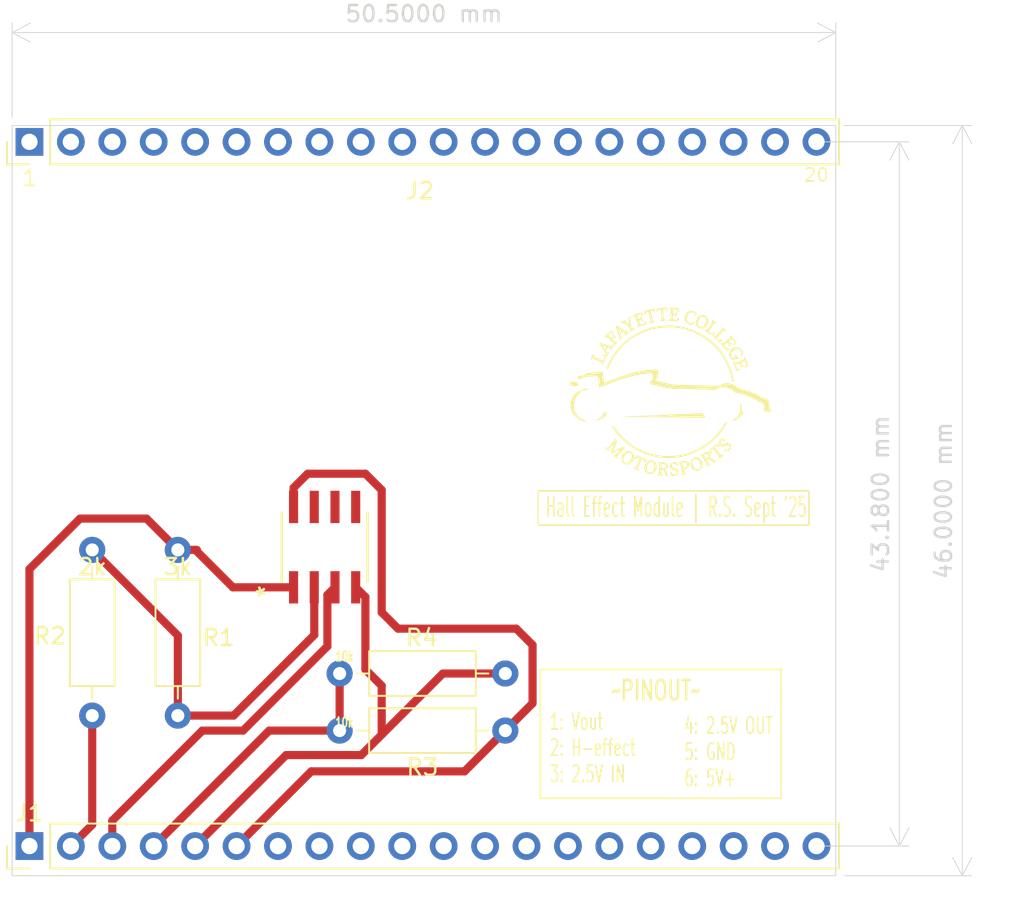
<source format=kicad_pcb>
(kicad_pcb (version 20241229) (generator "pcbnew") (generator_version "9.0")
  (layers (0 "F.Cu" signal) (2 "B.Cu" signal) (13 "F.Paste" user) (15 "B.Paste" user) (5 "F.SilkS" user "F.Silkscreen") (7 "B.SilkS" user "B.Silkscreen") (1 "F.Mask" user) (3 "B.Mask" user) (25 "Edge.Cuts" user))
  (net 0 "")
  (net 4 "Vout+")
  (net 14 "Hall Effect Out")
  (net 29 "Net-(opamp1-INA-)")
  (net 35 "+5V in")
  (net 37 "GND")
  (net 38 "usesless")
  (net 39 "poin")
  (net 40 "yumba")
  (net 41 "dsfigbhrsdig")
  (net 42 "fdskgnbdsfg")
  (net 43 "V(2.5V)IN")
  (net 44 "V(2.5)OUT")
  (footprint "Project-PCB-Syms.bak:R-8_ADI" (layer "F.Cu") (at 170.5 50.25 90)
    (property "Reference" "opamp1" (hide yes))
    (property "Value" "ADA4510-2ARZ")
  )
  (footprint "Resistor_THT:R_Axial_DIN0207_L6.3mm_D2.5mm_P10.16mm_Horizontal" (layer "F.Cu") (at 181.58 58 180)
    (property "Reference" "R4")
    (property "Value" "10k")
  )
  (footprint "Resistor_THT:R_Axial_DIN0207_L6.3mm_D2.5mm_P10.16mm_Horizontal" (layer "F.Cu") (at 171.42 61.5)
    (property "Reference" "R3")
    (property "Value" "10k")
  )
  (footprint "Resistor_THT:R_Axial_DIN0207_L6.3mm_D2.5mm_P10.16mm_Horizontal" (layer "F.Cu") (at 156.25 60.58 90)
    (property "Reference" "R2")
    (property "Value" "2k")
  )
  (footprint "Resistor_THT:R_Axial_DIN0207_L6.3mm_D2.5mm_P10.16mm_Horizontal" (layer "F.Cu") (at 161.5 50.42 -90)
    (property "Reference" "R1")
    (property "Value" "3k")
  )
  (footprint "Connector_PinHeader_2.54mm:PinHeader_1x20_P2.54mm_Vertical" (layer "F.Cu") (at 152.4 25.4 90)
    (property "Reference" "J2")
    (property "Value" "PH1-20-UA")
  )
  (footprint "Connector_PinHeader_2.54mm:PinHeader_1x20_P2.54mm_Vertical" (layer "F.Cu") (at 152.4 68.58 90)
    (property "Reference" "J1")
    (property "Value" "PH1-20-UA")
  )
  (gr_poly (pts (xy 191.715803 35.556806) (xy 191.707707 35.557275) (xy 191.699582 35.558194) (xy 191.691435 35.559644) (xy 191.683271 35.561708) (xy 191.679184 35.562996) (xy 191.675096 35.564467) (xy 191.671007 35.566133) (xy 191.666917 35.568004) (xy 191.662827 35.570089) (xy 191.658738 35.572399) (xy 191.654651 35.574945) (xy 191.650567 35.577736) (xy 191.646486 35.580783) (xy 191.642409 35.584096) (xy 191.638337 35.587685) (xy 191.63427 35.591561) (xy 191.647858 35.601171) (xy 191.660313 35.611014) (xy 191.671675 35.621081) (xy 191.681986 35.63136) (xy 191.691287 35.641843) (xy 191.699621 35.652518) (xy 191.707027 35.663375) (xy 191.713548 35.674404) (xy 191.719224 35.685595) (xy 191.724098 35.696937) (xy 191.72821 35.70842) (xy 191.731601 35.720035) (xy 191.734314 35.731769) (xy 191.736389 35.743614) (xy 191.737868 35.755559) (xy 191.738793 35.767593) (xy 191.739142 35.79189) (xy 191.737767 35.816423) (xy 191.735 35.841108) (xy 191.731171 35.865864) (xy 191.711849 35.963949) (xy 191.70999 35.975704) (xy 191.708746 35.987675) (xy 191.707813 36.012164) (xy 191.70847 36.037207) (xy 191.710134 36.062595) (xy 191.714162 36.113577) (xy 191.715363 36.138755) (xy 191.715247 36.163446) (xy 191.713233 36.187442) (xy 191.711332 36.199115) (xy 191.708739 36.210536) (xy 191.70538 36.221679) (xy 191.701184 36.232519) (xy 191.696077 36.243029) (xy 191.689987 36.253183) (xy 191.682842 36.262956) (xy 191.674568 36.272321) (xy 191.665092 36.281252) (xy 191.654343 36.289724) (xy 191.642248 36.297709) (xy 191.628733 36.305183) (xy 191.613727 36.31212) (xy 191.597156 36.318492) (xy 191.597466 36.322812) (xy 191.59793 36.326898) (xy 191.598543 36.330756) (xy 191.599299 36.334394) (xy 191.600194 36.337817) (xy 191.60122 36.341034) (xy 191.602373 36.34405) (xy 191.603647 36.346872) (xy 191.605037 36.349508) (xy 191.606536 36.351963) (xy 191.60814 36.354245) (xy 191.609843 36.356359) (xy 191.611638 36.358314) (xy 191.613521 36.360116) (xy 191.615486 36.36177) (xy 191.617527 36.363285) (xy 191.619639 36.364667) (xy 191.621815 36.365923) (xy 191.624052 36.367059) (xy 191.626342 36.368082) (xy 191.628681 36.368998) (xy 191.631062 36.369816) (xy 191.635931 36.371179) (xy 191.640903 36.372225) (xy 191.645935 36.373008) (xy 191.650981 36.373582) (xy 191.655996 36.374001) (xy 191.892684 36.389993) (xy 192.129497 36.404019) (xy 192.14305 36.404561) (xy 192.149906 36.404589) (xy 192.156735 36.404371) (xy 192.163474 36.403841) (xy 192.170064 36.402936) (xy 192.176444 36.401592) (xy 192.182551 36.399744) (xy 192.185484 36.398611) (xy 192.188327 36.397329) (xy 192.191071 36.395889) (xy 192.193709 36.394282) (xy 192.196233 36.392502) (xy 192.198636 36.39054) (xy 192.200911 36.388389) (xy 192.203049 36.386039) (xy 192.205043 36.383483) (xy 192.206885 36.380713) (xy 192.208568 36.377722) (xy 192.210085 36.3745) (xy 192.211427 36.371041) (xy 192.212586 36.367335) (xy 192.213556 36.363376) (xy 192.214329 36.359154) (xy 192.21779 36.338853) (xy 192.221534 36.318314) (xy 192.22492 36.297658) (xy 192.226279 36.287325) (xy 192.227308 36.277009) (xy 192.227927 36.266725) (xy 192.228055 36.256489) (xy 192.227614 36.246317) (xy 192.226522 36.236223) (xy 192.224699 36.226222) (xy 192.222066 36.216331) (xy 192.220421 36.211432) (xy 192.218542 36.206565) (xy 192.216421 36.201733) (xy 192.214048 36.196939) (xy 192.212558 36.194362) (xy 192.210904 36.191981) (xy 192.209097 36.189794) (xy 192.207151 36.1878) (xy 192.205077 36.185996) (xy 192.202888 36.18438) (xy 192.200596 36.18295) (xy 192.198215 36.181704) (xy 192.195756 36.18064) (xy 192.193232 36.179757) (xy 192.190655 36.179051) (xy 192.188038 36.178521) (xy 192.185393 36.178165) (xy 192.182733 36.177981) (xy 192.180071 36.177967) (xy 192.177418 36.178121) (xy 192.174787 36.17844) (xy 192.172191 36.178923) (xy 192.169641 36.179568) (xy 192.167152 36.180373) (xy 192.164734 36.181335) (xy 192.162401 36.182452) (xy 192.160165 36.183723) (xy 192.158038 36.185146) (xy 192.156034 36.186718) (xy 192.154163 36.188438) (xy 192.15244 36.190303) (xy 192.150875 36.192311) (xy 192.149483 36.194461) (xy 192.148274 36.196749) (xy 192.147263 36.199176) (xy 192.14646 36.201737) (xy 192.141516 36.218815) (xy 192.136139 36.234301) (xy 192.130348 36.248258) (xy 192.124158 36.260751) (xy 192.117586 36.271843) (xy 192.110648 36.281598) (xy 192.103361 36.29008) (xy 192.095741 36.297354) (xy 192.087805 36.303483) (xy 192.079569 36.308531) (xy 192.07105 36.312562) (xy 192.062264 36.31564) (xy 192.053227 36.317829) (xy 192.043956 36.319193) (xy 192.034467 36.319797) (xy 192.024778 36.319703) (xy 192.014903 36.318976) (xy 192.00486 36.317681) (xy 191.994666 36.31588) (xy 191.984336 36.313638) (xy 191.963336 36.308087) (xy 191.941992 36.301539) (xy 191.898799 36.287499) (xy 191.877213 36.281031) (xy 191.855809 36.275614) (xy 191.852037 36.259656) (xy 191.848826 36.243866) (xy 191.846153 36.228234) (xy 191.843995 36.212749) (xy 191.842326 36.1974) (xy 191.841122 36.182177) (xy 191.840361 36.167071) (xy 191.840017 36.152069) (xy 191.840066 36.137162) (xy 191.840484 36.122338) (xy 191.842332 36.092902) (xy 191.845368 36.063676) (xy 191.849398 36.034577) (xy 191.859461 36.02959) (xy 191.86911 36.025429) (xy 191.878361 36.022066) (xy 191.88723 36.019473) (xy 191.895736 36.01762) (xy 191.903893 36.01648) (xy 191.91172 36.016025) (xy 191.919233 36.016225) (xy 191.926448 36.017054) (xy 191.933383 36.018481) (xy 191.940054 36.02048) (xy 191.946478 36.023021) (xy 191.952671 36.026076) (xy 191.958651 36.029617) (xy 191.964433 36.033616) (xy 191.970036 36.038044) (xy 191.975475 36.042872) (xy 191.980768 36.048073) (xy 191.985931 36.053618) (xy 191.990981 36.059479) (xy 192.000808 36.072035) (xy 192.010383 36.085513) (xy 192.04885 36.144116) (xy 192.055571 36.134532) (xy 192.061742 36.124979) (xy 192.067385 36.115456) (xy 192.07252 36.105962) (xy 192.077167 36.096499) (xy 192.081348 36.087064) (xy 192.088392 36.06828) (xy 192.093816 36.049608) (xy 192.097785 36.031046) (xy 192.100465 36.01259) (xy 192.102019 35.994237) (xy 192.102613 35.975984) (xy 192.102411 35.95783) (xy 192.101579 35.93977) (xy 192.100281 35.921801) (xy 192.093728 35.850789) (xy 192.087994 35.849264) (xy 192.082592 35.848082) (xy 192.077511 35.847229) (xy 192.072735 35.846692) (xy 192.068254 35.846457) (xy 192.064054 35.846511) (xy 192.060121 35.846841) (xy 192.056443 35.847433) (xy 192.053007 35.848273) (xy 192.0498 35.84935) (xy 192.046808 35.850648) (xy 192.04402 35.852154) (xy 192.041421 35.853856) (xy 192.039 35.85574) (xy 192.036742 35.857792) (xy 192.034636 35.859999) (xy 192.032667 35.862348) (xy 192.030824 35.864825) (xy 192.029092 35.867416) (xy 192.02746 35.870109) (xy 192.024441 35.875745) (xy 192.021662 35.881626) (xy 192.016411 35.893693) (xy 192.013731 35.899664) (xy 192.010877 35.905451) (xy 192.008836 35.909094) (xy 192.006698 35.912463) (xy 192.004465 35.915568) (xy 192.002141 35.918418) (xy 191.999731 35.921023) (xy 191.997238 35.923392) (xy 191.994667 35.925535) (xy 191.992021 35.927462) (xy 191.989304 35.929182) (xy 191.98652 35.930705) (xy 191.983672 35.93204) (xy 191.980766 35.933198) (xy 191.977804 35.934187) (xy 191.974791 35.935017) (xy 191.971731 35.935698) (xy 191.968627 35.936239) (xy 191.965483 35.93665) (xy 191.962303 35.936941) (xy 191.955853 35.937201) (xy 191.949306 35.937094) (xy 191.942694 35.936698) (xy 191.936048 35.936089) (xy 191.9294 35.935344) (xy 191.916221 35.933754) (xy 191.912641 35.933258) (xy 191.909239 35.932619) (xy 191.906012 35.931842) (xy 191.902954 35.930928) (xy 191.900059 35.929883) (xy 191.897322 35.92871) (xy 191.894738 35.927413) (xy 191.892302 35.925995) (xy 191.890009 35.924461) (xy 191.887853 35.922813) (xy 191.885828 35.921056) (xy 191.883931 35.919194) (xy 191.882154 35.917229) (xy 191.880494 35.915167) (xy 191.878945 35.91301) (xy 191.877502 35.910762) (xy 191.876159 35.908427) (xy 191.87491 35.906009) (xy 191.873752 35.903512) (xy 191.872679 35.900938) (xy 191.870764 35.895579) (xy 191.869125 35.889961) (xy 191.867719 35.884114) (xy 191.866505 35.878068) (xy 191.865439 35.871853) (xy 191.86448 35.865498) (xy 191.861232 35.837559) (xy 191.860304 35.824436) (xy 191.859844 35.811871) (xy 191.859856 35.799858) (xy 191.860342 35.788394) (xy 191.861306 35.777473) (xy 191.862751 35.76709) (xy 191.864681 35.75724) (xy 191.867099 35.747918) (xy 191.870008 35.739119) (xy 191.873411 35.730838) (xy 191.877312 35.723071) (xy 191.881714 35.715812) (xy 191.88662 35.709056) (xy 191.892033 35.702799) (xy 191.897957 35.697035) (xy 191.904396 35.69176) (xy 191.911351 35.686968) (xy 191.918828 35.682654) (xy 191.926828 35.678814) (xy 191.935355 35.675443) (xy 191.944413 35.672535) (xy 191.954005 35.670086) (xy 191.964133 35.668091) (xy 191.974802 35.666545) (xy 191.986015 35.665442) (xy 191.997774 35.664778) (xy 192.010084 35.664548) (xy 192.022947 35.664747) (xy 192.050346 35.666413) (xy 192.056695 35.667078) (xy 192.062732 35.667931) (xy 192.068464 35.668969) (xy 192.0739 35.67019) (xy 192.079048 35.67159) (xy 192.083916 35.673168) (xy 192.088513 35.674921) (xy 192.092847 35.676846) (xy 192.096927 35.67894) (xy 192.10076 35.681201) (xy 192.104354 35.683626) (xy 192.107718 35.686212) (xy 192.110861 35.688957) (xy 192.11379 35.691859) (xy 192.116514 35.694914) (xy 192.11904 35.69812) (xy 192.121378 35.701475) (xy 192.123536 35.704975) (xy 192.125521 35.708619) (xy 192.127342 35.712403) (xy 192.129008 35.716324) (xy 192.130525 35.720381) (xy 192.133152 35.72889) (xy 192.135287 35.737908) (xy 192.136998 35.747414) (xy 192.138349 35.757387) (xy 192.139408 35.767807) (xy 192.140023 35.773218) (xy 192.140918 35.778525) (xy 192.142107 35.783697) (xy 192.143601 35.788699) (xy 192.145414 35.793499) (xy 192.147557 35.798065) (xy 192.148756 35.80025) (xy 192.150043 35.802363) (xy 192.151418 35.804402) (xy 192.152884 35.806362) (xy 192.154442 35.808238) (xy 192.156093 35.810027) (xy 192.15784 35.811724) (xy 192.159683 35.813326) (xy 192.161625 35.814828) (xy 192.163666 35.816227) (xy 192.165808 35.817518) (xy 192.168054 35.818696) (xy 192.170404 35.819759) (xy 192.172859 35.820702) (xy 192.175423 35.82152) (xy 192.178095 35.82221) (xy 192.180879 35.822768) (xy 192.183774 35.823189) (xy 192.186783 35.823469) (xy 192.189908 35.823605) (xy 192.193774 35.823586) (xy 192.197432 35.823377) (xy 192.200887 35.822984) (xy 192.204148 35.822415) (xy 192.20722 35.821673) (xy 192.21011 35.820767) (xy 192.212825 35.819701) (xy 192.215372 35.818483) (xy 192.217757 35.817117) (xy 192.219988 35.81561) (xy 192.22207 35.813968) (xy 192.224011 35.812198) (xy 192.225818 35.810304) (xy 192.227496 35.808294) (xy 192.229054 35.806174) (xy 192.230497 35.803948) (xy 192.231832 35.801624) (xy 192.233067 35.799208) (xy 192.234207 35.796705) (xy 192.23526 35.794122) (xy 192.23713 35.788739) (xy 192.238731 35.783108) (xy 192.240116 35.777277) (xy 192.24134 35.771294) (xy 192.24352 35.759069) (xy 192.246981 35.73631) (xy 192.249166 35.715514) (xy 192.250006 35.696595) (xy 192.2499 35.687813) (xy 192.249431 35.679469) (xy 192.24859 35.671551) (xy 192.247369 35.664049) (xy 192.245759 35.656952) (xy 192.243751 35.650251) (xy 192.241336 35.643934) (xy 192.238506 35.63799) (xy 192.235251 35.632409) (xy 192.231563 35.62718) (xy 192.227433 35.622293) (xy 192.222852 35.617737) (xy 192.217812 35.613501) (xy 192.212303 35.609575) (xy 192.206317 35.605949) (xy 192.199845 35.60261) (xy 192.192878 35.599549) (xy 192.185408 35.596756) (xy 192.177425 35.594219) (xy 192.168921 35.591927) (xy 192.150313 35.58804) (xy 192.129515 35.585008) (xy 192.106456 35.582747) (xy 191.935005 35.569958) (xy 191.849237 35.564163) (xy 191.763443 35.558841) (xy 191.747781 35.557784) (xy 191.731885 35.556888) (xy 191.723864 35.556704)) (fill yes) (layer "F.SilkS"))
  (gr_poly (pts (xy 189.628973 44.62773) (xy 189.625774 44.628118) (xy 189.622689 44.628738) (xy 189.619717 44.629582) (xy 189.616854 44.630638) (xy 189.614098 44.631897) (xy 189.611446 44.633349) (xy 189.608895 44.634985) (xy 189.606442 44.636795) (xy 189.604085 44.638769) (xy 189.60182 44.640897) (xy 189.599644 44.64317) (xy 189.597556 44.645578) (xy 189.595551 44.64811) (xy 189.591781 44.653511) (xy 189.588314 44.659295) (xy 189.585125 44.665384) (xy 189.582192 44.671699) (xy 189.579492 44.678162) (xy 189.577003 44.684696) (xy 189.575312 44.68902) (xy 189.573423 44.693328) (xy 189.569138 44.701909) (xy 189.564334 44.710452) (xy 189.559194 44.718973) (xy 189.548643 44.736009) (xy 189.543601 44.744552) (xy 189.538958 44.753133) (xy 189.534901 44.761766) (xy 189.533149 44.766107) (xy 189.531612 44.770466) (xy 189.530313 44.774846) (xy 189.529276 44.779247) (xy 189.528523 44.783673) (xy 189.528077 44.788125) (xy 189.527962 44.792605) (xy 189.528199 44.797114) (xy 189.528813 44.801655) (xy 189.529826 44.80623) (xy 189.531262 44.810839) (xy 189.533143 44.815486) (xy 189.535492 44.820172) (xy 189.538333 44.824898) (xy 189.541196 44.82904) (xy 189.544113 44.832772) (xy 189.547077 44.836104) (xy 189.550084 44.839046) (xy 189.553128 44.841609) (xy 189.556205 44.843803) (xy 189.559309 44.845639) (xy 189.562434 44.847128) (xy 189.565577 44.848279) (xy 189.568731 44.849103) (xy 189.571891 44.84961) (xy 189.575053 44.849811) (xy 189.57821 44.849716) (xy 189.581359 44.849336) (xy 189.584493 44.848681) (xy 189.587608 44.847762) (xy 189.590698 44.846589) (xy 189.593758 44.845172) (xy 189.596784 44.843521) (xy 189.599769 44.841648) (xy 189.602708 44.839562) (xy 189.605598 44.837275) (xy 189.608431 44.834796) (xy 189.611204 44.832136) (xy 189.613911 44.829305) (xy 189.616546 44.826313) (xy 189.619105 44.823172) (xy 189.621583 44.819891) (xy 189.623973 44.816482) (xy 189.626272 44.812953) (xy 189.630573 44.805583) (xy 189.63347 44.800407) (xy 189.636412 44.795496) (xy 189.639403 44.790848) (xy 189.642444 44.786463) (xy 189.645537 44.782341) (xy 189.648685 44.778481) (xy 189.65189 44.774882) (xy 189.655153 44.771545) (xy 189.658478 44.768468) (xy 189.661865 44.765652) (xy 189.665317 44.763096) (xy 189.668836 44.7608) (xy 189.672424 44.758762) (xy 189.676084 44.756983) (xy 189.679817 44.755462) (xy 189.683626 44.754199) (xy 189.687512 44.753194) (xy 189.691478 44.752445) (xy 189.695526 44.751952) (xy 189.699657 44.751716) (xy 189.703875 44.751735) (xy 189.708181 44.752009) (xy 189.712577 44.752538) (xy 189.717065 44.753321) (xy 189.721648 44.754358) (xy 189.726327 44.755649) (xy 189.731104 44.757192) (xy 189.735983 44.758988) (xy 189.740964 44.761035) (xy 189.74605 44.763335) (xy 189.751243 44.765885) (xy 189.756545 44.768686) (xy 189.762024 44.771841) (xy 189.767039 44.775058) (xy 189.771605 44.778335) (xy 189.775738 44.781671) (xy 189.779453 44.785063) (xy 189.782766 44.788509) (xy 189.785693 44.792009) (xy 189.788248 44.795558) (xy 189.790448 44.799156) (xy 189.792308 44.8028) (xy 189.793844 44.806488) (xy 189.79507 44.810219) (xy 189.796003 44.81399) (xy 189.796657 44.817799) (xy 189.79705 44.821645) (xy 189.797195 44.825524) (xy 189.797109 44.829436) (xy 189.796807 44.833378) (xy 189.796305 44.837348) (xy 189.795617 44.841345) (xy 189.79375 44.849407) (xy 189.79133 44.85755) (xy 189.78848 44.865757) (xy 189.785325 44.874011) (xy 189.778597 44.890599) (xy 189.736058 44.991811) (xy 189.692806 45.092767) (xy 189.671688 45.143408) (xy 189.651321 45.194296) (xy 189.632015 45.245534) (xy 189.61408 45.297227) (xy 189.611246 45.30501) (xy 189.608114 45.312142) (xy 189.604698 45.318656) (xy 189.601012 45.324587) (xy 189.59707 45.32997) (xy 189.592886 45.33484) (xy 189.588474 45.33923) (xy 189.583849 45.343175) (xy 189.579023 45.34671) (xy 189.574011 45.34987) (xy 189.568828 45.352688) (xy 189.563487 45.3552) (xy 189.558002 45.35744) (xy 189.552388 45.359442) (xy 189.540826 45.362872) (xy 189.4922 45.373993) (xy 189.48001 45.377505) (xy 189.473988 45.379561) (xy 189.468032 45.381862) (xy 189.462157 45.384444) (xy 189.456377 45.38734) (xy 189.450706 45.390586) (xy 189.445158 45.394216) (xy 189.451733 45.401625) (xy 189.45847 45.408642) (xy 189.465362 45.415287) (xy 189.472401 45.42158) (xy 189.486892 45.433184) (xy 189.501886 45.44361) (xy 189.517323 45.453014) (xy 189.533147 45.461551) (xy 189.5493 45.469377) (xy 189.565722 45.476648) (xy 189.599146 45.490145) (xy 189.632955 45.503288) (xy 189.649859 45.510116) (xy 189.666685 45.517321) (xy 189.683375 45.52506) (xy 189.699872 45.533489) (xy 189.714038 45.53812) (xy 189.720838 45.540076) (xy 189.727462 45.541704) (xy 189.73392 45.542941) (xy 189.740222 45.54372) (xy 189.746377 45.543976) (xy 189.749403 45.543888) (xy 189.752396 45.543645) (xy 189.755357 45.543239) (xy 189.758288 45.542661) (xy 189.761189 45.541904) (xy 189.764062 45.540959) (xy 189.766909 45.539819) (xy 189.76973 45.538475) (xy 189.772526 45.536918) (xy 189.775299 45.535142) (xy 189.77805 45.533137) (xy 189.780781 45.530896) (xy 189.783492 45.52841) (xy 189.786184 45.525671) (xy 189.78886 45.522672) (xy 189.791519 45.519403) (xy 189.794164 45.515858) (xy 189.796796 45.512027) (xy 189.787592 45.505692) (xy 189.779197 45.499271) (xy 189.771585 45.492766) (xy 189.764727 45.48618) (xy 189.758598 45.479515) (xy 189.75317 45.472774) (xy 189.748417 45.465959) (xy 189.744313 45.459073) (xy 189.740829 45.452117) (xy 189.73794 45.445095) (xy 189.735618 45.438009) (xy 189.733837 45.430861) (xy 189.73257 45.423654) (xy 189.73179 45.41639) (xy 189.73147 45.409072) (xy 189.731584 45.401701) (xy 189.732105 45.394281) (xy 189.733006 45.386814) (xy 189.73426 45.379302) (xy 189.73584 45.371748) (xy 189.739872 45.356523) (xy 189.744887 45.341158) (xy 189.750672 45.325672) (xy 189.757011 45.310085) (xy 189.770497 45.278687) (xy 189.807476 45.191293) (xy 189.843674 45.103563) (xy 189.879756 45.01578) (xy 189.916385 44.928231) (xy 189.922014 44.914702) (xy 189.924918 44.907908) (xy 189.927971 44.901237) (xy 189.931238 44.894799) (xy 189.934785 44.8887) (xy 189.938679 44.88305) (xy 189.940777 44.880426) (xy 189.942986 44.877955) (xy 189.945315 44.875649) (xy 189.947772 44.873523) (xy 189.950365 44.87159) (xy 189.953103 44.869863) (xy 189.955994 44.868356) (xy 189.959045 44.867083) (xy 189.962266 44.866056) (xy 189.965665 44.865289) (xy 189.969249 44.864797) (xy 189.973028 44.864591) (xy 189.977009 44.864687) (xy 189.981201 44.865097) (xy 189.985612 44.865834) (xy 189.99025 44.866913) (xy 189.995123 44.868347) (xy 190.000241 44.870149) (xy 190.017278 44.876763) (xy 190.025601 44.880249) (xy 190.033684 44.88394) (xy 190.041447 44.887904) (xy 190.048807 44.892205) (xy 190.055684 44.89691) (xy 190.058916 44.899433) (xy 190.061996 44.902082) (xy 190.064915 44.904865) (xy 190.067663 44.907789) (xy 190.070228 44.910863) (xy 190.072601 44.914095) (xy 190.074772 44.917493) (xy 190.076731 44.921065) (xy 190.078467 44.924821) (xy 190.07997 44.928767) (xy 190.08123 44.932912) (xy 190.082238 44.937264) (xy 190.082982 44.941832) (xy 190.083452 44.946623) (xy 190.083639 44.951646) (xy 190.083532 44.956909) (xy 190.083121 44.96242) (xy 190.082396 44.968188) (xy 190.081125 44.975231) (xy 190.079503 44.9824) (xy 190.075825 44.996915) (xy 190.074077 45.004161) (xy 190.072595 45.011332) (xy 190.071534 45.018378) (xy 190.071047 45.02525) (xy 190.071067 45.028604) (xy 190.071289 45.031896) (xy 190.071731 45.03512) (xy 190.072414 45.038268) (xy 190.073355 45.041335) (xy 190.074575 45.044315) (xy 190.076092 45.047201) (xy 190.077927 45.049986) (xy 190.080097 45.052666) (xy 190.082624 45.055233) (xy 190.085525 45.057681) (xy 190.08882 45.060004) (xy 190.092528 45.062195) (xy 190.096669 45.064249) (xy 190.101262 45.06616) (xy 190.106325 45.06792) (xy 190.110768 45.069195) (xy 190.115013 45.070146) (xy 190.119066 45.070785) (xy 190.122931 45.071125) (xy 190.126615 45.071176) (xy 190.130121 45.070952) (xy 190.133456 45.070463) (xy 190.136624 45.069722) (xy 190.13963 45.068741) (xy 190.142479 45.067532) (xy 190.145177 45.066106) (xy 190.147729 45.064476) (xy 190.150139 45.062653) (xy 190.152413 45.06065) (xy 190.154555 45.058478) (xy 190.156572 45.05615) (xy 190.158468 45.053677) (xy 190.160248 45.051071) (xy 190.161917 45.048344) (xy 190.163481 45.045508) (xy 190.166311 45.039558) (xy 190.16878 45.033316) (xy 190.170928 45.026876) (xy 190.172797 45.020335) (xy 190.174426 45.013789) (xy 190.175857 45.007331) (xy 190.177056 45.002441) (xy 190.178579 44.997479) (xy 190.182443 44.98737) (xy 190.187132 44.977063) (xy 190.192333 44.966617) (xy 190.203005 44.945547) (xy 190.207845 44.935041) (xy 190.211936 44.924634) (xy 190.213601 44.919485) (xy 190.21496 44.914384) (xy 190.215974 44.909337) (xy 190.216603 44.904352) (xy 190.216808 44.899435) (xy 190.21655 44.894595) (xy 190.215788 44.88984) (xy 190.214484 44.885175) (xy 190.212598 44.880609) (xy 190.210091 44.87615) (xy 190.206924 44.871803) (xy 190.203056 44.867578) (xy 190.198449 44.863482) (xy 190.193063 44.859521) (xy 190.186859 44.855703) (xy 190.179796 44.852036) (xy 190.115387 44.822019) (xy 190.050426 44.793147) (xy 189.985016 44.765213) (xy 189.919259 44.738009) (xy 189.654837 44.632341) (xy 189.650751 44.630828) (xy 189.6468 44.629617) (xy 189.642982 44.628697) (xy 189.639293 44.628058) (xy 189.63573 44.62769) (xy 189.632291 44.627584)) (fill yes) (layer "F.SilkS"))
  (gr_poly (pts (xy 193.953188 44.411487) (xy 193.935396 44.413608) (xy 193.917623 44.41698) (xy 193.899904 44.421502) (xy 193.882271 44.427076) (xy 193.864759 44.433602) (xy 193.847402 44.440981) (xy 193.830234 44.449114) (xy 193.786761 44.47152) (xy 193.743852 44.495219) (xy 193.701417 44.520192) (xy 193.659367 44.546416) (xy 193.617611 44.573871) (xy 193.576061 44.602536) (xy 193.534627 44.632389) (xy 193.493219 44.66341) (xy 193.511808 44.66344) (xy 193.529356 44.664462) (xy 193.545905 44.666434) (xy 193.561496 44.669311) (xy 193.57617 44.673052) (xy 193.58997 44.677611) (xy 193.602937 44.682946) (xy 193.615113 44.689014) (xy 193.62654 44.69577) (xy 193.637259 44.703172) (xy 193.647312 44.711177) (xy 193.656741 44.71974) (xy 193.665587 44.728819) (xy 193.673892 44.73837) (xy 193.681698 44.74835) (xy 193.689047 44.758715) (xy 193.69598 44.769422) (xy 193.702539 44.780428) (xy 193.714702 44.803162) (xy 193.725869 44.826571) (xy 193.736374 44.850306) (xy 193.756733 44.897369) (xy 193.767254 44.920004) (xy 193.778447 44.941577) (xy 193.784557 44.952032) (xy 193.791157 44.962406) (xy 193.805555 44.982976) (xy 193.821095 45.00343) (xy 193.837235 45.023911) (xy 193.853429 45.044561) (xy 193.869132 45.065523) (xy 193.883801 45.086941) (xy 193.890577 45.097865) (xy 193.896891 45.108956) (xy 193.902673 45.120232) (xy 193.907856 45.131711) (xy 193.912372 45.143411) (xy 193.916153 45.155349) (xy 193.919131 45.167544) (xy 193.921238 45.180013) (xy 193.922405 45.192774) (xy 193.922565 45.205845) (xy 193.921649 45.219244) (xy 193.91959 45.232988) (xy 193.916319 45.247096) (xy 193.911769 45.261584) (xy 193.905871 45.276473) (xy 193.898557 45.291778) (xy 193.889759 45.307517) (xy 193.879409 45.32371) (xy 193.903402 45.318587) (xy 193.926624 45.31261) (xy 193.949118 45.30579) (xy 193.970928 45.298141) (xy 193.992098 45.289673) (xy 194.012669 45.280399) (xy 194.032685 45.27033) (xy 194.05219 45.25948) (xy 194.071226 45.247858) (xy 194.089837 45.235479) (xy 194.108066 45.222352) (xy 194.125955 45.208491) (xy 194.143548 45.193908) (xy 194.160889 45.178614) (xy 194.178019 45.162621) (xy 194.194983 45.145942) (xy 194.179392 45.146563) (xy 194.164627 45.146366) (xy 194.150654 45.145384) (xy 194.137439 45.143649) (xy 194.12495 45.141194) (xy 194.113152 45.138049) (xy 194.102012 45.134249) (xy 194.091496 45.129824) (xy 194.08157 45.124808) (xy 194.072201 45.119233) (xy 194.063356 45.11313) (xy 194.055 45.106532) (xy 194.047099 45.099472) (xy 194.039621 45.091982) (xy 194.032532 45.084093) (xy 194.025797 45.075839) (xy 194.019384 45.067251) (xy 194.013258 45.058362) (xy 194.001736 45.039809) (xy 193.99096 45.020439) (xy 193.980661 45.000509) (xy 193.960421 44.960004) (xy 193.949941 44.939946) (xy 193.938862 44.92036) (xy 193.952688 44.906982) (xy 193.959571 44.90091) (xy 193.966437 44.895252) (xy 193.973286 44.890008) (xy 193.980119 44.885182) (xy 193.986939 44.880773) (xy 193.993745 44.876784) (xy 194.00054 44.873216) (xy 194.007325 44.870071) (xy 194.0141 44.86735) (xy 194.020868 44.865055) (xy 194.027629 44.863187) (xy 194.034384 44.861747) (xy 194.041136 44.860738) (xy 194.047884 44.860161) (xy 194.054631 44.860017) (xy 194.061378 44.860308) (xy 194.068125 44.861035) (xy 194.074875 44.8622) (xy 194.081628 44.863804) (xy 194.088385 44.86585) (xy 194.095149 44.868337) (xy 194.101919 44.871269) (xy 194.108698 44.874646) (xy 194.115487 44.87847) (xy 194.122286 44.882743) (xy 194.129098 44.887465) (xy 194.135923 44.892639) (xy 194.142763 44.898266) (xy 194.149618 44.904348) (xy 194.156491 44.910886) (xy 194.17227 44.926631) (xy 194.187884 44.942556) (xy 194.218954 44.974569) (xy 194.23458 44.990469) (xy 194.25038 45.006174) (xy 194.266438 45.02159) (xy 194.28284 45.036623) (xy 194.289735 45.042504) (xy 194.296585 45.047816) (xy 194.303391 45.052572) (xy 194.310151 45.056786) (xy 194.316867 45.060473) (xy 194.323538 45.063646) (xy 194.330164 45.066319) (xy 194.336744 45.068507) (xy 194.34328 45.070223) (xy 194.34977 45.071482) (xy 194.356216 45.072297) (xy 194.362616 45.072683) (xy 194.368971 45.072654) (xy 194.375281 45.072223) (xy 194.381546 45.071405) (xy 194.387765 45.070213) (xy 194.393939 45.068662) (xy 194.400068 45.066766) (xy 194.406151 45.064539) (xy 194.412189 45.061995) (xy 194.424129 45.05601) (xy 194.435886 45.048926) (xy 194.447462 45.040853) (xy 194.458855 45.031904) (xy 194.470066 45.022192) (xy 194.481093 45.011828) (xy 194.483654 45.009241) (xy 194.486032 45.006645) (xy 194.488222 45.004045) (xy 194.490222 45.001444) (xy 194.492027 44.998844) (xy 194.493633 44.99625) (xy 194.495037 44.993663) (xy 194.496235 44.991088) (xy 194.497222 44.988528) (xy 194.497996 44.985986) (xy 194.498551 44.983464) (xy 194.498885 44.980968) (xy 194.498994 44.978498) (xy 194.498873 44.97606) (xy 194.49852 44.973655) (xy 194.497929 44.971288) (xy 194.497098 44.968962) (xy 194.496022 44.966679) (xy 194.494697 44.964442) (xy 194.49312 44.962256) (xy 194.491288 44.960124) (xy 194.489195 44.958048) (xy 194.486838 44.956032) (xy 194.484214 44.954078) (xy 194.481318 44.952191) (xy 194.478147 44.950374) (xy 194.474697 44.948629) (xy 194.470964 44.94696) (xy 194.466944 44.945371) (xy 194.462634 44.943863) (xy 194.458029 44.942442) (xy 194.453126 44.941109) (xy 194.440185 44.939984) (xy 194.427785 44.938059) (xy 194.415894 44.935386) (xy 194.404479 44.932019) (xy 194.39351 44.92801) (xy 194.382952 44.923414) (xy 194.372775 44.918282) (xy 194.362946 44.912668) (xy 194.353433 44.906626) (xy 194.344203 44.900208) (xy 194.326467 44.886457) (xy 194.30948 44.871841) (xy 194.292984 44.856785) (xy 194.260438 44.827049) (xy 194.243874 44.813221) (xy 194.235406 44.806752) (xy 194.226771 44.800651) (xy 194.217938 44.794971) (xy 194.208874 44.789765) (xy 194.199547 44.785086) (xy 194.189924 44.780988) (xy 194.179975 44.777523) (xy 194.169665 44.774745) (xy 194.158964 44.772706) (xy 194.147839 44.771461) (xy 194.146991 44.767997) (xy 194.146135 44.764761) (xy 194.144449 44.758931) (xy 194.14154 44.749562) (xy 194.140521 44.745866) (xy 194.140165 44.744232) (xy 194.139928 44.742725) (xy 194.139823 44.741338) (xy 194.139862 44.74006) (xy 194.140059 44.738881) (xy 194.140426 44.737792) (xy 194.148035 44.719563) (xy 194.154881 44.701402) (xy 194.160854 44.683329) (xy 194.165843 44.665363) (xy 194.166132 44.664039) (xy 194.041561 44.664039) (xy 194.041455 44.67132) (xy 194.041007 44.678405) (xy 194.040226 44.685298) (xy 194.03912 44.692001) (xy 194.037699 44.698518) (xy 194.035971 44.704853) (xy 194.033946 44.711009) (xy 194.031634 44.716989) (xy 194.029042 44.722797) (xy 194.02618 44.728436) (xy 194.023058 44.733909) (xy 194.019684 44.73922) (xy 194.016067 44.744371) (xy 194.012217 44.749368) (xy 194.008143 44.754212) (xy 193.999357 44.763458) (xy 193.989783 44.772135) (xy 193.979493 44.780271) (xy 193.96856 44.787893) (xy 193.957057 44.795028) (xy 193.945057 44.801702) (xy 193.932632 44.807942) (xy 193.925897 44.810936) (xy 193.919523 44.813316) (xy 193.913495 44.815108) (xy 193.907799 44.816339) (xy 193.90242 44.817036) (xy 193.897345 44.817224) (xy 193.892558 44.816932) (xy 193.888045 44.816184) (xy 193.883792 44.815008) (xy 193.879784 44.81343) (xy 193.876008 44.811477) (xy 193.872448 44.809175) (xy 193.86909 44.80655) (xy 193.86592 44.80363) (xy 193.862924 44.800441) (xy 193.860086 44.797009) (xy 193.857393 44.79336) (xy 193.854831 44.789522) (xy 193.850039 44.781383) (xy 193.845595 44.772804) (xy 193.841384 44.763997) (xy 193.833201 44.746546) (xy 193.828998 44.738327) (xy 193.824567 44.730728) (xy 193.805067 44.701109) (xy 193.800192 44.693497) (xy 193.795432 44.685718) (xy 193.790842 44.677731) (xy 193.786481 44.669493) (xy 193.782405 44.660962) (xy 193.77867 44.652096) (xy 193.775334 44.642854) (xy 193.772455 44.633193) (xy 193.771204 44.628192) (xy 193.770088 44.623071) (xy 193.769114 44.617825) (xy 193.768291 44.612447) (xy 193.767623 44.606933) (xy 193.76712 44.601278) (xy 193.766787 44.595476) (xy 193.766633 44.589523) (xy 193.774236 44.58187) (xy 193.782031 44.574585) (xy 193.790021 44.567688) (xy 193.79821 44.561201) (xy 193.806602 44.555146) (xy 193.8152 44.549543) (xy 193.824008 44.544413) (xy 193.83303 44.539779) (xy 193.842269 44.535661) (xy 193.85173 44.53208) (xy 193.861415 44.529058) (xy 193.871329 44.526617) (xy 193.881475 44.524776) (xy 193.891857 44.523559) (xy 193.902479 44.522985) (xy 193.913344 44.523077) (xy 193.920194 44.523468) (xy 193.926855 44.524093) (xy 193.933328 44.524951) (xy 193.939613 44.526039) (xy 193.94571 44.527355) (xy 193.951619 44.528897) (xy 193.957339 44.530662) (xy 193.962872 44.532649) (xy 193.968218 44.534855) (xy 193.973376 44.537278) (xy 193.978347 44.539916) (xy 193.983131 44.542766) (xy 193.987727 44.545827) (xy 193.992137 44.549095) (xy 193.996361 44.55257) (xy 194.000397 44.556248) (xy 194.004247 44.560128) (xy 194.007911 44.564206) (xy 194.011389 44.568482) (xy 194.014681 44.572953) (xy 194.017787 44.577616) (xy 194.020708 44.582469) (xy 194.023442 44.587511) (xy 194.025992 44.592739) (xy 194.028356 44.59815) (xy 194.030535 44.603743) (xy 194.034338 44.615464) (xy 194.037403 44.627885) (xy 194.03973 44.640988) (xy 194.040707 44.648876) (xy 194.041314 44.656559) (xy 194.041561 44.664039) (xy 194.166132 44.664039) (xy 194.169737 44.647523) (xy 194.172425 44.629828) (xy 194.173796 44.612296) (xy 194.173741 44.594948) (xy 194.173143 44.586348) (xy 194.172147 44.577801) (xy 194.170738 44.569309) (xy 194.168903 44.560874) (xy 194.166629 44.552499) (xy 194.1639 44.544187) (xy 194.160704 44.535939) (xy 194.157026 44.527759) (xy 194.152853 44.519648) (xy 194.148171 44.511608) (xy 194.142965 44.503643) (xy 194.137222 44.495754) (xy 194.130929 44.487944) (xy 194.124071 44.480215) (xy 194.116634 44.47257) (xy 194.108605 44.465011) (xy 194.100421 44.45794) (xy 194.092161 44.451418) (xy 194.083831 44.445432) (xy 194.075433 44.439968) (xy 194.066972 44.435016) (xy 194.058452 44.430562) (xy 194.049879 44.426595) (xy 194.041255 44.423101) (xy 194.032585 44.420068) (xy 194.023874 44.417484) (xy 194.015125 44.415337) (xy 194.006342 44.413614) (xy 193.997531 44.412303) (xy 193.988695 44.411391) (xy 193.979839 44.410865) (xy 193.970966 44.410715)) (fill yes) (layer "F.SilkS"))
  (gr_rect (start 183.731191 57.75) (end 198.5 65.65) (stroke (width 0.1)) (fill no) (layer "F.SilkS"))
  (gr_poly (pts (xy 190.689925 35.635044) (xy 190.683143 35.635704) (xy 190.675901 35.636894) (xy 190.609064 35.65044) (xy 190.542387 35.664806) (xy 190.409394 35.695385) (xy 190.144059 35.759654) (xy 190.137997 35.761288) (xy 190.132121 35.763238) (xy 190.126468 35.76551) (xy 190.121078 35.76811) (xy 190.11599 35.771046) (xy 190.113571 35.772641) (xy 190.111242 35.774322) (xy 190.109008 35.776091) (xy 190.106874 35.777947) (xy 190.104845 35.779892) (xy 190.102925 35.781926) (xy 190.101119 35.784051) (xy 190.099433 35.786266) (xy 190.097871 35.788574) (xy 190.096438 35.790974) (xy 190.095139 35.793467) (xy 190.093978 35.796055) (xy 190.092962 35.798738) (xy 190.092094 35.801517) (xy 190.091379 35.804392) (xy 190.090822 35.807365) (xy 190.090429 35.810437) (xy 190.090204 35.813607) (xy 190.090151 35.816878) (xy 190.090277 35.820249) (xy 190.090585 35.823722) (xy 190.09108 35.827297) (xy 190.092565 35.837476) (xy 190.093797 35.847818) (xy 190.095868 35.868797) (xy 190.098036 35.889847) (xy 190.099388 35.900276) (xy 190.101042 35.910578) (xy 190.103091 35.920703) (xy 190.105626 35.930603) (xy 190.108742 35.940229) (xy 190.112531 35.949533) (xy 190.117084 35.958466) (xy 190.119677 35.962779) (xy 190.122495 35.96698) (xy 190.125552 35.971065) (xy 190.128857 35.975027) (xy 190.132423 35.978859) (xy 190.136262 35.982557) (xy 190.138979 35.984848) (xy 190.141762 35.986838) (xy 190.144599 35.988535) (xy 190.147481 35.989946) (xy 190.150397 35.99108) (xy 190.153336 35.991946) (xy 190.156289 35.992551) (xy 190.159244 35.992904) (xy 190.162192 35.993014) (xy 190.165123 35.992888) (xy 190.168025 35.992534) (xy 190.170889 35.991962) (xy 190.173704 35.991179) (xy 190.17646 35.990193) (xy 190.179146 35.989013) (xy 190.181752 35.987647) (xy 190.184269 35.986104) (xy 190.186684 35.984391) (xy 190.188989 35.982517) (xy 190.191172 35.98049) (xy 190.193224 35.978318) (xy 190.195133 35.97601) (xy 190.196891 35.973575) (xy 190.198485 35.971019) (xy 190.199907 35.968352) (xy 190.201145 35.965581) (xy 190.202189 35.962716) (xy 190.203029 35.959763) (xy 190.203655 35.956733) (xy 190.204056 35.953632) (xy 190.204221 35.950469) (xy 190.204141 35.947253) (xy 190.203411 35.932885) (xy 190.203142 35.919) (xy 190.203434 35.905666) (xy 190.204386 35.892952) (xy 190.206099 35.880927) (xy 190.208671 35.86966) (xy 190.21031 35.864331) (xy 190.212202 35.859218) (xy 190.214358 35.854329) (xy 190.216792 35.849672) (xy 190.219515 35.845256) (xy 190.22254 35.84109) (xy 190.22588 35.837182) (xy 190.229547 35.83354) (xy 190.233553 35.830174) (xy 190.237911 35.827091) (xy 190.242633 35.824301) (xy 190.247732 35.821812) (xy 190.25322 35.819633) (xy 190.25911 35.817772) (xy 190.265414 35.816237) (xy 190.272145 35.815039) (xy 190.279314 35.814184) (xy 190.286935 35.813682) (xy 190.29502 35.813541) (xy 190.303581 35.813769) (xy 190.311999 35.814432) (xy 190.319724 35.815576) (xy 190.326789 35.817177) (xy 190.333228 35.819212) (xy 190.339074 35.821658) (xy 190.34436 35.824493) (xy 190.349121 35.827692) (xy 190.353389 35.831232) (xy 190.357198 35.835092) (xy 190.360581 35.839247) (xy 190.363572 35.843674) (xy 190.366204 35.848351) (xy 190.36851 35.853253) (xy 190.370524 35.858359) (xy 190.37228 35.863645) (xy 190.37381 35.869087) (xy 190.376328 35.88035) (xy 190.378346 35.891962) (xy 190.381951 35.915495) (xy 190.384071 35.927047) (xy 190.385328 35.932688) (xy 190.386761 35.938208) (xy 190.388403 35.943584) (xy 190.390287 35.948794) (xy 190.392447 35.953813) (xy 190.394916 35.958619) (xy 190.395548 35.959865) (xy 190.396088 35.961179) (xy 190.396548 35.962569) (xy 190.396941 35.964043) (xy 190.39728 35.965611) (xy 190.397577 35.96728) (xy 190.397846 35.96906) (xy 190.398099 35.970959) (xy 190.39921 35.979911) (xy 190.399575 35.982532) (xy 190.400002 35.985323) (xy 190.400502 35.988292) (xy 190.401088 35.991448) (xy 190.4324 36.12082) (xy 190.461626 36.243166) (xy 190.472499 36.290766) (xy 190.476548 36.310421) (xy 190.479566 36.327792) (xy 190.481473 36.343241) (xy 190.481984 36.350356) (xy 190.482188 36.357126) (xy 190.482075 36.363596) (xy 190.481634 36.36981) (xy 190.480855 36.375813) (xy 190.479729 36.38165) (xy 190.478245 36.387367) (xy 190.476393 36.393009) (xy 190.474165 36.39862) (xy 190.471548 36.404245) (xy 190.468535 36.40993) (xy 190.465114 36.41572) (xy 190.45701 36.427794) (xy 190.447156 36.440826) (xy 190.435474 36.455176) (xy 190.406304 36.489276) (xy 190.413156 36.492712) (xy 190.420607 36.495731) (xy 190.428627 36.498337) (xy 190.437185 36.500534) (xy 190.455793 36.50372) (xy 190.476189 36.505324) (xy 190.498127 36.505384) (xy 190.521366 36.503936) (xy 190.54566 36.501014) (xy 190.570767 36.496655) (xy 190.596442 36.490896) (xy 190.622442 36.483772) (xy 190.648523 36.475319) (xy 190.674442 36.465573) (xy 190.699954 36.454571) (xy 190.724817 36.442347) (xy 190.748786 36.428939) (xy 190.771617 36.414383) (xy 190.751936 36.411035) (xy 190.733821 36.406813) (xy 190.717201 36.401757) (xy 190.702005 36.395906) (xy 190.688162 36.389301) (xy 190.675602 36.38198) (xy 190.664253 36.373984) (xy 190.654044 36.365352) (xy 190.644904 36.356124) (xy 190.636762 36.34634) (xy 190.629548 36.33604) (xy 190.62319 36.325263) (xy 190.617617 36.314049) (xy 190.612759 36.302438) (xy 190.608543 36.29047) (xy 190.604901 36.278185) (xy 190.601759 36.265621) (xy 190.599048 36.252819) (xy 190.594632 36.226661) (xy 190.587842 36.173235) (xy 190.584331 36.146605) (xy 190.579986 36.120453) (xy 190.577323 36.107656) (xy 190.574239 36.095098) (xy 190.570662 36.082819) (xy 190.566522 36.070859) (xy 190.561758 36.05771) (xy 190.557314 36.044439) (xy 190.54927 36.017574) (xy 190.542156 35.990356) (xy 190.535739 35.962878) (xy 190.512366 35.852243) (xy 190.510768 35.844575) (xy 190.509467 35.837005) (xy 190.508519 35.829559) (xy 190.50798 35.822259) (xy 190.507908 35.815132) (xy 190.508357 35.808202) (xy 190.508795 35.804818) (xy 190.509384 35.801493) (xy 190.510133 35.798229) (xy 190.511047 35.79503) (xy 190.512133 35.791899) (xy 190.5134 35.788838) (xy 190.514853 35.785851) (xy 190.5165 35.782941) (xy 190.518347 35.780112) (xy 190.520403 35.777365) (xy 190.522673 35.774704) (xy 190.525166 35.772133) (xy 190.527887 35.769654) (xy 190.530844 35.76727) (xy 190.534045 35.764985) (xy 190.537495 35.762802) (xy 190.541203 35.760723) (xy 190.545174 35.758752) (xy 190.549417 35.756892) (xy 190.553938 35.755145) (xy 190.570128 35.749536) (xy 190.578054 35.747109) (xy 190.585852 35.745051) (xy 190.593514 35.74345) (xy 190.601027 35.742393) (xy 190.608383 35.741969) (xy 190.611998 35.742021) (xy 190.61557 35.742265) (xy 190.619097 35.74271) (xy 190.622578 35.743369) (xy 190.626012 35.744251) (xy 190.629397 35.745368) (xy 190.632732 35.746732) (xy 190.636016 35.748352) (xy 190.639248 35.75024) (xy 190.642425 35.752407) (xy 190.645548 35.754864) (xy 190.648614 35.757622) (xy 190.651622 35.760691) (xy 190.654571 35.764083) (xy 190.65746 35.767809) (xy 190.660287 35.77188) (xy 190.663051 35.776307) (xy 190.665751 35.7811) (xy 190.680427 35.810407) (xy 190.684373 35.817702) (xy 190.688565 35.824689) (xy 190.693073 35.83122) (xy 190.695466 35.834269) (xy 190.697964 35.837148) (xy 190.700574 35.83984) (xy 190.703306 35.842326) (xy 190.706167 35.844587) (xy 190.709167 35.846605) (xy 190.712313 35.848361) (xy 190.715615 35.849838) (xy 190.719081 35.851016) (xy 190.722719 35.851878) (xy 190.726537 35.852404) (xy 190.730546 35.852576) (xy 190.734752 35.852376) (xy 190.739164 35.851786) (xy 190.743791 35.850787) (xy 190.748642 35.84936) (xy 190.753725 35.847487) (xy 190.759048 35.845149) (xy 190.763032 35.843101) (xy 190.766606 35.840928) (xy 190.769788 35.838635) (xy 190.772595 35.836231) (xy 190.775043 35.83372) (xy 190.777149 35.831111) (xy 190.77893 35.828408) (xy 190.780404 35.825619) (xy 190.781586 35.82275) (xy 190.782494 35.819807) (xy 190.783146 35.816798) (xy 190.783557 35.813727) (xy 190.783744 35.810603) (xy 190.783725 35.807431) (xy 190.783517 35.804218) (xy 190.783136 35.80097) (xy 190.782599 35.797694) (xy 190.781924 35.794396) (xy 190.780224 35.78776) (xy 190.778172 35.781114) (xy 190.775904 35.774511) (xy 190.771257 35.761636) (xy 190.769149 35.755469) (xy 190.767365 35.74955) (xy 190.764984 35.739941) (xy 190.762822 35.72983) (xy 190.758583 35.708831) (xy 190.756223 35.698304) (xy 190.753512 35.687998) (xy 190.750309 35.678095) (xy 190.746473 35.668775) (xy 190.744272 35.66439) (xy 190.741859 35.660219) (xy 190.739217 35.656284) (xy 190.736328 35.652608) (xy 190.733174 35.649213) (xy 190.729736 35.646122) (xy 190.725998 35.643358) (xy 190.721942 35.640942) (xy 190.71755 35.638898) (xy 190.712804 35.637249) (xy 190.707686 35.636016) (xy 190.702178 35.635223) (xy 190.696264 35.634891)) (fill yes) (layer "F.SilkS"))
  (gr_poly (pts (xy 195.369809 37.269417) (xy 195.372882 37.283466) (xy 195.374963 37.296882) (xy 195.376096 37.309693) (xy 195.376322 37.321926) (xy 195.375686 37.333608) (xy 195.374229 37.344766) (xy 195.371994 37.355429) (xy 195.369025 37.365624) (xy 195.365364 37.375377) (xy 195.361054 37.384716) (xy 195.356138 37.393669) (xy 195.350659 37.402262) (xy 195.344659 37.410524) (xy 195.338182 37.418482) (xy 195.33127 37.426162) (xy 195.316313 37.440801) (xy 195.300132 37.45466) (xy 195.283069 37.467959) (xy 195.265467 37.480915) (xy 195.230016 37.506677) (xy 195.212854 37.519921) (xy 195.196523 37.533698) (xy 195.179767 37.548399) (xy 195.162765 37.56283) (xy 195.145556 37.577032) (xy 195.128178 37.591044) (xy 195.093074 37.618652) (xy 195.057763 37.645972) (xy 195.04354 37.657466) (xy 195.029519 37.669553) (xy 195.001724 37.694228) (xy 194.987768 37.706177) (xy 194.973653 37.717441) (xy 194.959287 37.727701) (xy 194.951982 37.732354) (xy 194.944581 37.736636) (xy 194.937072 37.740507) (xy 194.929443 37.743927) (xy 194.921685 37.746856) (xy 194.913784 37.749254) (xy 194.90573 37.751081) (xy 194.897512 37.752298) (xy 194.889119 37.752864) (xy 194.880538 37.752739) (xy 194.871759 37.751884) (xy 194.86277 37.750258) (xy 194.85356 37.747821) (xy 194.844118 37.744534) (xy 194.834432 37.740357) (xy 194.824491 37.735249) (xy 194.814284 37.729171) (xy 194.803799 37.722083) (xy 194.801032 37.726515) (xy 194.798615 37.730802) (xy 194.796536 37.734947) (xy 194.794781 37.738955) (xy 194.793336 37.742832) (xy 194.792187 37.746582) (xy 194.791321 37.75021) (xy 194.790723 37.753721) (xy 194.79038 37.75712) (xy 194.790279 37.760411) (xy 194.790405 37.7636) (xy 194.790745 37.766691) (xy 194.791285 37.769689) (xy 194.792011 37.772598) (xy 194.79291 37.775425) (xy 194.793967 37.778172) (xy 194.79517 37.780847) (xy 194.796504 37.783452) (xy 194.79951 37.788476) (xy 194.802877 37.793283) (xy 194.806494 37.797911) (xy 194.821264 37.815411) (xy 194.891467 37.90403) (xy 194.962056 37.992345) (xy 195.103523 38.168748) (xy 195.112068 38.179565) (xy 195.116439 38.185009) (xy 195.120906 38.190347) (xy 195.125493 38.195483) (xy 195.130222 38.200321) (xy 195.135116 38.204765) (xy 195.137633 38.206809) (xy 195.140199 38.208719) (xy 195.142819 38.210481) (xy 195.145494 38.212085) (xy 195.148227 38.213518) (xy 195.151023 38.214768) (xy 195.153882 38.215824) (xy 195.156809 38.216672) (xy 195.159806 38.217301) (xy 195.162876 38.217699) (xy 195.166022 38.217854) (xy 195.169246 38.217754) (xy 195.172553 38.217387) (xy 195.175943 38.216741) (xy 195.179421 38.215803) (xy 195.18299 38.214562) (xy 195.186651 38.213006) (xy 195.190409 38.211123) (xy 195.230644 38.190144) (xy 195.240808 38.184631) (xy 195.250825 38.178906) (xy 195.260597 38.172916) (xy 195.270031 38.16661) (xy 195.279031 38.159935) (xy 195.287503 38.152839) (xy 195.29535 38.145268) (xy 195.299009 38.141289) (xy 195.302477 38.137172) (xy 195.305741 38.13291) (xy 195.30879 38.128498) (xy 195.311611 38.123927) (xy 195.314193 38.119193) (xy 195.316524 38.114287) (xy 195.318592 38.109205) (xy 195.320384 38.103938) (xy 195.32189 38.098481) (xy 195.322884 38.093876) (xy 195.323567 38.089499) (xy 195.323946 38.085345) (xy 195.32403 38.081414) (xy 195.323829 38.077702) (xy 195.323351 38.074206) (xy 195.322606 38.070925) (xy 195.321602 38.067856) (xy 195.320347 38.064997) (xy 195.318852 38.062344) (xy 195.317125 38.059896) (xy 195.315174 38.05765) (xy 195.313009 38.055603) (xy 195.310639 38.053753) (xy 195.308073 38.052097) (xy 195.305319 38.050633) (xy 195.302386 38.049359) (xy 195.299283 38.048271) (xy 195.29602 38.047368) (xy 195.292605 38.046647) (xy 195.289047 38.046105) (xy 195.285355 38.04574) (xy 195.281538 38.04555) (xy 195.277604 38.045531) (xy 195.273564 38.045682) (xy 195.269424 38.046) (xy 195.265196 38.046482) (xy 195.260887 38.047126) (xy 195.256506 38.047929) (xy 195.252062 38.04889) (xy 195.247565 38.050005) (xy 195.243023 38.051271) (xy 195.235366 38.053132) (xy 195.227393 38.054326) (xy 195.219136 38.054877) (xy 195.210631 38.05481) (xy 195.201912 38.054149) (xy 195.193013 38.052919) (xy 195.183971 38.051142) (xy 195.174818 38.048844) (xy 195.156322 38.042779) (xy 195.137802 38.034918) (xy 195.119535 38.025454) (xy 195.101798 38.01458) (xy 195.084868 38.002489) (xy 195.069022 37.989375) (xy 195.054538 37.975431) (xy 195.041692 37.960851) (xy 195.035969 37.953382) (xy 195.030761 37.945827) (xy 195.0261 37.938209) (xy 195.022022 37.930553) (xy 195.018562 37.922883) (xy 195.015753 37.915222) (xy 195.013632 37.907596) (xy 195.012231 37.900028) (xy 195.01193 37.897482) (xy 195.011727 37.894984) (xy 195.011621 37.892534) (xy 195.011609 37.89013) (xy 195.011861 37.88546) (xy 195.012464 37.880969) (xy 195.013404 37.876651) (xy 195.014663 37.872501) (xy 195.016224 37.868513) (xy 195.018072 37.864681) (xy 195.020189 37.861) (xy 195.022559 37.857464) (xy 195.025166 37.854068) (xy 195.027992 37.850805) (xy 195.031021 37.847671) (xy 195.034236 37.84466) (xy 195.037622 37.841766) (xy 195.04116 37.838983) (xy 195.05103 37.831317) (xy 195.060736 37.82342) (xy 195.079815 37.807176) (xy 195.09871 37.790727) (xy 195.11773 37.774551) (xy 195.127384 37.766714) (xy 195.137187 37.759124) (xy 195.147178 37.751841) (xy 195.157394 37.744924) (xy 195.167875 37.738432) (xy 195.17866 37.732426) (xy 195.189789 37.726965) (xy 195.201298 37.722108) (xy 195.210538 37.726394) (xy 195.219101 37.730834) (xy 195.227004 37.735429) (xy 195.234257 37.740178) (xy 195.240875 37.745083) (xy 195.24687 37.750144) (xy 195.252257 37.755359) (xy 195.257047 37.760731) (xy 195.261255 37.766258) (xy 195.264893 37.771942) (xy 195.267974 37.777782) (xy 195.270512 37.783778) (xy 195.27252 37.789932) (xy 195.274012 37.796242) (xy 195.274999 37.802709) (xy 195.275496 37.809334) (xy 195.275515 37.816116) (xy 195.275071 37.823056) (xy 195.274175 37.830154) (xy 195.272841 37.837411) (xy 195.271083 37.844825) (xy 195.268913 37.852398) (xy 195.266345 37.86013) (xy 195.263392 37.868021) (xy 195.260066 37.876071) (xy 195.256382 37.884281) (xy 195.24799 37.901179) (xy 195.238321 37.918717) (xy 195.227481 37.936897) (xy 195.240821 37.935242) (xy 195.253662 37.933177) (xy 195.266022 37.930719) (xy 195.277919 37.927886) (xy 195.289372 37.924695) (xy 195.300398 37.921163) (xy 195.311018 37.917307) (xy 195.321247 37.913146) (xy 195.340613 37.903974) (xy 195.358642 37.893787) (xy 195.375481 37.882723) (xy 195.391277 37.870922) (xy 195.406178 37.858521) (xy 195.420329 37.84566) (xy 195.433878 37.832479) (xy 195.446973 37.819115) (xy 195.472384 37.792396) (xy 195.497738 37.766615) (xy 195.495508 37.762093) (xy 195.493252 37.757868) (xy 195.490973 37.753934) (xy 195.48867 37.750283) (xy 195.486345 37.746908) (xy 195.483999 37.743799) (xy 195.481634 37.740951) (xy 195.479251 37.738355) (xy 195.476851 37.736004) (xy 195.474434 37.73389) (xy 195.472003 37.732006) (xy 195.469559 37.730343) (xy 195.467103 37.728895) (xy 195.464635 37.727653) (xy 195.462158 37.72661) (xy 195.459672 37.725759) (xy 195.457179 37.725092) (xy 195.45468 37.7246) (xy 195.452175 37.724278) (xy 195.449668 37.724116) (xy 195.447157 37.724107) (xy 195.444646 37.724245) (xy 195.442134 37.72452) (xy 195.439623 37.724926) (xy 195.437115 37.725454) (xy 195.43461 37.726098) (xy 195.429617 37.727701) (xy 195.424652 37.729673) (xy 195.419726 37.731953) (xy 195.414818 37.734241) (xy 195.410045 37.736208) (xy 195.405403 37.737864) (xy 195.40089 37.739216) (xy 195.396501 37.740275) (xy 195.392232 37.741048) (xy 195.38808 37.741544) (xy 195.384042 37.741773) (xy 195.380113 37.741743) (xy 195.37629 37.741463) (xy 195.372569 37.740942) (xy 195.368947 37.740188) (xy 195.365419 37.739211) (xy 195.361983 37.738019) (xy 195.358634 37.736621) (xy 195.355369 37.735025) (xy 195.352185 37.733241) (xy 195.349076 37.731278) (xy 195.346041 37.729143) (xy 195.343075 37.726847) (xy 195.337335 37.721804) (xy 195.331827 37.716218) (xy 195.326522 37.71016) (xy 195.321391 37.703701) (xy 195.316404 37.696911) (xy 195.311532 37.68986) (xy 195.308703 37.685426) (xy 195.306283 37.681135) (xy 195.304258 37.676982) (xy 195.302611 37.672963) (xy 195.301327 37.66907) (xy 195.300391 37.6653) (xy 195.299787 37.661647) (xy 195.299501 37.658104) (xy 195.299516 37.654668) (xy 195.299818 37.651332) (xy 195.300391 37.648091) (xy 195.30122 37.64494) (xy 195.302289 37.641873) (xy 195.303582 37.638886) (xy 195.305086 37.635972) (xy 195.306784 37.633126) (xy 195.30866 37.630342) (xy 195.3107 37.627617) (xy 195.31521 37.622316) (xy 195.320189 37.61718) (xy 195.325515 37.612166) (xy 195.34783 37.592469) (xy 195.370635 37.57219) (xy 195.381572 37.563202) (xy 195.392213 37.554984) (xy 195.402569 37.547537) (xy 195.41265 37.540864) (xy 195.422467 37.534968) (xy 195.43203 37.529849) (xy 195.44135 37.525509) (xy 195.450438 37.521952) (xy 195.459304 37.519179) (xy 195.467959 37.517191) (xy 195.476414 37.515991) (xy 195.484679 37.515581) (xy 195.492764 37.515963) (xy 195.500681 37.517138) (xy 195.508439 37.519109) (xy 195.51605 37.521878) (xy 195.523524 37.525447) (xy 195.530872 37.529817) (xy 195.538104 37.534991) (xy 195.545232 37.540971) (xy 195.552264 37.547758) (xy 195.559213 37.555355) (xy 195.566089 37.563764) (xy 195.572902 37.572986) (xy 195.579663 37.583024) (xy 195.586383 37.59388) (xy 195.593072 37.605555) (xy 195.599741 37.618052) (xy 195.61306 37.645518) (xy 195.61499 37.649834) (xy 195.616769 37.654066) (xy 195.618374 37.658224) (xy 195.619782 37.662323) (xy 195.62097 37.666374) (xy 195.621915 37.67039) (xy 195.622593 37.674385) (xy 195.622982 37.67837) (xy 195.623058 37.682359) (xy 195.622971 37.684359) (xy 195.622797 37.686364) (xy 195.622534 37.688376) (xy 195.622178 37.690398) (xy 195.621726 37.692429) (xy 195.621176 37.694473) (xy 195.620525 37.69653) (xy 195.619769 37.698603) (xy 195.618906 37.700692) (xy 195.617933 37.702799) (xy 195.616848 37.704927) (xy 195.615646 37.707076) (xy 195.614325 37.709248) (xy 195.612883 37.711444) (xy 195.607933 37.718108) (xy 195.602297 37.724803) (xy 195.589927 37.738335) (xy 195.583674 37.745195) (xy 195.577696 37.752134) (xy 195.572235 37.759161) (xy 195.569772 37.762712) (xy 195.567529 37.76629) (xy 195.565534 37.769896) (xy 195.563819 37.773532) (xy 195.562413 37.777199) (xy 195.561347 37.780899) (xy 195.56065 37.784632) (xy 195.560352 37.788401) (xy 195.560483 37.792207) (xy 195.561074 37.796051) (xy 195.562154 37.799935) (xy 195.563754 37.80386) (xy 195.565903 37.807828) (xy 195.568632 37.81184) (xy 195.571971 37.815898) (xy 195.57595 37.820002) (xy 195.580598 37.824156) (xy 195.585946 37.828359) (xy 195.590797 37.8317) (xy 195.595511 37.834447) (xy 195.600095 37.836627) (xy 195.604557 37.838265) (xy 195.608904 37.839389) (xy 195.613143 37.840024) (xy 195.617281 37.840197) (xy 195.621327 37.839934) (xy 195.625287 37.839262) (xy 195.629169 37.838206) (xy 195.63298 37.836793) (xy 195.636727 37.83505) (xy 195.640419 37.833002) (xy 195.644061 37.830676) (xy 195.647662 37.828098) (xy 195.65123 37.825295) (xy 195.658292 37.819117) (xy 195.665306 37.812353) (xy 195.679428 37.797908) (xy 195.686653 37.790649) (xy 195.694067 37.783644) (xy 195.701728 37.777106) (xy 195.70567 37.774078) (xy 195.709696 37.771244) (xy 195.722507 37.758748) (xy 195.728745 37.752608) (xy 195.734724 37.746502) (xy 195.740331 37.7404) (xy 195.745458 37.734273) (xy 195.749993 37.728093) (xy 195.752004 37.724974) (xy 195.753825 37.72183) (xy 195.755443 37.718659) (xy 195.756844 37.715455) (xy 195.758013 37.712217) (xy 195.758938 37.70894) (xy 195.759604 37.705621) (xy 195.759997 37.702256) (xy 195.760104 37.69884) (xy 195.75991 37.695372) (xy 195.759403 37.691847) (xy 195.758567 37.688261) (xy 195.757389 37.684611) (xy 195.755856 37.680893) (xy 195.753953 37.677104) (xy 195.751666 37.67324) (xy 195.748983 37.669297) (xy 195.745888 37.665271) (xy 195.663058 37.564126) (xy 195.57957 37.463518) (xy 195.411382 37.263307) (xy 195.410827 37.26271) (xy 195.41021 37.262161) (xy 195.409534 37.261659) (xy 195.408797 37.261201) (xy 195.408001 37.260783) (xy 195.407146 37.260402) (xy 195.406232 37.260057) (xy 195.405261 37.259744) (xy 195.403145 37.259204) (xy 195.400803 37.25876) (xy 195.398237 37.258389) (xy 195.395452 37.25807) (xy 195.382188 37.256864) (xy 195.378359 37.256469) (xy 195.374333 37.255993) (xy 195.370112 37.255414) (xy 195.365701 37.254708)) (fill yes) (layer "F.SilkS"))
  (gr_poly (pts (xy 190.491745 44.9256) (xy 190.473094 44.92749) (xy 190.454709 44.930227) (xy 190.436606 44.933795) (xy 190.418802 44.938175) (xy 190.401316 44.94335) (xy 190.384164 44.949302) (xy 190.367363 44.956013) (xy 190.35093 44.963464) (xy 190.334884 44.97164) (xy 190.31924 44.980521) (xy 190.304017 44.990089) (xy 190.289231 45.000328) (xy 190.2749 45.011219) (xy 190.26104 45.022744) (xy 190.24767 45.034886) (xy 190.234806 45.047627) (xy 190.222466 45.060948) (xy 190.210666 45.074833) (xy 190.199424 45.089263) (xy 190.188757 45.104221) (xy 190.178683 45.119689) (xy 190.169218 45.135649) (xy 190.16038 45.152082) (xy 190.152186 45.168972) (xy 190.144653 45.186301) (xy 190.137799 45.204051) (xy 190.131641 45.222203) (xy 190.126195 45.240741) (xy 190.121479 45.259646) (xy 190.117511 45.278901) (xy 190.114307 45.298487) (xy 190.111885 45.318387) (xy 190.10921 45.358957) (xy 190.109426 45.398451) (xy 190.112449 45.436725) (xy 190.118195 45.473637) (xy 190.126581 45.509044) (xy 190.137523 45.542802) (xy 190.150938 45.57477) (xy 190.166742 45.604804) (xy 190.184851 45.632761) (xy 190.205182 45.658499) (xy 190.216155 45.670491) (xy 190.227652 45.681874) (xy 190.239663 45.692631) (xy 190.252177 45.702744) (xy 190.265184 45.712194) (xy 190.278673 45.720965) (xy 190.292634 45.729038) (xy 190.307056 45.736396) (xy 190.32193 45.74302) (xy 190.337244 45.748892) (xy 190.352989 45.753995) (xy 190.369153 45.758312) (xy 190.388543 45.762539) (xy 190.407685 45.765887) (xy 190.426573 45.768357) (xy 190.445203 45.76995) (xy 190.463568 45.770668) (xy 190.481663 45.770513) (xy 190.499483 45.769488) (xy 190.517022 45.767593) (xy 190.534274 45.764831) (xy 190.551234 45.761202) (xy 190.567897 45.75671) (xy 190.584257 45.751356) (xy 190.600308 45.745142) (xy 190.616045 45.738069) (xy 190.631463 45.730139) (xy 190.646555 45.721354) (xy 190.661317 45.711716) (xy 190.675743 45.701227) (xy 190.689827 45.689888) (xy 190.703564 45.677701) (xy 190.716949 45.664668) (xy 190.729975 45.650791) (xy 190.742638 45.636072) (xy 190.754931 45.620512) (xy 190.76685 45.604113) (xy 190.778388 45.586877) (xy 190.789541 45.568805) (xy 190.800303 45.549901) (xy 190.82063 45.509598) (xy 190.839326 45.465983) (xy 190.844226 45.449869) (xy 190.848625 45.43393) (xy 190.852521 45.418153) (xy 190.855907 45.402526) (xy 190.85878 45.387037) (xy 190.861134 45.371674) (xy 190.862964 45.356425) (xy 190.864267 45.341277) (xy 190.865036 45.326219) (xy 190.865268 45.311238) (xy 190.864957 45.296323) (xy 190.864099 45.281462) (xy 190.863753 45.277829) (xy 190.711814 45.277829) (xy 190.711254 45.309339) (xy 190.70862 45.340485) (xy 190.703941 45.371274) (xy 190.697245 45.401713) (xy 190.688559 45.431806) (xy 190.677913 45.461562) (xy 190.665334 45.490985) (xy 190.650851 45.520083) (xy 190.634492 45.548861) (xy 190.616285 45.577327) (xy 190.596259 45.605486) (xy 190.591644 45.611458) (xy 190.586929 45.617162) (xy 190.582113 45.622599) (xy 190.5772 45.627772) (xy 190.57219 45.632682) (xy 190.567086 45.637332) (xy 190.561889 45.641723) (xy 190.556601 45.645858) (xy 190.551224 45.649738) (xy 190.545759 45.653365) (xy 190.540209 45.656741) (xy 190.534575 45.659869) (xy 190.52886 45.662749) (xy 190.523063 45.665385) (xy 190.517188 45.667778) (xy 190.511237 45.66993) (xy 190.50521 45.671843) (xy 190.49911 45.673519) (xy 190.492939 45.67496) (xy 190.486698 45.676168) (xy 190.480389 45.677144) (xy 190.474014 45.677891) (xy 190.461072 45.678706) (xy 190.447887 45.678627) (xy 190.434472 45.677671) (xy 190.420843 45.675852) (xy 190.407012 45.673187) (xy 190.393031 45.669591) (xy 190.38629 45.667476) (xy 190.379719 45.665153) (xy 190.373318 45.662624) (xy 190.367089 45.659892) (xy 190.361033 45.656959) (xy 190.355153 45.653829) (xy 190.349449 45.650502) (xy 190.343923 45.646983) (xy 190.338576 45.643274) (xy 190.333411 45.639376) (xy 190.328429 45.635294) (xy 190.323631 45.631028) (xy 190.319018 45.626582) (xy 190.314593 45.621957) (xy 190.310357 45.617158) (xy 190.306311 45.612186) (xy 190.302457 45.607043) (xy 190.298796 45.601733) (xy 190.295331 45.596258) (xy 190.292062 45.590619) (xy 190.288991 45.584821) (xy 190.28612 45.578864) (xy 190.280982 45.566489) (xy 190.276661 45.553513) (xy 190.273169 45.539956) (xy 190.270518 45.525839) (xy 190.26699 45.500305) (xy 190.264345 45.47488) (xy 190.262618 45.449577) (xy 190.261844 45.424408) (xy 190.262058 45.399386) (xy 190.263296 45.374524) (xy 190.265594 45.349833) (xy 190.268986 45.325326) (xy 190.273507 45.301016) (xy 190.279193 45.276914) (xy 190.286079 45.253035) (xy 190.294201 45.229389) (xy 190.303593 45.205989) (xy 190.314292 45.182848) (xy 190.326331 45.159978) (xy 190.339747 45.137391) (xy 190.348066 45.124703) (xy 190.356595 45.112754) (xy 190.365328 45.101546) (xy 190.37426 45.091084) (xy 190.383385 45.08137) (xy 190.392697 45.072408) (xy 190.402191 45.064201) (xy 190.411862 45.056754) (xy 190.421704 45.050069) (xy 190.431711 45.044149) (xy 190.441877 45.038999) (xy 190.452199 45.034621) (xy 190.462669 45.03102) (xy 190.473282 45.028198) (xy 190.484033 45.026159) (xy 190.494916 45.024906) (xy 190.505926 45.024443) (xy 190.517058 45.024773) (xy 190.528304 45.0259) (xy 190.539661 45.027827) (xy 190.551123 45.030557) (xy 190.562683 45.034095) (xy 190.574337 45.038442) (xy 190.586079 45.043604) (xy 190.597903 45.049583) (xy 190.609804 45.056382) (xy 190.621777 45.064006) (xy 190.633815 45.072457) (xy 190.645914 45.081739) (xy 190.658068 45.091855) (xy 190.670271 45.102809) (xy 190.682517 45.114605) (xy 190.69275 45.148027) (xy 190.700768 45.181055) (xy 190.706599 45.213693) (xy 190.710271 45.245949) (xy 190.711814 45.277829) (xy 190.863753 45.277829) (xy 190.862688 45.266641) (xy 190.860721 45.251851) (xy 190.858192 45.237077) (xy 190.855097 45.222309) (xy 190.850853 45.205389) (xy 190.845952 45.188806) (xy 190.840415 45.172577) (xy 190.834261 45.156717) (xy 190.82751 45.141241) (xy 190.820181 45.126164) (xy 190.812295 45.111504) (xy 190.803872 45.097274) (xy 190.79493 45.083491) (xy 190.78549 45.07017) (xy 190.775571 45.057327) (xy 190.765194 45.044977) (xy 190.754377 45.033137) (xy 190.743142 45.02182) (xy 190.731507 45.011044) (xy 190.719492 45.000824) (xy 190.707118 44.991175) (xy 190.694403 44.982113) (xy 190.681368 44.973654) (xy 190.668032 44.965813) (xy 190.654415 44.958605) (xy 190.640537 44.952046) (xy 190.626418 44.946153) (xy 190.612077 44.94094) (xy 190.597535 44.936422) (xy 190.58281 44.932617) (xy 190.567923 44.929539) (xy 190.552893 44.927203) (xy 190.537741 44.925626) (xy 190.522486 44.924822) (xy 190.507147 44.924809)) (fill yes) (layer "F.SilkS"))
  (gr_poly (pts (xy 191.377962 35.55877) (xy 191.345907 35.561526) (xy 191.332656 35.563132) (xy 191.319304 35.565011) (xy 191.291754 35.56938) (xy 191.262162 35.57421) (xy 191.24626 35.576666) (xy 191.229439 35.579078) (xy 191.191748 35.580326) (xy 191.154943 35.580899) (xy 191.083548 35.581987) (xy 191.048739 35.583482) (xy 191.031509 35.584681) (xy 191.014376 35.586264) (xy 190.997326 35.588292) (xy 190.980347 35.590825) (xy 190.963424 35.593925) (xy 190.946544 35.597654) (xy 190.938609 35.599868) (xy 190.930897 35.602617) (xy 190.92342 35.605875) (xy 190.91619 35.609615) (xy 190.909219 35.613812) (xy 190.90252 35.618439) (xy 190.896103 35.623471) (xy 190.88998 35.62888) (xy 190.884165 35.634641) (xy 190.878668 35.640728) (xy 190.873501 35.647115) (xy 190.868677 35.653775) (xy 190.864207 35.660683) (xy 190.860104 35.667811) (xy 190.856378 35.675135) (xy 190.853043 35.682628) (xy 190.850109 35.690263) (xy 190.847589 35.698015) (xy 190.845495 35.705858) (xy 190.843839 35.713765) (xy 190.842632 35.721711) (xy 190.841886 35.729668) (xy 190.841614 35.737611) (xy 190.841827 35.745515) (xy 190.842538 35.753352) (xy 190.843757 35.761096) (xy 190.845498 35.768722) (xy 190.847771 35.776203) (xy 190.850589 35.783513) (xy 190.853964 35.790627) (xy 190.857907 35.797517) (xy 190.862431 35.804158) (xy 190.864045 35.806185) (xy 190.86585 35.808173) (xy 190.867827 35.81011) (xy 190.869958 35.811985) (xy 190.872224 35.813786) (xy 190.874607 35.815501) (xy 190.877088 35.817118) (xy 190.879648 35.818624) (xy 190.882269 35.820009) (xy 190.884932 35.82126) (xy 190.887618 35.822366) (xy 190.890309 35.823314) (xy 190.892986 35.824092) (xy 190.895631 35.82469) (xy 190.898224 35.825094) (xy 190.899496 35.82522) (xy 190.900748 35.825293) (xy 190.903836 35.825335) (xy 190.906837 35.825231) (xy 190.909751 35.824985) (xy 190.912577 35.8246) (xy 190.915314 35.824079) (xy 190.917962 35.823428) (xy 190.920521 35.82265) (xy 190.92299 35.821748) (xy 190.925368 35.820726) (xy 190.927655 35.819589) (xy 190.92985 35.818339) (xy 190.931953 35.816981) (xy 190.933963 35.815519) (xy 190.93588 35.813957) (xy 190.937704 35.812297) (xy 190.939433 35.810545) (xy 190.941067 35.808703) (xy 190.942606 35.806776) (xy 190.944049 35.804768) (xy 190.945396 35.802682) (xy 190.946645 35.800522) (xy 190.947798 35.798292) (xy 190.948852 35.795996) (xy 190.949808 35.793637) (xy 190.950664 35.79122) (xy 190.951421 35.788747) (xy 190.952078 35.786224) (xy 190.952635 35.783654) (xy 190.95309 35.78104) (xy 190.953443 35.778387) (xy 190.953694 35.775698) (xy 190.953843 35.772977) (xy 190.954199 35.766401) (xy 190.954791 35.760064) (xy 190.955614 35.753964) (xy 190.956663 35.748102) (xy 190.957935 35.742475) (xy 190.959426 35.737081) (xy 190.96113 35.73192) (xy 190.963045 35.72699) (xy 190.965166 35.72229) (xy 190.967488 35.717818) (xy 190.970008 35.713572) (xy 190.972721 35.709552) (xy 190.975623 35.705756) (xy 190.978709 35.702182) (xy 190.981977 35.698829) (xy 190.98542 35.695697) (xy 190.989036 35.692782) (xy 190.99282 35.690084) (xy 190.996768 35.687602) (xy 191.000876 35.685334) (xy 191.005139 35.683278) (xy 191.009553 35.681434) (xy 191.014114 35.679799) (xy 191.018818 35.678373) (xy 191.023661 35.677154) (xy 191.028638 35.676141) (xy 191.033745 35.675332) (xy 191.038979 35.674725) (xy 191.044334 35.67432) (xy 191.049807 35.674115) (xy 191.061089 35.674299) (xy 191.067789 35.674844) (xy 191.074002 35.675769) (xy 191.079747 35.677057) (xy 191.085043 35.67869) (xy 191.08991 35.680651) (xy 191.094366 35.682922) (xy 191.098431 35.685486) (xy 191.102123 35.688326) (xy 191.105463 35.691425) (xy 191.108469 35.694764) (xy 191.111161 35.698327) (xy 191.113557 35.702096) (xy 191.115676 35.706054) (xy 191.117539 35.710183) (xy 191.119164 35.714466) (xy 191.120571 35.718886) (xy 191.121777 35.723425) (xy 191.122804 35.728066) (xy 191.123669 35.732791) (xy 191.124393 35.737583) (xy 191.125491 35.7473) (xy 191.126251 35.757076) (xy 191.127373 35.77625) (xy 191.128042 35.785371) (xy 191.128987 35.793994) (xy 191.134383 35.836552) (xy 191.139056 35.879219) (xy 191.143094 35.921976) (xy 191.146583 35.964803) (xy 191.152261 36.050586) (xy 191.156784 36.136407) (xy 191.160886 36.202902) (xy 191.161141 36.219296) (xy 191.160581 36.235357) (xy 191.158955 36.250965) (xy 191.157662 36.258561) (xy 191.156008 36.265999) (xy 191.15396 36.273263) (xy 191.151488 36.280338) (xy 191.148559 36.28721) (xy 191.145142 36.293863) (xy 191.141205 36.300282) (xy 191.136716 36.306453) (xy 191.131644 36.312359) (xy 191.125958 36.317986) (xy 191.119625 36.32332) (xy 191.112615 36.328344) (xy 191.104895 36.333044) (xy 191.096433 36.337405) (xy 191.087199 36.341411) (xy 191.077161 36.345048) (xy 191.066286 36.348301) (xy 191.054544 36.351154) (xy 191.061195 36.356685) (xy 191.068637 36.361807) (xy 191.07682 36.366523) (xy 191.085696 36.37084) (xy 191.095216 36.37476) (xy 191.105331 36.378288) (xy 191.127149 36.384187) (xy 191.150757 36.388573) (xy 191.175765 36.391481) (xy 191.201781 36.392946) (xy 191.228411 36.393005) (xy 191.255266 36.391692) (xy 191.281952 36.389043) (xy 191.308078 36.385094) (xy 191.333252 36.37988) (xy 191.357083 36.373437) (xy 191.379178 36.365799) (xy 191.399145 36.357004) (xy 191.408208 36.352183) (xy 191.416593 36.347085) (xy 191.397631 36.33055) (xy 191.380395 36.313611) (xy 191.364805 36.296287) (xy 191.350782 36.278597) (xy 191.338246 36.260559) (xy 191.327118 36.242194) (xy 191.317319 36.223518) (xy 191.308769 36.204553) (xy 191.301389 36.185315) (xy 191.295099 36.165825) (xy 191.289821 36.1461) (xy 191.285474 36.126161) (xy 191.279259 36.085713) (xy 191.275818 36.044631) (xy 191.274516 36.003067) (xy 191.27472 35.961171) (xy 191.2771 35.87699) (xy 191.278008 35.835006) (xy 191.277879 35.793295) (xy 191.276081 35.752008) (xy 191.271977 35.711297) (xy 191.271581 35.707308) (xy 191.271494 35.703533) (xy 191.271702 35.699964) (xy 191.272194 35.696592) (xy 191.272955 35.693411) (xy 191.273975 35.690413) (xy 191.275239 35.687591) (xy 191.276735 35.684937) (xy 191.278451 35.682443) (xy 191.280373 35.680102) (xy 191.282489 35.677907) (xy 191.284786 35.67585) (xy 191.287251 35.673924) (xy 191.289871 35.672121) (xy 191.292634 35.670433) (xy 191.295527 35.668854) (xy 191.298537 35.667375) (xy 191.301652 35.66599) (xy 191.304858 35.66469) (xy 191.308142 35.663469) (xy 191.314897 35.66123) (xy 191.321814 35.659215) (xy 191.349055 35.652186) (xy 191.35307 35.651159) (xy 191.356955 35.650315) (xy 191.360711 35.649652) (xy 191.364344 35.649169) (xy 191.367854 35.648863) (xy 191.371246 35.648732) (xy 191.374522 35.648775) (xy 191.377685 35.648989) (xy 191.380739 35.649374) (xy 191.383685 35.649927) (xy 191.386527 35.650646) (xy 191.389268 35.651529) (xy 191.391911 35.652575) (xy 191.394459 35.653781) (xy 191.396914 35.655147) (xy 191.39928 35.656669) (xy 191.401559 35.658347) (xy 191.403755 35.660178) (xy 191.405871 35.66216) (xy 191.407909 35.664292) (xy 191.409872 35.666571) (xy 191.411763 35.668997) (xy 191.413585 35.671566) (xy 191.415341 35.674278) (xy 191.418668 35.68012) (xy 191.421767 35.686509) (xy 191.42466 35.693429) (xy 191.427372 35.700866) (xy 191.429681 35.708074) (xy 191.431876 35.71556) (xy 191.436341 35.73086) (xy 191.438817 35.738421) (xy 191.441595 35.745751) (xy 191.444778 35.752725) (xy 191.446554 35.756038) (xy 191.44847 35.759215) (xy 191.450539 35.762238) (xy 191.452774 35.765093) (xy 191.455189 35.767764) (xy 191.457796 35.770234) (xy 191.460608 35.772487) (xy 191.463638 35.774509) (xy 191.466899 35.776282) (xy 191.470404 35.777791) (xy 191.474166 35.77902) (xy 191.478198 35.779954) (xy 191.482513 35.780575) (xy 191.487124 35.780869) (xy 191.492044 35.78082) (xy 191.497286 35.780411) (xy 191.502862 35.779627) (xy 191.508787 35.778452) (xy 191.518908 35.746486) (xy 191.526533 35.717254) (xy 191.529395 35.703644) (xy 191.531615 35.690696) (xy 191.533189 35.678401) (xy 191.534111 35.666751) (xy 191.534375 35.65574) (xy 191.533975 35.645361) (xy 191.532906 35.635605) (xy 191.531162 35.626465) (xy 191.528737 35.617933) (xy 191.525627 35.610003) (xy 191.521824 35.602666) (xy 191.517325 35.595915) (xy 191.512122 35.589744) (xy 191.506211 35.584143) (xy 191.499586 35.579106) (xy 191.492241 35.574626) (xy 191.48417 35.570694) (xy 191.475369 35.567303) (xy 191.46583 35.564447) (xy 191.45555 35.562116) (xy 191.444521 35.560305) (xy 191.432739 35.559005) (xy 191.420198 35.558209) (xy 191.406892 35.557909)) (fill yes) (layer "F.SilkS"))
  (gr_poly (pts (xy 189.25763 36.124307) (xy 189.249279 36.124848) (xy 189.240939 36.12576) (xy 189.232613 36.12704) (xy 189.224304 36.128685) (xy 189.207752 36.133057) (xy 189.191308 36.13885) (xy 189.175 36.146041) (xy 189.158852 36.154605) (xy 189.142892 36.164516) (xy 189.127147 36.175751) (xy 189.111641 36.188285) (xy 189.096402 36.202092) (xy 189.081456 36.217149) (xy 189.066829 36.233431) (xy 189.052547 36.250913) (xy 189.073713 36.265208) (xy 189.083492 36.272312) (xy 189.092744 36.279414) (xy 189.101478 36.286534) (xy 189.109702 36.293694) (xy 189.117423 36.300913) (xy 189.124649 36.308213) (xy 189.131388 36.315613) (xy 189.137648 36.323135) (xy 189.143436 36.330798) (xy 189.14876 36.338625) (xy 189.153628 36.346634) (xy 189.158048 36.354846) (xy 189.162027 36.363283) (xy 189.165573 36.371964) (xy 189.168694 36.380911) (xy 189.171399 36.390143) (xy 189.173693 36.399681) (xy 189.175586 36.409547) (xy 189.177085 36.419759) (xy 189.178198 36.430339) (xy 189.178933 36.441308) (xy 189.179297 36.452686) (xy 189.179298 36.464493) (xy 189.178944 36.47675) (xy 189.178243 36.489478) (xy 189.177202 36.502697) (xy 189.174133 36.53069) (xy 189.169799 36.560895) (xy 189.154249 36.55652) (xy 189.13966 36.552042) (xy 189.125853 36.54735) (xy 189.112644 36.542331) (xy 189.099854 36.536872) (xy 189.087299 36.530863) (xy 189.0748 36.524189) (xy 189.062173 36.51674) (xy 189.049239 36.508404) (xy 189.035816 36.499067) (xy 189.021721 36.488618) (xy 189.006775 36.476945) (xy 188.990795 36.463935) (xy 188.9736 36.449476) (xy 188.934839 36.415764) (xy 188.933477 36.412104) (xy 188.932582 36.408598) (xy 188.932124 36.405236) (xy 188.932069 36.402008) (xy 188.932387 36.398902) (xy 188.933047 36.395908) (xy 188.934015 36.393016) (xy 188.935262 36.390216) (xy 188.936756 36.387497) (xy 188.938464 36.384848) (xy 188.940356 36.382259) (xy 188.9424 36.379719) (xy 188.946817 36.374746) (xy 188.951463 36.369845) (xy 188.956086 36.364932) (xy 188.960433 36.359923) (xy 188.962424 36.357357) (xy 188.964252 36.354735) (xy 188.965885 36.352048) (xy 188.967291 36.349284) (xy 188.968439 36.346433) (xy 188.969297 36.343485) (xy 188.969834 36.340429) (xy 188.970018 36.337255) (xy 188.969818 36.333952) (xy 188.969202 36.330509) (xy 188.968139 36.326917) (xy 188.966597 36.323165) (xy 188.962937 36.318748) (xy 188.958324 36.315267) (xy 188.952816 36.312692) (xy 188.946472 36.310993) (xy 188.939348 36.310139) (xy 188.931502 36.310101) (xy 188.922992 36.310847) (xy 188.913875 36.312348) (xy 188.90421 36.314574) (xy 188.894054 36.317493) (xy 188.8725 36.325293) (xy 188.849674 36.335506) (xy 188.826039 36.34789) (xy 188.802055 36.362201) (xy 188.778184 36.378198) (xy 188.754888 36.395639) (xy 188.732629 36.414281) (xy 188.711868 36.433882) (xy 188.702193 36.443967) (xy 188.693066 36.4542) (xy 188.684544 36.464552) (xy 188.676686 36.474992) (xy 188.669548 36.48549) (xy 188.663188 36.496016) (xy 188.682083 36.4965) (xy 188.700529 36.497826) (xy 188.718548 36.499957) (xy 188.73616 36.502855) (xy 188.753387 36.506484) (xy 188.770251 36.510807) (xy 188.786772 36.515788) (xy 188.802973 36.52139) (xy 188.834496 36.534307) (xy 188.864993 36.549265) (xy 188.894633 36.565969) (xy 188.923589 36.584126) (xy 188.952029 36.603441) (xy 188.980126 36.623619) (xy 189.035974 36.665388) (xy 189.092498 36.707078) (xy 189.121441 36.727158) (xy 189.151066 36.746336) (xy 189.176717 36.780457) (xy 189.189097 36.797348) (xy 189.2008 36.814185) (xy 189.211543 36.831014) (xy 189.221041 36.847882) (xy 189.225234 36.856344) (xy 189.22901 36.864833) (xy 189.232332 36.873353) (xy 189.235165 36.881912) (xy 189.237474 36.890515) (xy 189.239222 36.899166) (xy 189.240375 36.907873) (xy 189.240897 36.91664) (xy 189.240752 36.925474) (xy 189.239905 36.934379) (xy 189.238321 36.943362) (xy 189.235963 36.952429) (xy 189.232796 36.961585) (xy 189.228785 36.970835) (xy 189.223894 36.980186) (xy 189.218087 36.989643) (xy 189.21133 36.999212) (xy 189.203586 37.008899) (xy 189.19482 37.018708) (xy 189.184996 37.028647) (xy 189.194559 37.030159) (xy 189.204526 37.031017) (xy 189.214862 37.03124) (xy 189.225533 37.030848) (xy 189.247745 37.028295) (xy 189.270892 37.023513) (xy 189.294702 37.016658) (xy 189.318904 37.007885) (xy 189.343227 36.997349) (xy 189.367401 36.985206) (xy 189.391153 36.971611) (xy 189.414213 36.956721) (xy 189.436309 36.940689) (xy 189.457171 36.923672) (xy 189.476527 36.905825) (xy 189.494107 36.887303) (xy 189.509638 36.868262) (xy 189.52285 36.848858) (xy 189.500573 36.848327) (xy 189.4797 36.846783) (xy 189.460182 36.844262) (xy 189.441971 36.840798) (xy 189.425018 36.836424) (xy 189.409273 36.831175) (xy 189.394687 36.825086) (xy 189.38121 36.81819) (xy 189.368795 36.810522) (xy 189.357391 36.802116) (xy 189.34695 36.793006) (xy 189.337422 36.783228) (xy 189.328758 36.772814) (xy 189.320909 36.761799) (xy 189.313826 36.750218) (xy 189.30746 36.738105) (xy 189.301761 36.725494) (xy 189.296681 36.712419) (xy 189.29217 36.698915) (xy 189.28818 36.685015) (xy 189.281562 36.656169) (xy 189.276436 36.626153) (xy 189.272407 36.595242) (xy 189.269082 36.563711) (xy 189.262974 36.499884) (xy 189.251039 36.404241) (xy 189.248353 36.380473) (xy 189.246248 36.356799) (xy 189.244953 36.333234) (xy 189.244699 36.309797) (xy 189.245716 36.286505) (xy 189.248234 36.263377) (xy 189.252484 36.240429) (xy 189.255331 36.229029) (xy 189.258697 36.21768) (xy 189.262611 36.206385) (xy 189.267102 36.195147) (xy 189.272199 36.183966) (xy 189.27793 36.172847) (xy 189.284325 36.16179) (xy 189.291412 36.150799) (xy 189.299219 36.139874) (xy 189.307776 36.129019) (xy 189.29943 36.127271) (xy 189.291075 36.125911) (xy 189.282714 36.124938) (xy 189.274351 36.124349) (xy 189.265988 36.124139)) (fill yes) (layer "F.SilkS"))
  (gr_poly (pts (xy 188.243784 43.617192) (xy 188.248418 43.629891) (xy 188.252077 43.642139) (xy 188.254804 43.653954) (xy 188.256639 43.665356) (xy 188.257623 43.676364) (xy 188.257797 43.686997) (xy 188.257202 43.697274) (xy 188.255878 43.707214) (xy 188.253868 43.716836) (xy 188.251211 43.726159) (xy 188.247948 43.735202) (xy 188.244121 43.743985) (xy 188.23977 43.752525) (xy 188.234936 43.760844) (xy 188.22966 43.768958) (xy 188.217947 43.784653) (xy 188.204957 43.799763) (xy 188.191018 43.81444) (xy 188.176457 43.828836) (xy 188.146776 43.857398) (xy 188.132312 43.871868) (xy 188.118535 43.886668) (xy 188.082949 43.926657) (xy 188.047203 43.966504) (xy 188.011227 44.006141) (xy 187.974952 44.0455) (xy 187.929056 44.097464) (xy 187.917083 44.109794) (xy 187.90459 44.121239) (xy 187.898098 44.126532) (xy 187.891416 44.131487) (xy 187.884524 44.136066) (xy 187.877401 44.140229) (xy 187.870029 44.143938) (xy 187.862386 44.147153) (xy 187.854452 44.149837) (xy 187.846209 44.15195) (xy 187.837635 44.153454) (xy 187.82871 44.154309) (xy 187.819416 44.154477) (xy 187.80973 44.153919) (xy 187.799634 44.152596) (xy 187.789108 44.150469) (xy 187.778131 44.1475) (xy 187.766683 44.14365) (xy 187.754744 44.138879) (xy 187.742295 44.13315) (xy 187.729315 44.126423) (xy 187.715785 44.118659) (xy 187.725062 44.143321) (xy 187.735064 44.166103) (xy 187.74578 44.187156) (xy 187.757199 44.206628) (xy 187.769312 44.22467) (xy 187.782106 44.241432) (xy 187.795571 44.257063) (xy 187.809697 44.271713) (xy 187.824473 44.285532) (xy 187.839888 44.29867) (xy 187.855931 44.311277) (xy 187.872592 44.323502) (xy 187.88986 44.335495) (xy 187.907725 44.347406) (xy 187.9452 44.371581) (xy 187.9429 44.349479) (xy 187.941943 44.328393) (xy 187.942268 44.308276) (xy 187.943812 44.289083) (xy 187.946513 44.270765) (xy 187.950307 44.253276) (xy 187.955133 44.236571) (xy 187.960928 44.220601) (xy 187.967629 44.20532) (xy 187.975174 44.190682) (xy 187.983501 44.176639) (xy 187.992547 44.163146) (xy 188.002249 44.150155) (xy 188.012544 44.137619) (xy 188.034668 44.113728) (xy 188.058418 44.091099) (xy 188.083293 44.069359) (xy 188.13442 44.027047) (xy 188.159673 44.005729) (xy 188.184051 43.983805) (xy 188.207055 43.9609) (xy 188.217885 43.948964) (xy 188.228184 43.936642) (xy 188.146283 44.156844) (xy 188.065138 44.377321) (xy 188.0623 44.384714) (xy 188.059215 44.39219) (xy 188.052849 44.407325) (xy 188.049842 44.414952) (xy 188.047135 44.422598) (xy 188.044864 44.430246) (xy 188.043167 44.437881) (xy 188.042577 44.441688) (xy 188.042181 44.445486) (xy 188.041997 44.449272) (xy 188.042041 44.453045) (xy 188.042332 44.456802) (xy 188.042886 44.460542) (xy 188.04372 44.464262) (xy 188.044851 44.467961) (xy 188.046297 44.471636) (xy 188.048074 44.475286) (xy 188.0502 44.478909) (xy 188.052692 44.482501) (xy 188.055567 44.486063) (xy 188.058841 44.48959) (xy 188.062533 44.493083) (xy 188.066659 44.496537) (xy 188.070292 44.49924) (xy 188.073912 44.501608) (xy 188.07752 44.503653) (xy 188.081115 44.50539) (xy 188.084697 44.50683) (xy 188.088267 44.507987) (xy 188.091825 44.508875) (xy 188.09537 44.509505) (xy 188.098903 44.509892) (xy 188.102423 44.510049) (xy 188.105932 44.509988) (xy 188.109428 44.509723) (xy 188.112912 44.509267) (xy 188.116384 44.508632) (xy 188.123291 44.506881) (xy 188.130151 44.504575) (xy 188.136963 44.501819) (xy 188.143728 44.498717) (xy 188.150446 44.495374) (xy 188.163744 44.488386) (xy 188.17686 44.481693) (xy 188.380519 44.382944) (xy 188.601965 44.274909) (xy 188.575194 44.317263) (xy 188.549251 44.356134) (xy 188.524038 44.391621) (xy 188.499454 44.423821) (xy 188.475401 44.452833) (xy 188.451779 44.478755) (xy 188.42849 44.501685) (xy 188.405433 44.521723) (xy 188.382509 44.538966) (xy 188.359619 44.553513) (xy 188.336664 44.565462) (xy 188.313545 44.574911) (xy 188.290161 44.581959) (xy 188.266415 44.586704) (xy 188.242205 44.589245) (xy 188.217434 44.58968) (xy 188.219096 44.59808) (xy 188.221401 44.606648) (xy 188.224324 44.615359) (xy 188.227841 44.624187) (xy 188.231927 44.633108) (xy 188.236558 44.642098) (xy 188.247357 44.66018) (xy 188.260043 44.678236) (xy 188.274419 44.696064) (xy 188.29029 44.713466) (xy 188.307461 44.730243) (xy 188.325735 44.746195) (xy 188.344918 44.761122) (xy 188.364813 44.774825) (xy 188.385225 44.787104) (xy 188.405958 44.797761) (xy 188.416384 44.802419) (xy 188.426817 44.806596) (xy 188.437232 44.810268) (xy 188.447605 44.813409) (xy 188.457912 44.815995) (xy 188.468129 44.818001) (xy 188.461775 44.801239) (xy 188.456744 44.785128) (xy 188.45298 44.76964) (xy 188.450426 44.754749) (xy 188.449027 44.74043) (xy 188.448725 44.726655) (xy 188.449464 44.713399) (xy 188.451189 44.700636) (xy 188.453842 44.688339) (xy 188.457367 44.676483) (xy 188.461708 44.66504) (xy 188.466808 44.653986) (xy 188.472612 44.643293) (xy 188.479062 44.632936) (xy 188.486103 44.622888) (xy 188.493678 44.613123) (xy 188.510205 44.594339) (xy 188.528192 44.576373) (xy 188.547187 44.559017) (xy 188.566741 44.54206) (xy 188.60572 44.50851) (xy 188.624243 44.491496) (xy 188.641521 44.474046) (xy 188.657251 44.45602) (xy 188.672477 44.436762) (xy 188.70236 44.396312) (xy 188.717489 44.376002) (xy 188.733056 44.356224) (xy 188.749298 44.337418) (xy 188.766451 44.320027) (xy 188.775443 44.312) (xy 188.78475 44.304491) (xy 188.794403 44.297556) (xy 188.804431 44.291251) (xy 188.814863 44.28563) (xy 188.825729 44.280748) (xy 188.837059 44.276661) (xy 188.848881 44.273424) (xy 188.861225 44.271092) (xy 188.874122 44.26972) (xy 188.887599 44.269363) (xy 188.901687 44.270076) (xy 188.916415 44.271915) (xy 188.931813 44.274934) (xy 188.94791 44.279189) (xy 188.964735 44.284735) (xy 188.962326 44.271564) (xy 188.959358 44.258824) (xy 188.955849 44.246525) (xy 188.951819 44.234675) (xy 188.947288 44.223287) (xy 188.942275 44.212368) (xy 188.936798 44.20193) (xy 188.930878 44.191982) (xy 188.924534 44.182533) (xy 188.917786 44.173595) (xy 188.910652 44.165176) (xy 188.903152 44.157287) (xy 188.895305 44.149938) (xy 188.887131 44.143138) (xy 188.878649 44.136897) (xy 188.869878 44.131226) (xy 188.860839 44.126133) (xy 188.851549 44.12163) (xy 188.84203 44.117726) (xy 188.832299 44.114431) (xy 188.822376 44.111754) (xy 188.812281 44.109706) (xy 188.802033 44.108297) (xy 188.791652 44.107536) (xy 188.781156 44.107433) (xy 188.770565 44.107998) (xy 188.759899 44.109242) (xy 188.749177 44.111174) (xy 188.738418 44.113804) (xy 188.727641 44.117141) (xy 188.716867 44.121196) (xy 188.706114 44.125979) (xy 188.468529 44.241473) (xy 188.207403 44.369604) (xy 188.402206 43.845822) (xy 188.405592 43.834282) (xy 188.408453 43.823028) (xy 188.410786 43.812057) (xy 188.41259 43.801367) (xy 188.413861 43.790954) (xy 188.414597 43.780816) (xy 188.414797 43.77095) (xy 188.414457 43.761353) (xy 188.413575 43.752021) (xy 188.412148 43.742952) (xy 188.410175 43.734144) (xy 188.407653 43.725592) (xy 188.404578 43.717294) (xy 188.40095 43.709248) (xy 188.396766 43.70145) (xy 188.392022 43.693897) (xy 188.386717 43.686586) (xy 188.380849 43.679515) (xy 188.374414 43.672681) (xy 188.36741 43.66608) (xy 188.359836 43.659709) (xy 188.351688 43.653567) (xy 188.342964 43.647649) (xy 188.333662 43.641953) (xy 188.323779 43.636476) (xy 188.313313 43.631216) (xy 188.302262 43.626168) (xy 188.290623 43.62133) (xy 188.26557 43.612274) (xy 188.238137 43.604022)) (fill yes) (layer "F.SilkS"))
  (gr_poly (pts (xy 191.944474 45.035681) (xy 191.92798 45.037268) (xy 191.911398 45.039663) (xy 191.894765 45.042817) (xy 191.878117 45.046681) (xy 191.859296 45.0518) (xy 191.840988 45.057565) (xy 191.823253 45.064027) (xy 191.806147 45.071239) (xy 191.789727 45.079253) (xy 191.774052 45.088121) (xy 191.759177 45.097896) (xy 191.745161 45.108629) (xy 191.732062 45.120374) (xy 191.725873 45.126642) (xy 191.719935 45.133183) (xy 191.714255 45.140002) (xy 191.708839 45.147107) (xy 191.703695 45.154504) (xy 191.698831 45.162199) (xy 191.694253 45.1702) (xy 191.689968 45.178512) (xy 191.685984 45.187142) (xy 191.682308 45.196097) (xy 191.678947 45.205383) (xy 191.675908 45.215007) (xy 191.673199 45.224975) (xy 191.670826 45.235294) (xy 191.66788 45.252176) (xy 191.666198 45.268616) (xy 191.665748 45.284618) (xy 191.666496 45.300189) (xy 191.668409 45.315332) (xy 191.671455 45.330054) (xy 191.675601 45.344358) (xy 191.680813 45.358251) (xy 191.687059 45.371737) (xy 191.694306 45.384821) (xy 191.702521 45.397509) (xy 191.711672 45.409805) (xy 191.721724 45.421714) (xy 191.732646 45.433242) (xy 191.744404 45.444393) (xy 191.756966 45.455173) (xy 191.768306 45.463963) (xy 191.779968 45.472094) (xy 191.791925 45.479621) (xy 191.804151 45.486599) (xy 191.816618 45.493082) (xy 191.829298 45.499125) (xy 191.842164 45.504782) (xy 191.85519 45.510108) (xy 191.881607 45.519986) (xy 191.908331 45.529194) (xy 191.961826 45.547346) (xy 191.974303 45.55191) (xy 191.986542 45.556722) (xy 191.998455 45.561846) (xy 192.009955 45.567348) (xy 192.020955 45.573292) (xy 192.031368 45.579743) (xy 192.041107 45.586767) (xy 192.045696 45.590513) (xy 192.050083 45.594427) (xy 192.054259 45.598516) (xy 192.058211 45.602789) (xy 192.061929 45.607253) (xy 192.065403 45.611917) (xy 192.06862 45.61679) (xy 192.071571 45.621878) (xy 192.074244 45.62719) (xy 192.076628 45.632734) (xy 192.078713 45.638519) (xy 192.080488 45.644552) (xy 192.081941 45.650842) (xy 192.083062 45.657397) (xy 192.08384 45.664224) (xy 192.084265 45.671332) (xy 192.084324 45.678729) (xy 192.084007 45.686423) (xy 192.083478 45.69245) (xy 192.082689 45.698276) (xy 192.081646 45.703904) (xy 192.080358 45.709336) (xy 192.07883 45.714575) (xy 192.077071 45.719624) (xy 192.075087 45.724487) (xy 192.072885 45.729165) (xy 192.070473 45.733662) (xy 192.067857 45.737981) (xy 192.065044 45.742124) (xy 192.062042 45.746094) (xy 192.058857 45.749895) (xy 192.055497 45.753529) (xy 192.051969 45.756998) (xy 192.04828 45.760306) (xy 192.044436 45.763456) (xy 192.040445 45.76645) (xy 192.036314 45.769292) (xy 192.03205 45.771984) (xy 192.023151 45.776929) (xy 192.013804 45.781309) (xy 192.004067 45.785148) (xy 191.993996 45.788466) (xy 191.983646 45.791289) (xy 191.973075 45.793637) (xy 191.958482 45.796335) (xy 191.944013 45.798519) (xy 191.929734 45.800054) (xy 191.915713 45.800804) (xy 191.902015 45.800632) (xy 191.888706 45.799404) (xy 191.882218 45.798351) (xy 191.875853 45.796983) (xy 191.869618 45.795282) (xy 191.863522 45.793233) (xy 191.857572 45.790817) (xy 191.851779 45.788018) (xy 191.846148 45.784819) (xy 191.84069 45.781202) (xy 191.835412 45.777152) (xy 191.830322 45.77265) (xy 191.825429 45.76768) (xy 191.82074 45.762225) (xy 191.816266 45.756268) (xy 191.812012 45.749792) (xy 191.807989 45.74278) (xy 191.804203 45.735214) (xy 191.800664 45.727079) (xy 191.79738 45.718356) (xy 191.794359 45.709029) (xy 191.791609 45.699082) (xy 191.788519 45.694204) (xy 191.785364 45.689622) (xy 191.782151 45.685334) (xy 191.778887 45.68134) (xy 191.775579 45.67764) (xy 191.772235 45.674233) (xy 191.768862 45.671119) (xy 191.765468 45.668296) (xy 191.76206 45.665764) (xy 191.758645 45.663524) (xy 191.75523 45.661573) (xy 191.751824 45.659912) (xy 191.748432 45.65854) (xy 191.745064 45.657456) (xy 191.741725 45.65666) (xy 191.738424 45.656152) (xy 191.735167 45.65593) (xy 191.731962 45.655994) (xy 191.728817 45.656344) (xy 191.725739 45.656979) (xy 191.722734 45.657899) (xy 191.719811 45.659102) (xy 191.716977 45.660589) (xy 191.714239 45.662358) (xy 191.711605 45.66441) (xy 191.709081 45.666743) (xy 191.706675 45.669357) (xy 191.704396 45.672252) (xy 191.702249 45.675426) (xy 191.700242 45.67888) (xy 191.698383 45.682613) (xy 191.696679 45.686624) (xy 191.692667 45.697375) (xy 191.689008 45.708364) (xy 191.685802 45.719536) (xy 191.683148 45.73084) (xy 191.681146 45.74222) (xy 191.679897 45.753624) (xy 191.679499 45.764999) (xy 191.679652 45.770659) (xy 191.680054 45.776291) (xy 191.68072 45.781889) (xy 191.681662 45.787447) (xy 191.682891 45.792957) (xy 191.684421 45.798413) (xy 191.686264 45.803808) (xy 191.688432 45.809137) (xy 191.690938 45.814391) (xy 191.693795 45.819564) (xy 191.697015 45.82465) (xy 191.70061 45.829642) (xy 191.704593 45.834533) (xy 191.708977 45.839317) (xy 191.713774 45.843987) (xy 191.718996 45.848536) (xy 191.724656 45.852958) (xy 191.730766 45.857246) (xy 191.741367 45.863739) (xy 191.752663 45.869603) (xy 191.764604 45.874845) (xy 191.777137 45.879473) (xy 191.790212 45.883496) (xy 191.803778 45.886919) (xy 191.832175 45.892005) (xy 191.861918 45.894792) (xy 191.892599 45.895345) (xy 191.923806 45.893727) (xy 191.95513 45.890001) (xy 191.986162 45.88423) (xy 192.01649 45.876478) (xy 192.045706 45.866809) (xy 192.073399 45.855284) (xy 192.09916 45.841969) (xy 192.111187 45.834659) (xy 192.122578 45.826925) (xy 192.13328 45.818774) (xy 192.143244 45.810216) (xy 192.152416 45.801257) (xy 192.160747 45.791906) (xy 192.168741 45.781745) (xy 192.176091 45.77139) (xy 192.182799 45.760858) (xy 192.18887 45.750168) (xy 192.194304 45.739338) (xy 192.199106 45.728386) (xy 192.203278 45.717331) (xy 192.206823 45.706191) (xy 192.209744 45.694983) (xy 192.212045 45.683726) (xy 192.213726 45.672439) (xy 192.214793 45.661139) (xy 192.215247 45.649845) (xy 192.215091 45.638574) (xy 192.214329 45.627346) (xy 192.212963 45.616177) (xy 192.210995 45.605088) (xy 192.20843 45.594094) (xy 192.20527 45.583216) (xy 192.201517 45.572471) (xy 192.197174 45.561877) (xy 192.192245 45.551452) (xy 192.186733 45.541215) (xy 192.180639 45.531184) (xy 192.173968 45.521377) (xy 192.166722 45.511812) (xy 192.158903 45.502508) (xy 192.150515 45.493482) (xy 192.14156 45.484753) (xy 192.132043 45.476339) (xy 192.121964 45.468258) (xy 192.111327 45.460529) (xy 192.098721 45.452236) (xy 192.08586 45.444566) (xy 192.072768 45.437457) (xy 192.059472 45.430849) (xy 192.045995 45.424683) (xy 192.032362 45.418897) (xy 192.004727 45.408226) (xy 191.976764 45.398353) (xy 191.94867 45.388794) (xy 191.920643 45.379067) (xy 191.892881 45.368688) (xy 191.881756 45.363997) (xy 191.871138 45.358878) (xy 191.861062 45.353318) (xy 191.851565 45.347302) (xy 191.84268 45.340817) (xy 191.834446 45.33385) (xy 191.830583 45.330182) (xy 191.826895 45.326387) (xy 191.823388 45.322466) (xy 191.820066 45.318415) (xy 191.816932 45.314234) (xy 191.813991 45.30992) (xy 191.811249 45.305473) (xy 191.808709 45.300889) (xy 191.806375 45.296168) (xy 191.804253 45.291308) (xy 191.802346 45.286307) (xy 191.80066 45.281164) (xy 191.799197 45.275877) (xy 191.797964 45.270443) (xy 191.796965 45.264862) (xy 191.796203 45.259132) (xy 191.795683 45.253251) (xy 191.79541 45.247217) (xy 191.795388 45.241029) (xy 191.795622 45.234685) (xy 191.796134 45.228426) (xy 191.796939 45.22244) (xy 191.798028 45.216718) (xy 191.79939 45.211252) (xy 191.801017 45.206034) (xy 191.802898 45.201057) (xy 191.805024 45.196312) (xy 191.807384 45.19179) (xy 191.809969 45.187485) (xy 191.812769 45.183387) (xy 191.815774 45.17949) (xy 191.818974 45.175784) (xy 191.822361 45.172261) (xy 191.825923 45.168914) (xy 191.829651 45.165735) (xy 191.833535 45.162715) (xy 191.837566 45.159846) (xy 191.841734 45.157121) (xy 191.850439 45.152067) (xy 191.859574 45.147489) (xy 191.869058 45.143322) (xy 191.878815 45.139502) (xy 191.888765 45.135964) (xy 191.908933 45.129475) (xy 191.915417 45.12763) (xy 191.921681 45.126158) (xy 191.92773 45.125047) (xy 191.93357 45.124291) (xy 191.939205 45.123878) (xy 191.94464 45.1238) (xy 191.94988 45.124047) (xy 191.954931 45.124609) (xy 191.959796 45.125478) (xy 191.964481 45.126644) (xy 191.968992 45.128098) (xy 191.973332 45.12983) (xy 191.977507 45.131831) (xy 191.981521 45.134091) (xy 191.985381 45.136601) (xy 191.98909 45.139352) (xy 191.992653 45.142335) (xy 191.996077 45.145539) (xy 191.999364 45.148955) (xy 192.002521 45.152575) (xy 192.005553 45.156388) (xy 192.008464 45.160386) (xy 192.013944 45.168897) (xy 192.019001 45.178032) (xy 192.023674 45.187717) (xy 192.028003 45.197876) (xy 192.032028 45.208435) (xy 192.035312 45.216721) (xy 192.038998 45.224544) (xy 192.040984 45.228261) (xy 192.043062 45.231837) (xy 192.04523 45.235264) (xy 192.047485 45.238532) (xy 192.049823 45.241635) (xy 192.052243 45.244562) (xy 192.054741 45.247307) (xy 192.057315 45.24986) (xy 192.059961 45.252213) (xy 192.062678 45.254357) (xy 192.065462 45.256285) (xy 192.068311 45.257987) (xy 192.071222 45.259456) (xy 192.074191 45.260682) (xy 192.077218 45.261658) (xy 192.080298 45.262375) (xy 192.083429 45.262825) (xy 192.086608 45.262999) (xy 192.089832 45.262888) (xy 192.093099 45.262485) (xy 192.096406 45.261781) (xy 192.099751 45.260767) (xy 192.103129 45.259435) (xy 192.10654 45.257776) (xy 192.109979 45.255783) (xy 192.113445 45.253447) (xy 192.116934 45.250759) (xy 192.120443 45.24771) (xy 192.12457 45.243719) (xy 192.128415 45.239586) (xy 192.131981 45.235323) (xy 192.13527 45.230939) (xy 192.138283 45.226443) (xy 192.141023 45.221844) (xy 192.143492 45.217152) (xy 192.145691 45.212376) (xy 192.147622 45.207526) (xy 192.149288 45.202612) (xy 192.15069 45.197642) (xy 192.15183 45.192627) (xy 192.15271 45.187576) (xy 192.153332 45.182497) (xy 192.153698 45.177402) (xy 192.15381 45.172298) (xy 192.15367 45.167196) (xy 192.153279 45.162105) (xy 192.15264 45.157034) (xy 192.151755 45.151994) (xy 192.150625 45.146993) (xy 192.149252 45.142041) (xy 192.147639 45.137147) (xy 192.145787 45.132321) (xy 192.143698 45.127572) (xy 192.141374 45.12291) (xy 192.138818 45.118345) (xy 192.13603 45.113884) (xy 192.133013 45.10954) (xy 192.129769 45.105319) (xy 192.1263 45.101233) (xy 192.122607 45.09729) (xy 192.116343 45.091169) (xy 192.109945 45.085401) (xy 192.103419 45.079981) (xy 192.096768 45.074902) (xy 192.089996 45.070158) (xy 192.08311 45.065744) (xy 192.076112 45.061653) (xy 192.069007 45.057879) (xy 192.0618 45.054417) (xy 192.054496 45.051259) (xy 192.039612 45.045834) (xy 192.02439 45.041557) (xy 192.008867 45.038378) (xy 191.993078 45.03625) (xy 191.977059 45.035123) (xy 191.960846 45.034949)) (fill yes) (layer "F.SilkS"))
  (gr_poly (pts (xy 192.547268 44.967747) (xy 192.505686 44.970874) (xy 192.463456 44.976124) (xy 192.421234 44.983422) (xy 192.379677 44.992688) (xy 192.339439 45.003846) (xy 192.301178 45.016818) (xy 192.26555 45.031527) (xy 192.23321 45.047895) (xy 192.204815 45.065846) (xy 192.192301 45.07539) (xy 192.18102 45.085301) (xy 192.195413 45.087553) (xy 192.20884 45.090407) (xy 192.221338 45.09384) (xy 192.232945 45.097827) (xy 192.2437 45.102346) (xy 192.253639 45.107373) (xy 192.262802 45.112884) (xy 192.271226 45.118855) (xy 192.278949 45.125264) (xy 192.286009 45.132086) (xy 192.292444 45.139298) (xy 192.298292 45.146876) (xy 192.303591 45.154798) (xy 192.30838 45.163038) (xy 192.312695 45.171574) (xy 192.316575 45.180383) (xy 192.320057 45.18944) (xy 192.323181 45.198722) (xy 192.325984 45.208206) (xy 192.328503 45.217867) (xy 192.332844 45.23763) (xy 192.336508 45.257821) (xy 192.343021 45.298737) (xy 192.346476 45.319085) (xy 192.35047 45.339107) (xy 192.407373 45.603131) (xy 192.410145 45.611219) (xy 192.412553 45.619136) (xy 192.414601 45.626883) (xy 192.416291 45.634463) (xy 192.417627 45.641877) (xy 192.418612 45.649127) (xy 192.419249 45.656214) (xy 192.419541 45.663142) (xy 192.419492 45.669911) (xy 192.419105 45.676524) (xy 192.418383 45.682982) (xy 192.417329 45.689287) (xy 192.415946 45.695441) (xy 192.414239 45.701447) (xy 192.412209 45.707305) (xy 192.40986 45.713018) (xy 192.407196 45.718587) (xy 192.404219 45.724015) (xy 192.400933 45.729303) (xy 192.397341 45.734453) (xy 192.393447 45.739468) (xy 192.389253 45.744348) (xy 192.384762 45.749096) (xy 192.379979 45.753713) (xy 192.369545 45.762564) (xy 192.357977 45.770916) (xy 192.345302 45.778783) (xy 192.331544 45.786181) (xy 192.339883 45.790685) (xy 192.348783 45.794699) (xy 192.358204 45.798232) (xy 192.368107 45.801294) (xy 192.389203 45.806043) (xy 192.411756 45.809019) (xy 192.435452 45.810298) (xy 192.459976 45.809953) (xy 192.485013 45.808061) (xy 192.510249 45.804694) (xy 192.53537 45.799928) (xy 192.56006 45.793838) (xy 192.584006 45.786497) (xy 192.606893 45.777982) (xy 192.628406 45.768366) (xy 192.648231 45.757724) (xy 192.666054 45.746131) (xy 192.674115 45.740001) (xy 192.681559 45.733661) (xy 192.67959 45.728942) (xy 192.677355 45.724697) (xy 192.674871 45.720894) (xy 192.672154 45.717505) (xy 192.66922 45.714498) (xy 192.666084 45.711842) (xy 192.662763 45.709507) (xy 192.659273 45.707462) (xy 192.65563 45.705677) (xy 192.651849 45.704121) (xy 192.647948 45.702763) (xy 192.643941 45.701574) (xy 192.635677 45.699576) (xy 192.627184 45.697882) (xy 192.618592 45.696249) (xy 192.610028 45.69443) (xy 192.60162 45.692182) (xy 192.597515 45.69082) (xy 192.593498 45.689259) (xy 192.589583 45.687469) (xy 192.585788 45.685418) (xy 192.582128 45.683075) (xy 192.578619 45.680412) (xy 192.575278 45.677396) (xy 192.572119 45.673997) (xy 192.569161 45.670185) (xy 192.566418 45.66593) (xy 192.556237 45.647291) (xy 192.551863 45.638239) (xy 192.547968 45.629364) (xy 192.544557 45.620668) (xy 192.541629 45.61215) (xy 192.539188 45.60381) (xy 192.537235 45.595648) (xy 192.535772 45.587664) (xy 192.534802 45.579859) (xy 192.534326 45.572232) (xy 192.534347 45.564784) (xy 192.534866 45.557514) (xy 192.535886 45.550423) (xy 192.537409 45.543511) (xy 192.539436 45.536777) (xy 192.54197 45.530222) (xy 192.545013 45.523846) (xy 192.548567 45.517648) (xy 192.552633 45.51163) (xy 192.557215 45.505791) (xy 192.562313 45.50013) (xy 192.567931 45.494649) (xy 192.574069 45.489347) (xy 192.580731 45.484224) (xy 192.587918 45.47928) (xy 192.595632 45.474516) (xy 192.603876 45.469931) (xy 192.61265 45.465526) (xy 192.621958 45.4613) (xy 192.631802 45.457254) (xy 192.642182 45.453387) (xy 192.656381 45.448208) (xy 192.670385 45.442776) (xy 192.684165 45.437051) (xy 192.697693 45.430991) (xy 192.710939 45.424556) (xy 192.723876 45.417706) (xy 192.736473 45.410399) (xy 192.748704 45.402595) (xy 192.760538 45.394253) (xy 192.771947 45.385332) (xy 192.782903 45.375792) (xy 192.793376 45.365592) (xy 192.803339 45.354691) (xy 192.812761 45.343048) (xy 192.821616 45.330622) (xy 192.829873 45.317374) (xy 192.835739 45.306691) (xy 192.841008 45.295868) (xy 192.845686 45.284922) (xy 192.849777 45.273872) (xy 192.853287 45.262737) (xy 192.856221 45.251535) (xy 192.858583 45.240286) (xy 192.860378 45.229007) (xy 192.861612 45.217717) (xy 192.862244 45.207186) (xy 192.720209 45.207186) (xy 192.720105 45.214725) (xy 192.719633 45.222344) (xy 192.718789 45.230038) (xy 192.717572 45.237802) (xy 192.715977 45.245633) (xy 192.714002 45.253526) (xy 192.711645 45.261477) (xy 192.708901 45.269482) (xy 192.705769 45.277537) (xy 192.699238 45.292325) (xy 192.692044 45.306439) (xy 192.684153 45.319737) (xy 192.679936 45.326036) (xy 192.675532 45.332079) (xy 192.670937 45.337847) (xy 192.666147 45.343323) (xy 192.661157 45.348489) (xy 192.655963 45.353328) (xy 192.650561 45.357821) (xy 192.644947 45.361952) (xy 192.639117 45.365702) (xy 192.633066 45.369054) (xy 192.62679 45.371991) (xy 192.620284 45.374494) (xy 192.613546 45.376546) (xy 192.60657 45.378129) (xy 192.599351 45.379225) (xy 192.591887 45.379818) (xy 192.584173 45.379889) (xy 192.576203 45.37942) (xy 192.567975 45.378395) (xy 192.559484 45.376795) (xy 192.550726 45.374602) (xy 192.541696 45.371799) (xy 192.532391 45.368369) (xy 192.522806 45.364293) (xy 192.512936 45.359554) (xy 192.502778 45.354135) (xy 192.497318 45.332713) (xy 192.491603 45.311324) (xy 192.480146 45.268552) (xy 192.474771 45.247118) (xy 192.469879 45.225621) (xy 192.465653 45.204035) (xy 192.463848 45.193201) (xy 192.462278 45.182336) (xy 192.461005 45.175097) (xy 192.459195 45.167646) (xy 192.454695 45.152292) (xy 192.452369 45.14448) (xy 192.450234 45.13664) (xy 192.448472 45.128818) (xy 192.447267 45.12106) (xy 192.446929 45.117219) (xy 192.446798 45.113411) (xy 192.446897 45.109642) (xy 192.447249 45.105917) (xy 192.447876 45.102243) (xy 192.448801 45.098626) (xy 192.450047 45.09507) (xy 192.451636 45.091581) (xy 192.453592 45.088167) (xy 192.455936 45.084831) (xy 192.458693 45.08158) (xy 192.461884 45.07842) (xy 192.465532 45.075356) (xy 192.46966 45.072394) (xy 192.474291 45.06954) (xy 192.479447 45.0668) (xy 192.488558 45.062557) (xy 192.497776 45.058785) (xy 192.507082 45.055502) (xy 192.516457 45.052725) (xy 192.525884 45.050473) (xy 192.535344 45.048762) (xy 192.544819 45.047611) (xy 192.554291 45.047037) (xy 192.563741 45.047057) (xy 192.57315 45.047691) (xy 192.582502 45.048954) (xy 192.591776 45.050865) (xy 192.600956 45.053441) (xy 192.610022 45.0567) (xy 192.618956 45.06066) (xy 192.627741 45.065339) (xy 192.635294 45.069891) (xy 192.642546 45.074621) (xy 192.649495 45.079522) (xy 192.656138 45.084591) (xy 192.662471 45.089824) (xy 192.668492 45.095217) (xy 192.674197 45.100764) (xy 192.679585 45.106463) (xy 192.684651 45.112308) (xy 192.689393 45.118296) (xy 192.693808 45.124422) (xy 192.697893 45.130682) (xy 192.701645 45.137072) (xy 192.705062 45.143588) (xy 192.708139 45.150225) (xy 192.710875 45.156979) (xy 192.713266 45.163847) (xy 192.715309 45.170823) (xy 192.717002 45.177903) (xy 192.718342 45.185084) (xy 192.719324 45.192361) (xy 192.719948 45.199729) (xy 192.720209 45.207186) (xy 192.862244 45.207186) (xy 192.862289 45.206436) (xy 192.862414 45.19518) (xy 192.861993 45.18397) (xy 192.86103 45.172824) (xy 192.85953 45.16176) (xy 192.857498 45.150797) (xy 192.85494 45.139954) (xy 192.851859 45.129249) (xy 192.848262 45.118701) (xy 192.844153 45.108328) (xy 192.839537 45.09815) (xy 192.834418 45.088184) (xy 192.828803 45.078449) (xy 192.822696 45.068964) (xy 192.816102 45.059748) (xy 192.809025 45.050819) (xy 192.801472 45.042196) (xy 192.793446 45.033898) (xy 192.784953 45.025942) (xy 192.775998 45.018348) (xy 192.766585 45.011134) (xy 192.756721 45.00432) (xy 192.746409 44.997922) (xy 192.735065 44.991973) (xy 192.722493 44.98668) (xy 192.708775 44.982035) (xy 192.693993 44.978027) (xy 192.661564 44.971884) (xy 192.625863 44.968175) (xy 192.587545 44.966821)) (fill yes) (layer "F.SilkS"))
  (gr_poly (pts (xy 196.02037 41.438871) (xy 196.015052 41.439294) (xy 196.010093 41.439976) (xy 196.005483 41.440909) (xy 196.001213 41.442083) (xy 195.997271 41.44349) (xy 195.993649 41.445122) (xy 195.990334 41.446968) (xy 195.987319 41.449021) (xy 195.984591 41.451273) (xy 195.982141 41.453713) (xy 195.979959 41.456333) (xy 195.978034 41.459125) (xy 195.976356 41.46208) (xy 195.974915 41.465189) (xy 195.973701 41.468443) (xy 195.972704 41.471833) (xy 195.971913 41.475351) (xy 195.971318 41.478988) (xy 195.970908 41.482736) (xy 195.970675 41.486584) (xy 195.970693 41.494551) (xy 195.971291 41.502818) (xy 195.972387 41.511315) (xy 195.973899 41.519972) (xy 195.986474 41.598324) (xy 195.993256 41.673872) (xy 195.994321 41.746654) (xy 195.989746 41.81671) (xy 195.985367 41.850728) (xy 195.979606 41.884078) (xy 195.972472 41.916766) (xy 195.963976 41.948797) (xy 195.954127 41.980174) (xy 195.942933 42.010904) (xy 195.930406 42.040991) (xy 195.916553 42.070439) (xy 195.884911 42.12744) (xy 195.848082 42.181945) (xy 195.806144 42.233994) (xy 195.759171 42.283624) (xy 195.707239 42.330875) (xy 195.650425 42.375784) (xy 195.588803 42.418391) (xy 195.522451 42.458733) (xy 195.52188 42.459076) (xy 195.521323 42.459443) (xy 195.52078 42.459832) (xy 195.520249 42.460244) (xy 195.519222 42.461129) (xy 195.518238 42.462088) (xy 195.517291 42.463112) (xy 195.516376 42.464191) (xy 195.515488 42.465317) (xy 195.514622 42.46648) (xy 195.512934 42.468882) (xy 195.511271 42.471321) (xy 195.509591 42.473725) (xy 195.508731 42.474891) (xy 195.507852 42.47602) (xy 195.516235 42.47901) (xy 195.52471 42.481595) (xy 195.533297 42.483768) (xy 195.542015 42.485523) (xy 195.55088 42.486854) (xy 195.559913 42.487753) (xy 195.569131 42.488214) (xy 195.578552 42.48823) (xy 195.588195 42.487795) (xy 195.598079 42.486902) (xy 195.608222 42.485545) (xy 195.618642 42.483716) (xy 195.629358 42.481409) (xy 195.640388 42.478618) (xy 195.663463 42.471556) (xy 195.688016 42.462475) (xy 195.714193 42.451324) (xy 195.742142 42.438049) (xy 195.772009 42.422597) (xy 195.803942 42.404914) (xy 195.838089 42.384949) (xy 195.874596 42.362647) (xy 195.913611 42.337955) (xy 195.936041 42.319505) (xy 195.957629 42.300596) (xy 195.978441 42.281245) (xy 195.998543 42.261466) (xy 196.017999 42.241275) (xy 196.036875 42.220688) (xy 196.055237 42.199719) (xy 196.07315 42.178385) (xy 196.090679 42.156701) (xy 196.10789 42.134682) (xy 196.141619 42.089701) (xy 196.174859 42.043567) (xy 196.208135 41.996401) (xy 196.190951 41.990101) (xy 196.175174 41.983302) (xy 196.160748 41.976027) (xy 196.147612 41.968298) (xy 196.135709 41.960137) (xy 196.124979 41.951568) (xy 196.115365 41.942611) (xy 196.106808 41.933289) (xy 196.099249 41.923624) (xy 196.09263 41.913639) (xy 196.086891 41.903356) (xy 196.081975 41.892797) (xy 196.077823 41.881984) (xy 196.074376 41.87094) (xy 196.071576 41.859687) (xy 196.069363 41.848246) (xy 196.067681 41.836641) (xy 196.066469 41.824893) (xy 196.065224 41.801059) (xy 196.06516 41.776922) (xy 196.065808 41.75266) (xy 196.067366 41.70447) (xy 196.067339 41.680899) (xy 196.066149 41.657914) (xy 196.064409 41.630359) (xy 196.063515 41.602797) (xy 196.062088 41.547842) (xy 196.060467 41.520544) (xy 196.059192 41.506962) (xy 196.057516 41.493431) (xy 196.055371 41.479958) (xy 196.05269 41.466549) (xy 196.049405 41.45321) (xy 196.045446 41.439946) (xy 196.038587 41.439245) (xy 196.032128 41.438838) (xy 196.026059 41.438716)) (fill yes) (layer "F.SilkS"))
  (gr_poly (pts (xy 194.848579 36.7584) (xy 194.852189 36.771608) (xy 194.854927 36.784361) (xy 194.85683 36.796676) (xy 194.857933 36.808573) (xy 194.858274 36.82007) (xy 194.857887 36.831184) (xy 194.856809 36.841934) (xy 194.855076 36.852338) (xy 194.852725 36.862414) (xy 194.849791 36.87218) (xy 194.84631 36.881655) (xy 194.84232 36.890856) (xy 194.837855 36.899802) (xy 194.832953 36.908511) (xy 194.827649 36.917001) (xy 194.81598 36.933396) (xy 194.803138 36.949134) (xy 194.789412 36.964359) (xy 194.775091 36.979218) (xy 194.745821 37.008413) (xy 194.731451 37.023041) (xy 194.717643 37.037883) (xy 194.693509 37.064157) (xy 194.668853 37.090009) (xy 194.619069 37.141302) (xy 194.59449 37.167168) (xy 194.570485 37.193465) (xy 194.558784 37.206842) (xy 194.547329 37.220406) (xy 194.536155 37.234184) (xy 194.525295 37.248203) (xy 194.520357 37.254536) (xy 194.515415 37.260474) (xy 194.510463 37.266021) (xy 194.505497 37.271181) (xy 194.500516 37.275959) (xy 194.495513 37.28036) (xy 194.490486 37.284389) (xy 194.485431 37.288048) (xy 194.480344 37.291344) (xy 194.475221 37.294281) (xy 194.470058 37.296863) (xy 194.464851 37.299096) (xy 194.459598 37.300982) (xy 194.454292 37.302528) (xy 194.448932 37.303736) (xy 194.443513 37.304613) (xy 194.438032 37.305163) (xy 194.432484 37.30539) (xy 194.426865 37.305298) (xy 194.421172 37.304893) (xy 194.415402 37.304178) (xy 194.409549 37.303159) (xy 194.403611 37.30184) (xy 194.397584 37.300224) (xy 194.391463 37.298318) (xy 194.385245 37.296126) (xy 194.378927 37.293651) (xy 194.372503 37.290899) (xy 194.359327 37.284581) (xy 194.345686 37.277208) (xy 194.343016 37.278125) (xy 194.340509 37.279091) (xy 194.338144 37.280113) (xy 194.335904 37.281196) (xy 194.333771 37.282343) (xy 194.331726 37.283561) (xy 194.32975 37.284854) (xy 194.327826 37.286229) (xy 194.325935 37.287689) (xy 194.324059 37.28924) (xy 194.322179 37.290887) (xy 194.320276 37.292636) (xy 194.316332 37.296458) (xy 194.31208 37.300747) (xy 194.333294 37.328985) (xy 194.355487 37.356205) (xy 194.37855 37.382522) (xy 194.402372 37.408048) (xy 194.426844 37.432898) (xy 194.451854 37.457186) (xy 194.503054 37.504531) (xy 194.607086 37.597496) (xy 194.658159 37.644939) (xy 194.683075 37.6693) (xy 194.70743 37.694239) (xy 194.710339 37.697172) (xy 194.713273 37.699883) (xy 194.716229 37.702377) (xy 194.719204 37.704654) (xy 194.722198 37.706717) (xy 194.725206 37.708569) (xy 194.728226 37.710212) (xy 194.731257 37.711648) (xy 194.734296 37.712879) (xy 194.73734 37.713908) (xy 194.740386 37.714737) (xy 194.743434 37.715369) (xy 194.746479 37.715806) (xy 194.74952 37.716049) (xy 194.752554 37.716102) (xy 194.755578 37.715967) (xy 194.758591 37.715645) (xy 194.761591 37.715141) (xy 194.764573 37.714454) (xy 194.767537 37.713589) (xy 194.770479 37.712547) (xy 194.773398 37.711331) (xy 194.77629 37.709943) (xy 194.779154 37.708386) (xy 194.781986 37.70666) (xy 194.784786 37.70477) (xy 194.787549 37.702718) (xy 194.790274 37.700504) (xy 194.792959 37.698133) (xy 194.7956 37.695606) (xy 194.798196 37.692926) (xy 194.800744 37.690094) (xy 194.808102 37.682193) (xy 194.816012 37.674629) (xy 194.824328 37.667312) (xy 194.832902 37.660151) (xy 194.850237 37.64593) (xy 194.858704 37.638689) (xy 194.866842 37.631237) (xy 194.874504 37.623486) (xy 194.881542 37.615342) (xy 194.884781 37.611095) (xy 194.88781 37.606716) (xy 194.890609 37.602193) (xy 194.89316 37.597515) (xy 194.895446 37.592671) (xy 194.897447 37.587649) (xy 194.899145 37.582439) (xy 194.900522 37.577027) (xy 194.901559 37.571404) (xy 194.902239 37.565557) (xy 194.902542 37.559475) (xy 194.90245 37.553148) (xy 194.90224 37.550443) (xy 194.901865 37.547853) (xy 194.901329 37.545377) (xy 194.900637 37.543015) (xy 194.899795 37.540765) (xy 194.898806 37.538629) (xy 194.897677 37.536605) (xy 194.896411 37.534693) (xy 194.895013 37.532893) (xy 194.893489 37.531205) (xy 194.891842 37.529627) (xy 194.890078 37.52816) (xy 194.888202 37.526803) (xy 194.886218 37.525557) (xy 194.884131 37.52442) (xy 194.881946 37.523392) (xy 194.879667 37.522473) (xy 194.877301 37.521662) (xy 194.87485 37.52096) (xy 194.87232 37.520365) (xy 194.869716 37.519878) (xy 194.867043 37.519498) (xy 194.864306 37.519224) (xy 194.861508 37.519057) (xy 194.858655 37.518996) (xy 194.855753 37.51904) (xy 194.852804 37.519189) (xy 194.849816 37.519444) (xy 194.846791 37.519803) (xy 194.843735 37.520266) (xy 194.840653 37.520833) (xy 194.83755 37.521503) (xy 194.781947 37.534037) (xy 194.759005 37.538539) (xy 194.738751 37.541664) (xy 194.729502 37.542663) (xy 194.72077 37.543262) (xy 194.712504 37.543441) (xy 194.704651 37.543182) (xy 194.69716 37.542466) (xy 194.689979 37.541274) (xy 194.683057 37.539587) (xy 194.676341 37.537387) (xy 194.66978 37.534655) (xy 194.663323 37.531372) (xy 194.656918 37.527519) (xy 194.650512 37.523078) (xy 194.644055 37.518029) (xy 194.637495 37.512354) (xy 194.623857 37.499052) (xy 194.609185 37.483019) (xy 194.593067 37.464106) (xy 194.554834 37.417039) (xy 194.747624 37.212768) (xy 194.843944 37.109341) (xy 194.891612 37.057039) (xy 194.938771 37.004244) (xy 194.94354 36.999251) (xy 194.948337 36.995011) (xy 194.95316 36.991475) (xy 194.95801 36.988594) (xy 194.962887 36.986319) (xy 194.967791 36.984602) (xy 194.972721 36.983393) (xy 194.977678 36.982644) (xy 194.982661 36.982306) (xy 194.98767 36.98233) (xy 194.992705 36.982668) (xy 194.997767 36.983269) (xy 195.007969 36.98507) (xy 195.018274 36.987341) (xy 195.028682 36.989692) (xy 195.039193 36.991733) (xy 195.044486 36.992514) (xy 195.049805 36.993071) (xy 195.055149 36.993355) (xy 195.060518 36.993317) (xy 195.065912 36.992909) (xy 195.071332 36.99208) (xy 195.076776 36.990783) (xy 195.082245 36.988968) (xy 195.087739 36.986587) (xy 195.093257 36.983591) (xy 195.098801 36.97993) (xy 195.104368 36.975557) (xy 195.092549 36.956598) (xy 195.080015 36.93849) (xy 195.066792 36.92118) (xy 195.052905 36.904615) (xy 195.038382 36.888742) (xy 195.023247 36.873509) (xy 195.007528 36.858862) (xy 194.991251 36.84475) (xy 194.974441 36.831118) (xy 194.957125 36.817914) (xy 194.939328 36.805086) (xy 194.921078 36.792579) (xy 194.9024 36.780342) (xy 194.883321 36.768322) (xy 194.844061 36.74472)) (fill yes) (layer "F.SilkS"))
  (gr_poly (pts (xy 194.560713 43.924777) (xy 194.55621 43.925135) (xy 194.551658 43.9258) (xy 194.547057 43.926774) (xy 194.542404 43.928062) (xy 194.537699 43.929668) (xy 194.53294 43.931596) (xy 194.528126 43.933848) (xy 194.523256 43.936429) (xy 194.51833 43.939343) (xy 194.513344 43.942594) (xy 194.508299 43.946185) (xy 194.503193 43.950119) (xy 194.498025 43.954402) (xy 194.44563 43.998057) (xy 194.392264 44.040689) (xy 194.28431 44.125473) (xy 194.230565 44.16892) (xy 194.177538 44.213934) (xy 194.151425 44.237231) (xy 194.125649 44.261162) (xy 194.100264 44.285809) (xy 194.075321 44.311252) (xy 194.074925 44.315634) (xy 194.074699 44.319907) (xy 194.074639 44.324074) (xy 194.074736 44.328139) (xy 194.074986 44.332106) (xy 194.075382 44.335977) (xy 194.076586 44.343447) (xy 194.078298 44.350574) (xy 194.080469 44.357386) (xy 194.083049 44.363909) (xy 194.085986 44.370169) (xy 194.089232 44.376193) (xy 194.092735 44.382007) (xy 194.096447 44.387638) (xy 194.100316 44.393113) (xy 194.108326 44.403697) (xy 194.116367 44.413973) (xy 194.120859 44.420167) (xy 194.125244 44.42688) (xy 194.133958 44.441175) (xy 194.138418 44.448411) (xy 194.143036 44.455477) (xy 194.147876 44.462201) (xy 194.153006 44.468409) (xy 194.1557 44.471266) (xy 194.158492 44.47393) (xy 194.161388 44.476379) (xy 194.164398 44.478591) (xy 194.167531 44.480545) (xy 194.170793 44.48222) (xy 194.174193 44.483593) (xy 194.177741 44.484644) (xy 194.181443 44.48535) (xy 194.185308 44.485691) (xy 194.189345 44.485644) (xy 194.193561 44.485189) (xy 194.197965 44.484303) (xy 194.202566 44.482965) (xy 194.207371 44.481153) (xy 194.212389 44.478847) (xy 194.217266 44.476226) (xy 194.221663 44.473488) (xy 194.225597 44.470638) (xy 194.229087 44.467682) (xy 194.232148 44.464625) (xy 194.2348 44.461474) (xy 194.237059 44.458233) (xy 194.238942 44.45491) (xy 194.240467 44.45151) (xy 194.241652 44.448039) (xy 194.242514 44.444502) (xy 194.24307 44.440905) (xy 194.243339 44.437254) (xy 194.243336 44.433555) (xy 194.24308 44.429814) (xy 194.242588 44.426037) (xy 194.241878 44.422228) (xy 194.240967 44.418395) (xy 194.239872 44.414543) (xy 194.238611 44.410678) (xy 194.235661 44.402931) (xy 194.232255 44.395201) (xy 194.228534 44.387534) (xy 194.224637 44.379978) (xy 194.216872 44.36538) (xy 194.214279 44.360165) (xy 194.212094 44.35515) (xy 194.210302 44.350326) (xy 194.20889 44.345687) (xy 194.207843 44.341225) (xy 194.207144 44.336933) (xy 194.206781 44.332803) (xy 194.206739 44.328829) (xy 194.207001 44.325003) (xy 194.207555 44.321317) (xy 194.208384 44.317765) (xy 194.209475 44.31434) (xy 194.210813 44.311033) (xy 194.212383 44.307838) (xy 194.21417 44.304747) (xy 194.216159 44.301754) (xy 194.218337 44.298851) (xy 194.220687 44.29603) (xy 194.225849 44.290607) (xy 194.231526 44.285427) (xy 194.237602 44.280432) (xy 194.263533 44.261141) (xy 194.266946 44.258651) (xy 194.27032 44.256397) (xy 194.273655 44.254377) (xy 194.276952 44.252586) (xy 194.28021 44.25102) (xy 194.28343 44.249675) (xy 194.286614 44.248546) (xy 194.28976 44.247629) (xy 194.29287 44.246921) (xy 194.295944 44.246417) (xy 194.298983 44.246112) (xy 194.301987 44.246004) (xy 194.304956 44.246087) (xy 194.307891 44.246357) (xy 194.310792 44.246811) (xy 194.31366 44.247444) (xy 194.316496 44.248252) (xy 194.319298 44.24923) (xy 194.322069 44.250375) (xy 194.324809 44.251683) (xy 194.327517 44.253149) (xy 194.330195 44.254769) (xy 194.332843 44.256539) (xy 194.335461 44.258455) (xy 194.34061 44.262707) (xy 194.345646 44.267492) (xy 194.350572 44.272778) (xy 194.355391 44.27853) (xy 194.509601 44.474569) (xy 194.587532 44.57187) (xy 194.627234 44.619883) (xy 194.667628 44.667295) (xy 194.67266 44.673534) (xy 194.676821 44.679604) (xy 194.680165 44.685518) (xy 194.682743 44.69129) (xy 194.684607 44.696931) (xy 194.685809 44.702454) (xy 194.686401 44.707873) (xy 194.686435 44.713199) (xy 194.685963 44.718446) (xy 194.685036 44.723626) (xy 194.683707 44.728752) (xy 194.682028 44.733837) (xy 194.680049 44.738893) (xy 194.677825 44.743932) (xy 194.672843 44.754015) (xy 194.662205 44.774548) (xy 194.657379 44.785202) (xy 194.655271 44.79067) (xy 194.653436 44.796249) (xy 194.651925 44.801953) (xy 194.650791 44.807792) (xy 194.650085 44.813781) (xy 194.649859 44.819932) (xy 194.650165 44.826257) (xy 194.651056 44.83277) (xy 194.652582 44.839483) (xy 194.654797 44.846409) (xy 194.677987 44.836819) (xy 194.700382 44.826404) (xy 194.722046 44.815197) (xy 194.743046 44.803229) (xy 194.763445 44.790531) (xy 194.783307 44.777136) (xy 194.802697 44.763074) (xy 194.82168 44.748378) (xy 194.84032 44.733079) (xy 194.858683 44.717209) (xy 194.876831 44.7008) (xy 194.894831 44.683882) (xy 194.930641 44.648651) (xy 194.966629 44.611769) (xy 194.938847 44.609494) (xy 194.912519 44.605747) (xy 194.887576 44.600602) (xy 194.863949 44.594131) (xy 194.841569 44.586406) (xy 194.820365 44.5775) (xy 194.80027 44.567486) (xy 194.781214 44.556435) (xy 194.763127 44.544421) (xy 194.74594 44.531515) (xy 194.729584 44.517791) (xy 194.713991 44.503321) (xy 194.699089 44.488177) (xy 194.684811 44.472432) (xy 194.657848 44.439428) (xy 194.632548 44.404889) (xy 194.608356 44.369395) (xy 194.561081 44.297863) (xy 194.536891 44.262984) (xy 194.511594 44.229471) (xy 194.498356 44.213407) (xy 194.484635 44.197902) (xy 194.470359 44.183028) (xy 194.455461 44.168858) (xy 194.452771 44.16627) (xy 194.450389 44.163666) (xy 194.448305 44.161046) (xy 194.44651 44.158414) (xy 194.444995 44.155772) (xy 194.443751 44.153122) (xy 194.442769 44.150467) (xy 194.442038 44.147809) (xy 194.441551 44.145151) (xy 194.441298 44.142495) (xy 194.44127 44.139844) (xy 194.441457 44.137199) (xy 194.441851 44.134564) (xy 194.442442 44.131941) (xy 194.443221 44.129332) (xy 194.444178 44.126739) (xy 194.445306 44.124166) (xy 194.446593 44.121614) (xy 194.448032 44.119086) (xy 194.449613 44.116584) (xy 194.451326 44.114111) (xy 194.453164 44.111669) (xy 194.457172 44.106889) (xy 194.461564 44.102263) (xy 194.466267 44.09781) (xy 194.471207 44.09355) (xy 194.47631 44.089502) (xy 194.48677 44.081364) (xy 194.491994 44.077326) (xy 194.497247 44.073414) (xy 194.502554 44.069707) (xy 194.507939 44.066285) (xy 194.513426 44.063227) (xy 194.516215 44.061859) (xy 194.519039 44.060612) (xy 194.521901 44.059495) (xy 194.524804 44.058519) (xy 194.52775 44.057694) (xy 194.530744 44.057029) (xy 194.533787 44.056534) (xy 194.536883 44.056219) (xy 194.540036 44.056094) (xy 194.543248 44.056169) (xy 194.546521 44.056455) (xy 194.54986 44.05696) (xy 194.553268 44.057694) (xy 194.556746 44.058668) (xy 194.560299 44.059892) (xy 194.56393 44.061375) (xy 194.567641 44.063128) (xy 194.571435 44.06516) (xy 194.575164 44.067406) (xy 194.578903 44.069901) (xy 194.586415 44.075497) (xy 194.593973 44.081671) (xy 194.601579 44.088142) (xy 194.609236 44.094634) (xy 194.616947 44.100866) (xy 194.624715 44.10656) (xy 194.628621 44.109119) (xy 194.632541 44.111438) (xy 194.636477 44.113484) (xy 194.640429 44.115221) (xy 194.644397 44.116614) (xy 194.648381 44.11763) (xy 194.652382 44.118232) (xy 194.6564 44.118386) (xy 194.660435 44.118057) (xy 194.664488 44.117211) (xy 194.668558 44.115812) (xy 194.672647 44.113827) (xy 194.676755 44.111218) (xy 194.680881 44.107953) (xy 194.685027 44.103997) (xy 194.689192 44.099313) (xy 194.693377 44.093868) (xy 194.697583 44.087627) (xy 194.700195 44.083129) (xy 194.702287 44.07872) (xy 194.703881 44.074398) (xy 194.705003 44.070159) (xy 194.705673 44.065999) (xy 194.705917 44.061915) (xy 194.705757 44.057903) (xy 194.705216 44.053961) (xy 194.704318 44.050084) (xy 194.703085 44.04627) (xy 194.701542 44.042514) (xy 194.699712 44.038814) (xy 194.697618 44.035166) (xy 194.695282 44.031566) (xy 194.69273 44.028011) (xy 194.689982 44.024498) (xy 194.683999 44.017583) (xy 194.677517 44.010794) (xy 194.663806 43.997482) (xy 194.65034 43.984342) (xy 194.644164 43.977768) (xy 194.638609 43.971155) (xy 194.630971 43.961899) (xy 194.627112 43.957627) (xy 194.623226 43.953597) (xy 194.619309 43.949813) (xy 194.615362 43.946279) (xy 194.611383 43.942999) (xy 194.607371 43.939975) (xy 194.603325 43.937213) (xy 194.599243 43.934716) (xy 194.595125 43.932487) (xy 194.590969 43.93053) (xy 194.586774 43.92885) (xy 194.582538 43.927449) (xy 194.578261 43.926333) (xy 194.573941 43.925503) (xy 194.569577 43.924965) (xy 194.565168 43.924722)) (fill yes) (layer "F.SilkS"))
  (gr_poly (pts (xy 188.07691 36.955973) (xy 188.070653 36.956774) (xy 188.064327 36.958178) (xy 188.057911 36.960185) (xy 188.051384 36.962795) (xy 188.044724 36.966009) (xy 188.037912 36.969825) (xy 188.030927 36.974245) (xy 188.023746 36.979267) (xy 188.016351 36.984891) (xy 188.008719 36.991119) (xy 188.00083 36.997949) (xy 187.984197 37.013416) (xy 187.966285 37.031292) (xy 187.845667 37.15472) (xy 187.785691 37.216749) (xy 187.726323 37.279347) (xy 187.720998 37.284792) (xy 187.715391 37.290201) (xy 187.703868 37.301186) (xy 187.698222 37.306903) (xy 187.692833 37.312864) (xy 187.687836 37.319138) (xy 187.685526 37.322415) (xy 187.683365 37.325797) (xy 187.68137 37.329293) (xy 187.679556 37.33291) (xy 187.677942 37.336659) (xy 187.676544 37.340548) (xy 187.675378 37.344586) (xy 187.674462 37.348782) (xy 187.673813 37.353143) (xy 187.673447 37.35768) (xy 187.673381 37.362401) (xy 187.673633 37.367314) (xy 187.674218 37.372429) (xy 187.675154 37.377754) (xy 187.676457 37.383298) (xy 187.678146 37.38907) (xy 187.680235 37.395079) (xy 187.682743 37.401333) (xy 187.693401 37.394525) (xy 187.703729 37.388692) (xy 187.713739 37.383797) (xy 187.723444 37.379803) (xy 187.732857 37.376673) (xy 187.74199 37.374371) (xy 187.750856 37.372859) (xy 187.759468 37.3721) (xy 187.767838 37.372059) (xy 187.77598 37.372697) (xy 187.783906 37.373978) (xy 187.791628 37.375864) (xy 187.79916 37.37832) (xy 187.806514 37.381308) (xy 187.813703 37.384791) (xy 187.820739 37.388732) (xy 187.827636 37.393094) (xy 187.834406 37.397841) (xy 187.847615 37.408341) (xy 187.860469 37.419935) (xy 187.873069 37.432329) (xy 187.897916 37.458333) (xy 187.910366 37.471354) (xy 187.92297 37.483992) (xy 188.042405 37.600205) (xy 188.101625 37.658805) (xy 188.160134 37.718094) (xy 188.166123 37.723935) (xy 188.172538 37.729727) (xy 188.185933 37.741381) (xy 188.192556 37.747346) (xy 188.198891 37.753474) (xy 188.204761 37.759817) (xy 188.207465 37.763085) (xy 188.209986 37.766426) (xy 188.212301 37.769848) (xy 188.214389 37.773356) (xy 188.216226 37.776957) (xy 188.217791 37.780658) (xy 188.219061 37.784465) (xy 188.220014 37.788385) (xy 188.220628 37.792424) (xy 188.22088 37.796588) (xy 188.220748 37.800885) (xy 188.220209 37.805322) (xy 188.219243 37.809903) (xy 188.217825 37.814637) (xy 188.215935 37.819529) (xy 188.213549 37.824586) (xy 188.210645 37.829815) (xy 188.207201 37.835223) (xy 188.200108 37.845362) (xy 188.192784 37.855081) (xy 188.185198 37.864309) (xy 188.177317 37.872976) (xy 188.169109 37.881011) (xy 188.164873 37.88477) (xy 188.160544 37.888345) (xy 188.156116 37.891726) (xy 188.151587 37.894906) (xy 188.146953 37.897875) (xy 188.142209 37.900625) (xy 188.137352 37.903146) (xy 188.132377 37.90543) (xy 188.127281 37.907469) (xy 188.122059 37.909253) (xy 188.116707 37.910773) (xy 188.111223 37.912021) (xy 188.105601 37.912988) (xy 188.099837 37.913666) (xy 188.093928 37.914044) (xy 188.08787 37.914116) (xy 188.081658 37.913871) (xy 188.075289 37.913301) (xy 188.068759 37.912397) (xy 188.062063 37.91115) (xy 188.055198 37.909553) (xy 188.04816 37.907595) (xy 187.774635 37.826536) (xy 187.500528 37.747472) (xy 187.491645 37.744707) (xy 187.482621 37.741536) (xy 187.464272 37.734675) (xy 187.455011 37.731332) (xy 187.445733 37.72828) (xy 187.436471 37.725692) (xy 187.427256 37.723742) (xy 187.422676 37.723061) (xy 187.418119 37.722605) (xy 187.41359 37.722395) (xy 187.409092 37.722454) (xy 187.404629 37.722802) (xy 187.400206 37.723463) (xy 187.395825 37.724456) (xy 187.391492 37.725805) (xy 187.38721 37.727531) (xy 187.382982 37.729656) (xy 187.378814 37.732201) (xy 187.374708 37.735188) (xy 187.370669 37.738639) (xy 187.3667 37.742576) (xy 187.362806 37.74702) (xy 187.358991 37.751993) (xy 187.355519 37.757135) (xy 187.352555 37.762194) (xy 187.350079 37.767171) (xy 187.348069 37.77207) (xy 187.346505 37.776892) (xy 187.345368 37.781642) (xy 187.344635 37.78632) (xy 187.344288 37.790931) (xy 187.344306 37.795476) (xy 187.344667 37.799959) (xy 187.345352 37.804381) (xy 187.346341 37.808747) (xy 187.347612 37.813057) (xy 187.349146 37.817316) (xy 187.350922 37.821525) (xy 187.352919 37.825687) (xy 187.357496 37.833883) (xy 187.362714 37.841923) (xy 187.368409 37.84983) (xy 187.374419 37.857625) (xy 187.386725 37.872962) (xy 187.392695 37.880547) (xy 187.398325 37.888105) (xy 187.725826 38.341386) (xy 187.737195 38.356857) (xy 187.742858 38.364656) (xy 187.748287 38.372513) (xy 187.753321 38.38044) (xy 187.757795 38.38845) (xy 187.759772 38.392489) (xy 187.761547 38.396554) (xy 187.763101 38.400645) (xy 187.764414 38.404765) (xy 187.765464 38.408914) (xy 187.766231 38.413095) (xy 187.766695 38.417308) (xy 187.766836 38.421555) (xy 187.766633 38.425839) (xy 187.766066 38.430159) (xy 187.765114 38.434519) (xy 187.763757 38.438918) (xy 187.761975 38.44336) (xy 187.759746 38.447845) (xy 187.757052 38.452375) (xy 187.75387 38.456951) (xy 187.750182 38.461575) (xy 187.745966 38.466248) (xy 187.741202 38.470973) (xy 187.73587 38.47575) (xy 187.719422 38.473677) (xy 187.710932 38.472555) (xy 187.706659 38.471942) (xy 187.702385 38.471282) (xy 187.698446 38.470487) (xy 187.694503 38.46939) (xy 187.690557 38.468024) (xy 187.686608 38.466423) (xy 187.678705 38.462648) (xy 187.670798 38.458331) (xy 187.654991 38.449139) (xy 187.647101 38.444797) (xy 187.639225 38.440981) (xy 187.635294 38.439354) (xy 187.631369 38.437958) (xy 187.62745 38.436827) (xy 187.623537 38.435994) (xy 187.619632 38.435492) (xy 187.615734 38.435356) (xy 187.611844 38.435617) (xy 187.607964 38.43631) (xy 187.604093 38.437468) (xy 187.600232 38.439125) (xy 187.596382 38.441313) (xy 187.592543 38.444065) (xy 187.588716 38.447417) (xy 187.584901 38.451399) (xy 187.5811 38.456047) (xy 187.577312 38.461394) (xy 187.574433 38.466057) (xy 187.57206 38.470578) (xy 187.570168 38.474964) (xy 187.568738 38.47922) (xy 187.567746 38.48335) (xy 187.567171 38.487362) (xy 187.566991 38.491259) (xy 187.567185 38.495049) (xy 187.56773 38.498736) (xy 187.568605 38.502325) (xy 187.569787 38.505823) (xy 187.571256 38.509235) (xy 187.572989 38.512566) (xy 187.574964 38.515822) (xy 187.577159 38.519009) (xy 187.579553 38.522132) (xy 187.58485 38.528207) (xy 187.590678 38.534093) (xy 187.596865 38.539833) (xy 187.603234 38.545472) (xy 187.615822 38.556623) (xy 187.621691 38.562224) (xy 187.627044 38.5679) (xy 187.633354 38.575503) (xy 187.638818 38.582974) (xy 187.643475 38.590319) (xy 187.64736 38.597541) (xy 187.650511 38.604647) (xy 187.652963 38.61164) (xy 187.654755 38.618526) (xy 187.655923 38.625311) (xy 187.656504 38.631998) (xy 187.656534 38.638594) (xy 187.65605 38.645102) (xy 187.65509 38.651529) (xy 187.65369 38.657878) (xy 187.651886 38.664156) (xy 187.649716 38.670366) (xy 187.647217 38.676515) (xy 187.641377 38.688645) (xy 187.634662 38.700588) (xy 187.627364 38.712382) (xy 187.61978 38.724068) (xy 187.604929 38.747274) (xy 187.598251 38.758875) (xy 187.592465 38.770527) (xy 187.589529 38.776612) (xy 187.586483 38.782048) (xy 187.583332 38.786863) (xy 187.580081 38.791081) (xy 187.576737 38.79473) (xy 187.573304 38.797835) (xy 187.56979 38.800424) (xy 187.566198 38.802521) (xy 187.562536 38.804155) (xy 187.558809 38.80535) (xy 187.555022 38.806133) (xy 187.551181 38.80653) (xy 187.547293 38.806568) (xy 187.543362 38.806273) (xy 187.539395 38.805672) (xy 187.535397 38.804789) (xy 187.531374 38.803653) (xy 187.527332 38.802288) (xy 187.519212 38.79898) (xy 187.511084 38.795076) (xy 187.502992 38.790786) (xy 187.487104 38.781887) (xy 187.479399 38.777699) (xy 187.471914 38.773966) (xy 187.399407 38.739476) (xy 187.327306 38.704112) (xy 187.183838 38.631875) (xy 187.167197 38.623813) (xy 187.150169 38.616061) (xy 187.115979 38.600452) (xy 187.099335 38.592078) (xy 187.083334 38.582978) (xy 187.068235 38.572894) (xy 187.061105 38.567403) (xy 187.054296 38.561568) (xy 187.047842 38.555358) (xy 187.041775 38.54874) (xy 187.036127 38.541682) (xy 187.03093 38.534151) (xy 187.026216 38.526116) (xy 187.022018 38.517543) (xy 187.018368 38.508401) (xy 187.015298 38.498657) (xy 187.01284 38.488279) (xy 187.011027 38.477234) (xy 187.009891 38.46549) (xy 187.009464 38.453014) (xy 187.009779 38.439775) (xy 187.010867 38.42574) (xy 187.012761 38.410877) (xy 187.015493 38.395153) (xy 187.004719 38.403464) (xy 186.994524 38.411905) (xy 186.984881 38.420469) (xy 186.975765 38.429148) (xy 186.967148 38.437934) (xy 186.959005 38.44682) (xy 186.944035 38.46486) (xy 186.930643 38.483206) (xy 186.91862 38.501797) (xy 186.907755 38.520571) (xy 186.897837 38.539466) (xy 186.888657 38.558422) (xy 186.880004 38.577376) (xy 186.863437 38.615033) (xy 186.846454 38.651945) (xy 186.837281 38.669968) (xy 186.827372 38.687621) (xy 186.827749 38.693626) (xy 186.828311 38.699262) (xy 186.829051 38.704533) (xy 186.829959 38.709445) (xy 186.831031 38.714001) (xy 186.832257 38.718208) (xy 186.833632 38.722069) (xy 186.835146 38.72559) (xy 186.836794 38.728774) (xy 186.838568 38.731628) (xy 186.84046 38.734156) (xy 186.842463 38.736362) (xy 186.84457 38.738251) (xy 186.846774 38.739829) (xy 186.849066 38.741099) (xy 186.851441 38.742068) (xy 186.853889 38.742738) (xy 186.856405 38.743116) (xy 186.858981 38.743206) (xy 186.861609 38.743013) (xy 186.864283 38.742542) (xy 186.866994 38.741797) (xy 186.869735 38.740783) (xy 186.8725 38.739505) (xy 186.87528 38.737967) (xy 186.878069 38.736176) (xy 186.880859 38.734134) (xy 186.883643 38.731848) (xy 186.886413 38.729322) (xy 186.889162 38.72656) (xy 186.891883 38.723568) (xy 186.894568 38.72035) (xy 186.898563 38.715564) (xy 186.902536 38.711208) (xy 186.906487 38.707266) (xy 186.91042 38.703726) (xy 186.914335 38.700574) (xy 186.918235 38.697794) (xy 186.92212 38.695374) (xy 186.925992 38.693299) (xy 186.929853 38.691555) (xy 186.933706 38.690128) (xy 186.93755 38.689004) (xy 186.941388 38.68817) (xy 186.945222 38.68761) (xy 186.949053 38.687312) (xy 186.952882 38.687261) (xy 186.956712 38.687443) (xy 186.960545 38.687844) (xy 186.96438 38.688451) (xy 186.968221 38.689248) (xy 186.972069 38.690223) (xy 186.979792 38.692647) (xy 186.987562 38.695612) (xy 186.995392 38.699005) (xy 187.003295 38.702714) (xy 187.019373 38.710634) (xy 187.19513 38.79816) (xy 187.28329 38.84131) (xy 187.327593 38.862396) (xy 187.372103 38.883029) (xy 187.386333 38.889705) (xy 187.400093 38.896599) (xy 187.413292 38.903776) (xy 187.42584 38.911307) (xy 187.437644 38.919256) (xy 187.448616 38.927694) (xy 187.458663 38.936686) (xy 187.463312 38.941411) (xy 187.467696 38.9463) (xy 187.471803 38.951362) (xy 187.475623 38.956605) (xy 187.479143 38.962037) (xy 187.482354 38.967667) (xy 187.485242 38.973503) (xy 187.487797 38.979554) (xy 187.490008 38.985829) (xy 187.491863 38.992335) (xy 187.493351 38.999081) (xy 187.49446 39.006075) (xy 187.495179 39.013327) (xy 187.495498 39.020843) (xy 187.495403 39.028634) (xy 187.494885 39.036707) (xy 187.493932 39.045071) (xy 187.492532 39.053734) (xy 187.497779 39.055841) (xy 187.502773 39.057579) (xy 187.507523 39.058962) (xy 187.512037 39.060004) (xy 187.516325 39.060718) (xy 187.520394 39.06112) (xy 187.524253 39.061223) (xy 187.527912 39.061041) (xy 187.531379 39.060588) (xy 187.534662 39.05988) (xy 187.537771 39.058928) (xy 187.540715 39.057749) (xy 187.543501 39.056356) (xy 187.546138 39.054762) (xy 187.548636 39.052983) (xy 187.551004 39.051032) (xy 187.553249 39.048923) (xy 187.55538 39.046671) (xy 187.557407 39.044289) (xy 187.559338 39.041792) (xy 187.562947 39.036509) (xy 187.566278 39.030934) (xy 187.569399 39.02518) (xy 187.57238 39.01936) (xy 187.578206 39.007974) (xy 187.621112 38.924837) (xy 187.662342 38.840803) (xy 187.743868 38.672228) (xy 187.786211 38.588779) (xy 187.830973 38.506618) (xy 187.854581 38.46619) (xy 187.879177 38.426289) (xy 187.904889 38.386982) (xy 187.931846 38.348339) (xy 187.933871 38.345347) (xy 187.935705 38.342224) (xy 187.937316 38.338971) (xy 187.938029 38.337297) (xy 187.938675 38.335592) (xy 187.93925 38.333855) (xy 187.93975 38.332087) (xy 187.940172 38.330288) (xy 187.940511 38.328458) (xy 187.940765 38.326598) (xy 187.940928 38.324707) (xy 187.940997 38.322787) (xy 187.940969 38.320837) (xy 187.940839 38.318857) (xy 187.940604 38.316848) (xy 187.94026 38.31481) (xy 187.939802 38.312743) (xy 187.939228 38.310647) (xy 187.938534 38.308523) (xy 187.937714 38.306371) (xy 187.936767 38.30419) (xy 187.935687 38.301982) (xy 187.934471 38.299747) (xy 187.933116 38.297484) (xy 187.931617 38.295195) (xy 187.92997 38.292878) (xy 187.928172 38.290535) (xy 187.926219 38.288166) (xy 187.924107 38.28577) (xy 187.908642 38.293301) (xy 187.901052 38.296498) (xy 187.893563 38.299313) (xy 187.886178 38.301743) (xy 187.878903 38.303785) (xy 187.871741 38.305437) (xy 187.864695 38.306696) (xy 187.857771 38.30756) (xy 187.850972 38.308025) (xy 187.844303 38.30809) (xy 187.837767 38.30775) (xy 187.831369 38.307005) (xy 187.825112 38.305851) (xy 187.819002 38.304285) (xy 187.813041 38.302305) (xy 187.807234 38.299908) (xy 187.801586 38.297091) (xy 187.7961 38.293853) (xy 187.79078 38.290189) (xy 187.785631 38.286098) (xy 187.780657 38.281577) (xy 187.775861 38.276622) (xy 187.771248 38.271233) (xy 187.766822 38.265405) (xy 187.762587 38.259136) (xy 187.758547 38.252424) (xy 187.754706 38.245265) (xy 187.751069 38.237658) (xy 187.74764 38.229599) (xy 187.744422 38.221086) (xy 187.741419 38.212116) (xy 187.740582 38.207822) (xy 187.740522 38.202859) (xy 187.741199 38.197281) (xy 187.742573 38.19114) (xy 187.744603 38.18449) (xy 187.747247 38.177383) (xy 187.75422 38.162013) (xy 187.763167 38.145455) (xy 187.773761 38.128132) (xy 187.785679 38.110469) (xy 187.798596 38.092891) (xy 187.812186 38.075822) (xy 187.826125 38.059687) (xy 187.840087 38.044909) (xy 187.853748 38.031914) (xy 187.866783 38.021125) (xy 187.872964 38.016691) (xy 187.878867 38.012968) (xy 187.88445 38.010009) (xy 187.889674 38.007866) (xy 187.894497 38.006594) (xy 187.898879 38.006245) (xy 187.907448 38.006663) (xy 187.9157 38.007369) (xy 187.923634 38.008363) (xy 187.931249 38.009642) (xy 187.938544 38.011206) (xy 187.945519 38.013052) (xy 187.952171 38.015179) (xy 187.9585 38.017587) (xy 187.964504 38.020273) (xy 187.970183 38.023237) (xy 187.975536 38.026476) (xy 187.98056 38.029989) (xy 187.985256 38.033776) (xy 187.989622 38.037833) (xy 187.993657 38.042162) (xy 187.99736 38.046758) (xy 188.00073 38.051622) (xy 188.003765 38.056752) (xy 188.006465 38.062147) (xy 188.008828 38.067804) (xy 188.010853 38.073723) (xy 188.01254 38.079903) (xy 188.013887 38.086341) (xy 188.014892 38.093037) (xy 188.015556 38.099989) (xy 188.015876 38.107195) (xy 188.015852 38.114654) (xy 188.015483 38.122366) (xy 188.014767 38.130327) (xy 188.013703 38.138538) (xy 188.012291 38.146996) (xy 188.010529 38.1557) (xy 188.017728 38.15281) (xy 188.02649 38.147775) (xy 188.048248 38.131789) (xy 188.074896 38.108785) (xy 188.105529 38.079801) (xy 188.13924 38.045878) (xy 188.175123 38.008056) (xy 188.202499 37.978079) (xy 187.762396 37.978079) (xy 187.754665 37.997081) (xy 187.75071 38.006357) (xy 187.746594 38.015448) (xy 187.742244 38.024328) (xy 187.737583 38.03297) (xy 187.732538 38.04135) (xy 187.727032 38.04944) (xy 187.720992 38.057216) (xy 187.714342 38.06465) (xy 187.707007 38.071717) (xy 187.70306 38.075104) (xy 187.698913 38.078391) (xy 187.694557 38.081572) (xy 187.689983 38.084645) (xy 187.685182 38.087607) (xy 187.680144 38.090455) (xy 187.67486 38.093184) (xy 187.669321 38.095793) (xy 187.663516 38.098277) (xy 187.657437 38.100634) (xy 187.653839 38.094283) (xy 187.649994 38.088097) (xy 187.641662 38.076162) (xy 187.632646 38.064703) (xy 187.623147 38.053592) (xy 187.603515 38.031912) (xy 187.593788 38.02109) (xy 187.58439 38.010111) (xy 187.575524 37.99885) (xy 187.567393 37.987179) (xy 187.563666 37.981151) (xy 187.5602 37.974973) (xy 187.557019 37.96863) (xy 187.554148 37.962105) (xy 187.551613 37.955383) (xy 187.54944 37.948449) (xy 187.547653 37.941285) (xy 187.546278 37.933878) (xy 187.545341 37.92621) (xy 187.544866 37.918265) (xy 187.54488 37.91003) (xy 187.545407 37.901486) (xy 187.559138 37.905412) (xy 187.572996 37.90901) (xy 187.600965 37.915603) (xy 187.629058 37.922022) (xy 187.657018 37.929027) (xy 187.670868 37.932987) (xy 187.684589 37.937377) (xy 187.698148 37.942293) (xy 187.711513 37.947829) (xy 187.724653 37.954081) (xy 187.737534 37.961144) (xy 187.750126 37.969111) (xy 187.762396 37.978079) (xy 188.202499 37.978079) (xy 188.212273 37.967376) (xy 188.249782 37.924878) (xy 188.286747 37.881602) (xy 188.322259 37.838589) (xy 188.355413 37.796877) (xy 188.385304 37.757509) (xy 188.411024 37.721524) (xy 188.431669 37.689962) (xy 188.446331 37.663864) (xy 188.451136 37.653188) (xy 188.454106 37.644269) (xy 188.440504 37.650014) (xy 188.427322 37.654797) (xy 188.414549 37.658651) (xy 188.402174 37.661608) (xy 188.390183 37.663703) (xy 188.378565 37.664968) (xy 188.367308 37.665438) (xy 188.356399 37.665144) (xy 188.345828 37.66412) (xy 188.335582 37.6624) (xy 188.325648 37.660017) (xy 188.316016 37.657003) (xy 188.306672 37.653394) (xy 188.297605 37.649221) (xy 188.288803 37.644517) (xy 188.280255 37.639317) (xy 188.271947 37.633654) (xy 188.263868 37.62756) (xy 188.248349 37.614215) (xy 188.233602 37.599548) (xy 188.219531 37.583825) (xy 188.20604 37.567312) (xy 188.193033 37.550277) (xy 188.168087 37.5157) (xy 188.164828 37.510726) (xy 188.162199 37.505892) (xy 188.160173 37.501193) (xy 188.15872 37.496625) (xy 188.15781 37.492181) (xy 188.157416 37.487856) (xy 188.157506 37.483646) (xy 188.158053 37.479545) (xy 188.159028 37.475548) (xy 188.160401 37.47165) (xy 188.162143 37.467845) (xy 188.164225 37.464128) (xy 188.166618 37.460495) (xy 188.169293 37.456939) (xy 188.172221 37.453457) (xy 188.175372 37.450041) (xy 188.182229 37.443393) (xy 188.189631 37.436952) (xy 188.20514 37.424526) (xy 188.212781 37.418459) (xy 188.220036 37.412433) (xy 188.226672 37.406407) (xy 188.229685 37.403381) (xy 188.232456 37.40034) (xy 188.237186 37.399784) (xy 188.241826 37.399678) (xy 188.246383 37.399981) (xy 188.250866 37.400653) (xy 188.255282 37.401652) (xy 188.259641 37.402938) (xy 188.263949 37.404469) (xy 188.268216 37.406206) (xy 188.301833 37.422583) (xy 188.306093 37.424329) (xy 188.310393 37.425872) (xy 188.314741 37.427171) (xy 188.319145 37.428186) (xy 188.323614 37.428875) (xy 188.328156 37.429198) (xy 188.332779 37.429114) (xy 188.337491 37.428582) (xy 188.3423 37.427561) (xy 188.347215 37.426011) (xy 188.352243 37.423891) (xy 188.357393 37.42116) (xy 188.362673 37.417777) (xy 188.368091 37.413702) (xy 188.373655 37.408893) (xy 188.379374 37.403309) (xy 188.36893 37.386858) (xy 188.358115 37.370772) (xy 188.346888 37.355057) (xy 188.335212 37.339716) (xy 188.323045 37.324755) (xy 188.310349 37.31018) (xy 188.297084 37.295994) (xy 188.283211 37.282203) (xy 188.268689 37.268812) (xy 188.253481 37.255826) (xy 188.237546 37.24325) (xy 188.220844 37.231088) (xy 188.203337 37.219346) (xy 188.184984 37.208029) (xy 188.165747 37.197141) (xy 188.145586 37.186687) (xy 188.144432 37.194902) (xy 188.143721 37.203228) (xy 188.143433 37.22013) (xy 188.144333 37.237226) (xy 188.146032 37.254349) (xy 188.150269 37.288002) (xy 188.152029 37.304198) (xy 188.15303 37.31975) (xy 188.152885 37.33449) (xy 188.15226 37.341503) (xy 188.151203 37.348251) (xy 188.149664 37.354712) (xy 188.147595 37.360865) (xy 188.144947 37.36669) (xy 188.141672 37.372166) (xy 188.137721 37.377271) (xy 188.133046 37.381984) (xy 188.127597 37.386286) (xy 188.121326 37.390154) (xy 188.114184 37.393567) (xy 188.106124 37.396506) (xy 188.097095 37.398948) (xy 188.08705 37.400874) (xy 188.078 37.401953) (xy 188.069337 37.402307) (xy 188.061042 37.401971) (xy 188.053092 37.40098) (xy 188.045466 37.399369) (xy 188.038145 37.397173) (xy 188.031107 37.394428) (xy 188.024331 37.391167) (xy 188.017796 37.387426) (xy 188.011481 37.38324) (xy 188.005366 37.378644) (xy 187.999429 37.373672) (xy 187.993649 37.368361) (xy 187.988006 37.362744) (xy 187.977047 37.350734) (xy 187.966383 37.337922) (xy 187.955846 37.324589) (xy 187.934489 37.297475) (xy 187.923333 37.284253) (xy 187.911635 37.271629) (xy 187.905531 37.265628) (xy 187.899229 37.259881) (xy 187.892708 37.254423) (xy 187.885947 37.249289) (xy 187.934107 37.196709) (xy 187.954813 37.173785) (xy 187.964591 37.162616) (xy 187.974089 37.151434) (xy 187.982337 37.141718) (xy 187.990625 37.132399) (xy 187.998991 37.12361) (xy 188.007472 37.115482) (xy 188.011766 37.111706) (xy 188.016103 37.108145) (xy 188.020487 37.104814) (xy 188.024922 37.10173) (xy 188.029414 37.09891) (xy 188.033966 37.096369) (xy 188.038584 37.094125) (xy 188.043271 37.092193) (xy 188.048033 37.090591) (xy 188.052875 37.089333) (xy 188.0578 37.088438) (xy 188.062813 37.08792) (xy 188.06792 37.087798) (xy 188.073124 37.088086) (xy 188.07843 37.088801) (xy 188.083843 37.08996) (xy 188.089367 37.091579) (xy 188.095007 37.093675) (xy 188.100768 37.096264) (xy 188.106654 37.099362) (xy 188.11267 37.102985) (xy 188.11882 37.107151) (xy 188.125109 37.111875) (xy 188.131542 37.117174) (xy 188.136728 37.121322) (xy 188.139359 37.123196) (xy 188.142013 37.124935) (xy 188.144685 37.126534) (xy 188.147373 37.127992) (xy 188.150073 37.129306) (xy 188.152784 37.130473) (xy 188.155502 37.131491) (xy 188.158224 37.132357) (xy 188.160948 37.133069) (xy 188.16367 37.133624) (xy 188.166387 37.134019) (xy 188.169097 37.134252) (xy 188.171796 37.13432) (xy 188.174482 37.134221) (xy 188.177152 37.133952) (xy 188.179803 37.133511) (xy 188.182432 37.132895) (xy 188.185035 37.132101) (xy 188.187611 37.131126) (xy 188.190156 37.129969) (xy 188.192667 37.128627) (xy 188.195142 37.127097) (xy 188.197577 37.125376) (xy 188.199969 37.123462) (xy 188.202316 37.121353) (xy 188.204615 37.119045) (xy 188.206862 37.116536) (xy 188.209055 37.113824) (xy 188.211192 37.110906) (xy 188.213268 37.107779) (xy 188.2149 37.105045) (xy 188.216314 37.102354) (xy 188.217515 37.099706) (xy 188.218512 37.097098) (xy 188.219311 37.094531) (xy 188.21992 37.092001) (xy 188.220347 37.089508) (xy 188.220597 37.087049) (xy 188.22068 37.084625) (xy 188.220602 37.082232) (xy 188.22037 37.07987) (xy 188.219991 37.077538) (xy 188.219474 37.075233) (xy 188.218824 37.072954) (xy 188.218051 37.0707) (xy 188.217159 37.068469) (xy 188.215054 37.064072) (xy 188.212568 37.059749) (xy 188.209757 37.055491) (xy 188.206682 37.051284) (xy 188.2034 37.047118) (xy 188.199969 37.042979) (xy 188.192894 37.03474) (xy 188.176636 37.01641) (xy 188.161437 37.000498) (xy 188.154182 36.993449) (xy 188.147129 36.987004) (xy 188.140257 36.981163) (xy 188.133546 36.975926) (xy 188.126974 36.971294) (xy 188.12052 36.967266) (xy 188.114164 36.963841) (xy 188.107885 36.961021) (xy 188.101662 36.958804) (xy 188.095473 36.957191) (xy 188.089299 36.956181) (xy 188.083118 36.955775)) (fill yes) (layer "F.SilkS"))
  (gr_poly (pts (xy 195.114 42.581823) (xy 195.108189 42.582342) (xy 195.102617 42.583313) (xy 195.097271 42.584713) (xy 195.09214 42.586523) (xy 195.087214 42.58872) (xy 195.082481 42.591284) (xy 195.077929 42.594194) (xy 195.073548 42.597428) (xy 195.069325 42.600965) (xy 195.06525 42.604785) (xy 195.061312 42.608866) (xy 195.057498 42.613187) (xy 195.050201 42.622464) (xy 195.043269 42.632448) (xy 195.03661 42.642971) (xy 195.030135 42.653862) (xy 195.017374 42.676077) (xy 194.965566 42.763292) (xy 194.911916 42.848904) (xy 194.856405 42.932913) (xy 194.799015 43.015319) (xy 194.739727 43.096121) (xy 194.678523 43.17532) (xy 194.615384 43.252916) (xy 194.550292 43.328908) (xy 194.483229 43.403297) (xy 194.414176 43.476082) (xy 194.343114 43.547263) (xy 194.270026 43.616841) (xy 194.194892 43.684814) (xy 194.117695 43.751184) (xy 194.038415 43.81595) (xy 193.957035 43.879111) (xy 193.840596 43.962612) (xy 193.722676 44.041754) (xy 193.603244 44.116475) (xy 193.482271 44.186711) (xy 193.359728 44.252398) (xy 193.235586 44.313473) (xy 193.109816 44.369871) (xy 192.982388 44.42153) (xy 192.853273 44.468385) (xy 192.722442 44.510372) (xy 192.589866 44.547429) (xy 192.455515 44.579491) (xy 192.31936 44.606495) (xy 192.181371 44.628376) (xy 192.04152 44.645072) (xy 191.899777 44.656519) (xy 191.616962 44.666082) (xy 191.341918 44.659457) (xy 191.074617 44.636718) (xy 190.815033 44.597938) (xy 190.563137 44.543192) (xy 190.318901 44.472554) (xy 190.082297 44.386098) (xy 189.853297 44.283899) (xy 189.631875 44.166029) (xy 189.418 44.032563) (xy 189.211647 43.883576) (xy 189.012786 43.719141) (xy 188.82139 43.539332) (xy 188.637432 43.344224) (xy 188.460882 43.133891) (xy 188.291714 42.908406) (xy 188.27641 42.887014) (xy 188.268669 42.87675) (xy 188.26073 42.866969) (xy 188.25249 42.857818) (xy 188.248225 42.853524) (xy 188.243846 42.849442) (xy 188.23934 42.845591) (xy 188.234694 42.841988) (xy 188.229895 42.838653) (xy 188.22493 42.835603) (xy 188.219787 42.832858) (xy 188.214452 42.830434) (xy 188.208912 42.82835) (xy 188.203155 42.826625) (xy 188.197168 42.825277) (xy 188.190937 42.824325) (xy 188.18445 42.823786) (xy 188.177694 42.823679) (xy 188.170655 42.824022) (xy 188.163322 42.824833) (xy 188.15568 42.826131) (xy 188.147718 42.827935) (xy 188.139422 42.830262) (xy 188.130778 42.83313) (xy 188.121776 42.836559) (xy 188.1124 42.840565) (xy 188.153071 42.909904) (xy 188.195195 42.977918) (xy 188.238751 43.04463) (xy 188.283712 43.110064) (xy 188.330055 43.174242) (xy 188.377755 43.237189) (xy 188.426789 43.298927) (xy 188.477133 43.359481) (xy 188.528761 43.418872) (xy 188.581651 43.477126) (xy 188.635777 43.534264) (xy 188.691116 43.590312) (xy 188.747643 43.64529) (xy 188.805334 43.699225) (xy 188.864166 43.752137) (xy 188.924113 43.804052) (xy 189.069212 43.922377) (xy 189.21714 44.033093) (xy 189.367898 44.136208) (xy 189.521486 44.231732) (xy 189.677905 44.319673) (xy 189.837155 44.400041) (xy 189.999237 44.472845) (xy 190.164151 44.538093) (xy 190.331899 44.595794) (xy 190.502481 44.645958) (xy 190.675897 44.688594) (xy 190.852148 44.72371) (xy 191.031235 44.751316) (xy 191.213158 44.771421) (xy 191.397918 44.784033) (xy 191.585515 44.789162) (xy 191.753247 44.786831) (xy 191.918312 44.777533) (xy 192.080615 44.761538) (xy 192.240064 44.739115) (xy 192.396568 44.710534) (xy 192.550033 44.676064) (xy 192.847478 44.590538) (xy 193.131658 44.484694) (xy 193.401832 44.360689) (xy 193.657261 44.220681) (xy 193.897204 44.066827) (xy 194.120922 43.901285) (xy 194.327672 43.726213) (xy 194.516715 43.543766) (xy 194.687312 43.356103) (xy 194.83872 43.165382) (xy 194.970201 42.973759) (xy 195.081013 42.783392) (xy 195.170416 42.596439) (xy 195.162293 42.59259) (xy 195.154499 42.58936) (xy 195.147022 42.58673) (xy 195.139851 42.584678) (xy 195.132974 42.583182) (xy 195.126381 42.582221) (xy 195.12006 42.581775)) (fill yes) (layer "F.SilkS"))
  (gr_poly (pts (xy 185.513286 40.12774) (xy 185.514471 40.165712) (xy 185.516905 40.199327) (xy 185.520838 40.228849) (xy 185.523445 40.242158) (xy 185.526521 40.254544) (xy 185.530097 40.266038) (xy 185.534203 40.276675) (xy 185.538872 40.286487) (xy 185.544135 40.295507) (xy 185.550022 40.303769) (xy 185.556566 40.311305) (xy 185.563797 40.318149) (xy 185.571747 40.324334) (xy 185.580446 40.329892) (xy 185.589927 40.334857) (xy 185.60022 40.339262) (xy 185.611357 40.34314) (xy 185.623369 40.346524) (xy 185.636287 40.349447) (xy 185.650142 40.351942) (xy 185.664966 40.354042) (xy 185.697646 40.357191) (xy 185.734576 40.359157) (xy 185.776005 40.360205) (xy 185.788353 40.362159) (xy 185.799822 40.364274) (xy 185.820614 40.368421) (xy 185.83018 40.370172) (xy 185.839355 40.371521) (xy 185.843834 40.372001) (xy 185.848262 40.372327) (xy 185.852652 40.372483) (xy 185.857021 40.37245) (xy 185.868692 40.372516) (xy 185.880733 40.373277) (xy 185.905538 40.376092) (xy 185.930661 40.379303) (xy 185.943099 40.38056) (xy 185.955325 40.381318) (xy 185.967243 40.381379) (xy 185.978756 40.380544) (xy 185.98433 40.379728) (xy 185.989766 40.378614) (xy 185.995053 40.377176) (xy 186.000177 40.375389) (xy 186.005128 40.37323) (xy 186.009892 40.370672) (xy 186.014458 40.367691) (xy 186.018813 40.364262) (xy 186.022946 40.36036) (xy 186.026844 40.355961) (xy 186.030496 40.351039) (xy 186.033888 40.34557) (xy 186.036747 40.340068) (xy 186.039136 40.334505) (xy 186.041077 40.328883) (xy 186.042591 40.323206) (xy 186.043698 40.317478) (xy 186.04442 40.3117) (xy 186.044777 40.305878) (xy 186.04479 40.300013) (xy 186.044481 40.294109) (xy 186.043869 40.288169) (xy 186.041824 40.276194) (xy 186.038823 40.264115) (xy 186.035031 40.251957) (xy 186.030617 40.239745) (xy 186.025748 40.227504) (xy 186.015312 40.203043) (xy 186.005061 40.178777) (xy 186.000422 40.166781) (xy 185.996332 40.154912) (xy 185.994532 40.149805) (xy 185.99246 40.144931) (xy 185.990117 40.140301) (xy 185.987502 40.135924) (xy 185.986093 40.133834) (xy 185.984615 40.131811) (xy 185.98307 40.129857) (xy 185.981457 40.127974) (xy 185.979775 40.126161) (xy 185.978026 40.124421) (xy 185.976209 40.122755) (xy 185.974324 40.121164) (xy 185.972371 40.11965) (xy 185.97035 40.118213) (xy 185.968261 40.116856) (xy 185.966104 40.11558) (xy 185.963879 40.114385) (xy 185.961586 40.113273) (xy 185.959225 40.112246) (xy 185.956796 40.111304) (xy 185.954299 40.11045) (xy 185.951734 40.109684) (xy 185.949101 40.109008) (xy 185.9464 40.108423) (xy 185.943631 40.10793) (xy 185.940794 40.10753) (xy 185.93789 40.107226) (xy 185.934917 40.107018) (xy 185.882194 40.105149) (xy 185.82945 40.104604) (xy 185.723942 40.104347) (xy 185.671196 40.103061) (xy 185.618467 40.099957) (xy 185.592113 40.097477) (xy 185.565766 40.094248) (xy 185.539428 40.09017) (xy 185.513101 40.085147)) (fill yes) (layer "F.SilkS"))
  (gr_poly (pts (xy 193.543444 42.037697) (xy 193.4708 42.038848) (xy 193.325449 42.039669) (xy 193.252861 42.04118) (xy 193.180409 42.044651) (xy 193.144253 42.04741) (xy 193.108153 42.051005) (xy 193.072116 42.05555) (xy 193.03615 42.06116) (xy 192.972647 42.070785) (xy 192.909058 42.078033) (xy 192.8454 42.083214) (xy 192.781693 42.086639) (xy 192.717954 42.088619) (xy 192.654201 42.089464) (xy 192.526726 42.088991) (xy 192.294964 42.090035) (xy 192.063484 42.096858) (xy 191.832213 42.107934) (xy 191.601077 42.121733) (xy 191.138917 42.151395) (xy 190.907748 42.164201) (xy 190.676421 42.173621) (xy 189.048871 42.224508) (xy 189.040488 42.224568) (xy 189.031988 42.22429) (xy 189.014605 42.223255) (xy 189.005709 42.222768) (xy 188.996666 42.222481) (xy 188.98747 42.222527) (xy 188.978113 42.223042) (xy 188.968589 42.224159) (xy 188.963761 42.224986) (xy 188.95889 42.226014) (xy 188.953972 42.227259) (xy 188.949008 42.228739) (xy 188.943997 42.230471) (xy 188.938938 42.232471) (xy 188.93383 42.234756) (xy 188.928671 42.237343) (xy 188.923462 42.240249) (xy 188.918201 42.24349) (xy 188.912888 42.247084) (xy 188.907521 42.251046) (xy 188.902099 42.255395) (xy 188.896622 42.260146) (xy 192.999628 42.305701) (xy 193.161042 42.304362) (xy 193.319065 42.304572) (xy 193.397144 42.306115) (xy 193.474782 42.309073) (xy 193.552116 42.313787) (xy 193.62928 42.3206) (xy 193.637258 42.321264) (xy 193.645272 42.321625) (xy 193.65332 42.321711) (xy 193.661396 42.321548) (xy 193.669497 42.321162) (xy 193.677617 42.32058) (xy 193.693902 42.318931) (xy 193.710215 42.316814) (xy 193.726525 42.314438) (xy 193.758995 42.309757) (xy 193.765412 42.308726) (xy 193.771539 42.307339) (xy 193.777363 42.305592) (xy 193.782872 42.303481) (xy 193.785505 42.302287) (xy 193.788054 42.301) (xy 193.790517 42.299619) (xy 193.792894 42.298144) (xy 193.795183 42.296575) (xy 193.797381 42.29491) (xy 193.799489 42.29315) (xy 193.801502 42.291292) (xy 193.803422 42.289338) (xy 193.805245 42.287287) (xy 193.80697 42.285137) (xy 193.808595 42.282888) (xy 193.81012 42.28054) (xy 193.811542 42.278091) (xy 193.812859 42.275543) (xy 193.814071 42.272893) (xy 193.815175 42.270141) (xy 193.816171 42.267287) (xy 193.817055 42.264331) (xy 193.817828 42.26127) (xy 193.818487 42.258106) (xy 193.81903 42.254837) (xy 193.819456 42.251463) (xy 193.819764 42.247983) (xy 193.819856 42.240879) (xy 193.819185 42.233404) (xy 193.817787 42.225598) (xy 193.815695 42.2175) (xy 193.812944 42.209151) (xy 193.809569 42.20059) (xy 193.805604 42.191858) (xy 193.801084 42.182994) (xy 193.790518 42.165033) (xy 193.778146 42.147026) (xy 193.764245 42.129293) (xy 193.749093 42.112154) (xy 193.732965 42.095929) (xy 193.716138 42.080938) (xy 193.698888 42.067501) (xy 193.681493 42.055938) (xy 193.672828 42.050959) (xy 193.664229 42.046569) (xy 193.655733 42.042807) (xy 193.647373 42.039714) (xy 193.639184 42.037329) (xy 193.631201 42.035693) (xy 193.623458 42.034845) (xy 193.61599 42.034825)) (fill yes) (layer "F.SilkS"))
  (gr_poly (pts (xy 186.600712 40.532631) (xy 186.582758 40.533399) (xy 186.573607 40.533707) (xy 186.564326 40.533816) (xy 186.554906 40.533613) (xy 186.545338 40.532987) (xy 186.467047 40.545591) (xy 186.391218 40.561352) (xy 186.317966 40.580405) (xy 186.247403 40.60289) (xy 186.179646 40.628942) (xy 186.114808 40.6587) (xy 186.053004 40.692301) (xy 185.994348 40.729882) (xy 185.938955 40.77158) (xy 185.886939 40.817534) (xy 185.838415 40.867879) (xy 185.793497 40.922754) (xy 185.752299 40.982296) (xy 185.714937 41.046643) (xy 185.681523 41.115931) (xy 185.652174 41.190298) (xy 185.62834 41.264201) (xy 185.60952 41.337299) (xy 185.595732 41.409554) (xy 185.586991 41.480923) (xy 185.583313 41.551368) (xy 185.584716 41.620846) (xy 185.591216 41.689319) (xy 185.602829 41.756744) (xy 185.619572 41.823083) (xy 185.641461 41.888294) (xy 185.668513 41.952336) (xy 185.700744 42.015171) (xy 185.738171 42.076756) (xy 185.780809 42.137051) (xy 185.828676 42.196017) (xy 185.881788 42.253612) (xy 185.910224 42.281562) (xy 185.939509 42.308233) (xy 185.96963 42.333617) (xy 186.000569 42.357708) (xy 186.032314 42.380499) (xy 186.064848 42.401982) (xy 186.098156 42.42215) (xy 186.132223 42.440996) (xy 186.167035 42.458512) (xy 186.202575 42.474692) (xy 186.23883 42.489529) (xy 186.275783 42.503015) (xy 186.31342 42.515143) (xy 186.351726 42.525906) (xy 186.390685 42.535296) (xy 186.430282 42.543307) (xy 186.457834 42.548785) (xy 186.46486 42.549992) (xy 186.471913 42.550976) (xy 186.478979 42.551656) (xy 186.486043 42.551952) (xy 186.493091 42.551786) (xy 186.500109 42.551078) (xy 186.503602 42.550496) (xy 186.507083 42.549748) (xy 186.510549 42.548826) (xy 186.513998 42.547717) (xy 186.51743 42.546414) (xy 186.520841 42.544905) (xy 186.524231 42.543182) (xy 186.527597 42.541233) (xy 186.530938 42.539049) (xy 186.534251 42.53662) (xy 186.537536 42.533937) (xy 186.540791 42.530988) (xy 186.454627 42.493475) (xy 186.372196 42.45309) (xy 186.293829 42.409657) (xy 186.21986 42.362999) (xy 186.150623 42.31294) (xy 186.086449 42.259304) (xy 186.056366 42.231089) (xy 186.027673 42.201915) (xy 186.000412 42.171758) (xy 185.974626 42.140596) (xy 185.950355 42.108409) (xy 185.927642 42.075172) (xy 185.906528 42.040866) (xy 185.887055 42.005467) (xy 185.869263 41.968953) (xy 185.853196 41.931303) (xy 185.838894 41.892494) (xy 185.826399 41.852505) (xy 185.815753 41.811314) (xy 185.806997 41.768897) (xy 185.800173 41.725234) (xy 185.795323 41.680302) (xy 185.792488 41.63408) (xy 185.79171 41.586545) (xy 185.79303 41.537675) (xy 185.79649 41.487449) (xy 185.801767 41.438635) (xy 185.808738 41.391237) (xy 185.81738 41.345238) (xy 185.827669 41.300624) (xy 185.83958 41.257382) (xy 185.853089 41.215495) (xy 185.868173 41.17495) (xy 185.884806 41.135733) (xy 185.902965 41.097827) (xy 185.922625 41.06122) (xy 185.943763 41.025896) (xy 185.966353 40.991841) (xy 185.990372 40.959041) (xy 186.015796 40.92748) (xy 186.0426 40.897144) (xy 186.07076 40.868019) (xy 186.100252 40.840089) (xy 186.131052 40.813342) (xy 186.163135 40.787761) (xy 186.196478 40.763333) (xy 186.266844 40.717875) (xy 186.341957 40.676852) (xy 186.421623 40.640147) (xy 186.505648 40.607643) (xy 186.59384 40.579225) (xy 186.686003 40.554776) (xy 186.681827 40.551624) (xy 186.67765 40.548771) (xy 186.673469 40.546202) (xy 186.669284 40.543905) (xy 186.665093 40.541865) (xy 186.660895 40.540068) (xy 186.656688 40.538501) (xy 186.652472 40.537148) (xy 186.648246 40.535997) (xy 186.644008 40.535033) (xy 186.635492 40.533612) (xy 186.626913 40.532773) (xy 186.618264 40.532404) (xy 186.609533 40.532394)) (fill yes) (layer "F.SilkS"))
  (gr_poly (pts (xy 189.897569 35.848494) (xy 189.889115 35.849292) (xy 189.880316 35.850561) (xy 189.871165 35.852298) (xy 189.861653 35.854499) (xy 189.851772 35.857159) (xy 189.841513 35.860276) (xy 189.819833 35.867862) (xy 189.733864 35.900915) (xy 189.648192 35.934757) (xy 189.477117 36.003145) (xy 189.464837 36.007873) (xy 189.452493 36.012777) (xy 189.446383 36.015473) (xy 189.44036 36.018427) (xy 189.43446 36.02171) (xy 189.428716 36.025392) (xy 189.423164 36.029545) (xy 189.42047 36.031821) (xy 189.417837 36.034241) (xy 189.41527 36.036814) (xy 189.412771 36.03955) (xy 189.410347 36.042457) (xy 189.408001 36.045544) (xy 189.405737 36.048819) (xy 189.40356 36.052293) (xy 189.401474 36.055973) (xy 189.399483 36.059869) (xy 189.397592 36.063989) (xy 189.395805 36.068343) (xy 189.394127 36.072939) (xy 189.392561 36.077787) (xy 189.406869 36.07856) (xy 189.420332 36.080056) (xy 189.432986 36.082247) (xy 189.444863 36.085103) (xy 189.455998 36.088595) (xy 189.466426 36.092695) (xy 189.476181 36.097372) (xy 189.485297 36.102597) (xy 189.493808 36.108342) (xy 189.501748 36.114576) (xy 189.509152 36.121272) (xy 189.516055 36.1284) (xy 189.522489 36.13593) (xy 189.52849 36.143833) (xy 189.534092 36.152081) (xy 189.539329 36.160643) (xy 189.544236 36.169491) (xy 189.548846 36.178596) (xy 189.557313 36.197459) (xy 189.565006 36.216999) (xy 189.572199 36.23698) (xy 189.58618 36.277338) (xy 189.593516 36.297246) (xy 189.601447 36.316664) (xy 189.622313 36.365916) (xy 189.64239 36.415513) (xy 189.681454 36.515161) (xy 189.707249 36.576967) (xy 189.713084 36.592326) (xy 189.718137 36.607603) (xy 189.722137 36.622777) (xy 189.723659 36.630318) (xy 189.724817 36.637826) (xy 189.725578 36.645296) (xy 189.725907 36.652726) (xy 189.725772 36.660115) (xy 189.725139 36.667458) (xy 189.723974 36.674753) (xy 189.722244 36.681997) (xy 189.719914 36.689188) (xy 189.716952 36.696322) (xy 189.713323 36.703398) (xy 189.708995 36.710411) (xy 189.703933 36.717361) (xy 189.698104 36.724243) (xy 189.691474 36.731054) (xy 189.68401 36.737793) (xy 189.675678 36.744457) (xy 189.666444 36.751042) (xy 189.669196 36.755061) (xy 189.671954 36.758754) (xy 189.674718 36.762132) (xy 189.677489 36.765204) (xy 189.680265 36.767982) (xy 189.683047 36.770477) (xy 189.685833 36.772699) (xy 189.688623 36.774659) (xy 189.691417 36.776368) (xy 189.694215 36.777836) (xy 189.697016 36.779075) (xy 189.699819 36.780095) (xy 189.702624 36.780907) (xy 189.705431 36.781522) (xy 189.708238 36.78195) (xy 189.711047 36.782202) (xy 189.713856 36.782289) (xy 189.716664 36.782222) (xy 189.719472 36.782011) (xy 189.722279 36.781667) (xy 189.727888 36.780625) (xy 189.733488 36.77918) (xy 189.739074 36.777419) (xy 189.744643 36.775429) (xy 189.755718 36.771102) (xy 189.971065 36.6852) (xy 190.186193 36.598752) (xy 190.211347 36.588954) (xy 190.217534 36.586252) (xy 190.2235 36.583329) (xy 190.229157 36.580124) (xy 190.234415 36.576575) (xy 190.236866 36.574653) (xy 190.239184 36.572622) (xy 190.241357 36.570475) (xy 190.243374 36.568205) (xy 190.245225 36.565803) (xy 190.246897 36.563263) (xy 190.248379 36.560576) (xy 190.249662 36.557735) (xy 190.250732 36.554733) (xy 190.251579 36.551561) (xy 190.252192 36.548213) (xy 190.25256 36.54468) (xy 190.252671 36.540955) (xy 190.252515 36.537031) (xy 190.252079 36.5329) (xy 190.251353 36.528554) (xy 190.243106 36.482945) (xy 190.240779 36.471257) (xy 190.23818 36.459672) (xy 190.235229 36.4483) (xy 190.231843 36.437247) (xy 190.227941 36.426624) (xy 190.223439 36.416539) (xy 190.218256 36.4071) (xy 190.215383 36.402656) (xy 190.212309 36.398416) (xy 190.209024 36.394391) (xy 190.205517 36.390595) (xy 190.201779 36.387043) (xy 190.197798 36.383747) (xy 190.193565 36.380721) (xy 190.189069 36.37798) (xy 190.1843 36.375535) (xy 190.179248 36.373402) (xy 190.172689 36.371102) (xy 190.166534 36.369326) (xy 190.160772 36.368053) (xy 190.155395 36.367264) (xy 190.15039 36.366938) (xy 190.145749 36.367055) (xy 190.141462 36.367595) (xy 190.137518 36.368537) (xy 190.133907 36.369861) (xy 190.130618 36.371547) (xy 190.127643 36.373575) (xy 190.124971 36.375925) (xy 190.122591 36.378576) (xy 190.120494 36.381508) (xy 190.118669 36.384701) (xy 190.117106 36.388135) (xy 190.115796 36.391789) (xy 190.114727 36.395643) (xy 190.113891 36.399678) (xy 190.113276 36.403872) (xy 190.112873 36.408206) (xy 190.112672 36.412659) (xy 190.112662 36.417211) (xy 190.112834 36.421842) (xy 190.113177 36.426531) (xy 190.113681 36.431259) (xy 190.115132 36.44075) (xy 190.117106 36.450151) (xy 190.119522 36.459302) (xy 190.121183 36.465518) (xy 190.122485 36.471495) (xy 190.123439 36.477237) (xy 190.124056 36.482747) (xy 190.124348 36.488029) (xy 190.124325 36.493087) (xy 190.123997 36.497922) (xy 190.123377 36.502541) (xy 190.122475 36.506945) (xy 190.121302 36.511138) (xy 190.119868 36.515125) (xy 190.118186 36.518907) (xy 190.116265 36.52249) (xy 190.114118 36.525876) (xy 190.111754 36.529069) (xy 190.109185 36.532072) (xy 190.106421 36.53489) (xy 190.103475 36.537525) (xy 190.100356 36.539981) (xy 190.097075 36.542262) (xy 190.093645 36.54437) (xy 190.090074 36.546311) (xy 190.086376 36.548086) (xy 190.082559 36.5497) (xy 190.074618 36.552459) (xy 190.066339 36.554614) (xy 190.057809 36.556195) (xy 190.049116 36.557228) (xy 190.043167 36.558058) (xy 190.037239 36.559456) (xy 190.031329 36.561361) (xy 190.025433 36.563711) (xy 190.019548 36.566446) (xy 190.013672 36.569504) (xy 190.001933 36.576343) (xy 189.978414 36.591196) (xy 189.966585 36.598228) (xy 189.960641 36.60143) (xy 189.954675 36.604342) (xy 189.948682 36.606901) (xy 189.94266 36.609046) (xy 189.936606 36.610717) (xy 189.930515 36.611852) (xy 189.924386 36.612388) (xy 189.918214 36.612266) (xy 189.911997 36.611423) (xy 189.905732 36.609798) (xy 189.899415 36.60733) (xy 189.893044 36.603957) (xy 189.886615 36.599618) (xy 189.880125 36.594252) (xy 189.87357 36.587797) (xy 189.866949 36.580192) (xy 189.860257 36.571376) (xy 189.853491 36.561286) (xy 189.848832 36.54892) (xy 189.843877 36.536851) (xy 189.833385 36.513453) (xy 189.812201 36.468578) (xy 189.807307 36.457543) (xy 189.802725 36.446505) (xy 189.798532 36.435429) (xy 189.794803 36.424277) (xy 189.791615 36.413012) (xy 189.789043 36.401597) (xy 189.787164 36.389993) (xy 189.786054 36.378165) (xy 189.792966 36.368304) (xy 189.79988 36.359682) (xy 189.806798 36.35224) (xy 189.813724 36.345918) (xy 189.82066 36.340658) (xy 189.827609 36.336402) (xy 189.834573 36.333089) (xy 189.841556 36.330662) (xy 189.84856 36.329062) (xy 189.855588 36.328229) (xy 189.862643 36.328104) (xy 189.869727 36.32863) (xy 189.876844 36.329747) (xy 189.883995 36.331396) (xy 189.891185 36.333518) (xy 189.898414 36.336055) (xy 189.913006 36.342137) (xy 189.927793 36.349171) (xy 189.958041 36.36421) (xy 189.973546 36.371274) (xy 189.981403 36.374486) (xy 189.989334 36.377406) (xy 189.997341 36.379976) (xy 190.005427 36.382136) (xy 190.013596 36.383828) (xy 190.021849 36.384992) (xy 190.019312 36.364025) (xy 190.016064 36.34366) (xy 190.012126 36.323845) (xy 190.007524 36.304524) (xy 190.002281 36.285643) (xy 189.996419 36.267148) (xy 189.989964 36.248984) (xy 189.982938 36.231097) (xy 189.975366 36.213432) (xy 189.967271 36.195936) (xy 189.958676 36.178552) (xy 189.949606 36.161228) (xy 189.930134 36.126539) (xy 189.909043 36.091433) (xy 189.903554 36.097352) (xy 189.898575 36.103716) (xy 189.89406 36.110476) (xy 189.889964 36.117583) (xy 189.882846 36.132639) (xy 189.876858 36.148491) (xy 189.856935 36.211989) (xy 189.851143 36.225918) (xy 189.847876 36.23232) (xy 189.844301 36.238281) (xy 189.840372 36.243752) (xy 189.836043 36.248684) (xy 189.831271 36.253028) (xy 189.826008 36.256735) (xy 189.820209 36.259755) (xy 189.81383 36.262039) (xy 189.806825 36.263538) (xy 189.799147 36.264203) (xy 189.790752 36.263984) (xy 189.781595 36.262833) (xy 189.77163 36.2607) (xy 189.760811 36.257535) (xy 189.752892 36.254607) (xy 189.745543 36.251228) (xy 189.738735 36.247417) (xy 189.732438 36.243193) (xy 189.726622 36.238575) (xy 189.721259 36.233582) (xy 189.716319 36.228234) (xy 189.711773 36.22255) (xy 189.707591 36.216548) (xy 189.703744 36.210248) (xy 189.700204 36.203669) (xy 189.696939 36.19683) (xy 189.693922 36.18975) (xy 189.691122 36.182449) (xy 189.686059 36.167257) (xy 189.681516 36.151409) (xy 189.677256 36.135057) (xy 189.668653 36.101453) (xy 189.663839 36.084507) (xy 189.658371 36.067669) (xy 189.652014 36.051093) (xy 189.648429 36.042951) (xy 189.644534 36.034931) (xy 189.654558 36.032353) (xy 189.664461 36.029209) (xy 189.67425 36.025572) (xy 189.68393 36.021514) (xy 189.702992 36.012429) (xy 189.721699 36.002537) (xy 189.758253 35.982663) (xy 189.776204 35.973847) (xy 189.78512 35.969975) (xy 189.794005 35.966557) (xy 189.802866 35.963666) (xy 189.811709 35.961374) (xy 189.82054 35.959756) (xy 189.829366 35.958883) (xy 189.838194 35.958829) (xy 189.847029 35.959666) (xy 189.855879 35.961467) (xy 189.864749 35.964306) (xy 189.873646 35.968255) (xy 189.882577 35.973386) (xy 189.891548 35.979774) (xy 189.900565 35.98749) (xy 189.909635 35.996608) (xy 189.918765 36.0072) (xy 189.92796 36.019339) (xy 189.937227 36.033099) (xy 189.938618 36.035151) (xy 189.940083 36.037065) (xy 189.941619 36.038842) (xy 189.943221 36.040486) (xy 189.944887 36.041998) (xy 189.946614 36.043381) (xy 189.948399 36.044639) (xy 189.950237 36.045772) (xy 189.952126 36.046785) (xy 189.954062 36.047678) (xy 189.956042 36.048456) (xy 189.958063 36.049119) (xy 189.960122 36.049672) (xy 189.962214 36.050115) (xy 189.964338 36.050453) (xy 189.966489 36.050686) (xy 189.968665 36.050818) (xy 189.970862 36.050852) (xy 189.973076 36.050789) (xy 189.975305 36.050632) (xy 189.977545 36.050385) (xy 189.979792 36.050048) (xy 189.984298 36.049118) (xy 189.988796 36.047863) (xy 189.993259 36.046303) (xy 189.997661 36.044457) (xy 190.001976 36.042346) (xy 190.004364 36.041018) (xy 190.006575 36.039635) (xy 190.008614 36.0382) (xy 190.010487 36.036713) (xy 190.012199 36.035177) (xy 190.013757 36.033592) (xy 190.015165 36.031962) (xy 190.01643 36.030286) (xy 190.017557 36.028566) (xy 190.018551 36.026805) (xy 190.019419 36.025003) (xy 190.020166 36.023162) (xy 190.020797 36.021284) (xy 190.021319 36.019369) (xy 190.021736 36.017421) (xy 190.022055 36.015439) (xy 190.02228 36.013427) (xy 190.022419 36.011384) (xy 190.022476 36.009314) (xy 190.022456 36.007216) (xy 190.022212 36.002947) (xy 190.021731 35.998589) (xy 190.021059 35.994155) (xy 190.02024 35.989657) (xy 190.018343 35.980517) (xy 190.012924 35.957793) (xy 190.006879 35.9373) (xy 190.0036 35.927882) (xy 190.000141 35.91901) (xy 189.996492 35.910681) (xy 189.992645 35.902891) (xy 189.988593 35.895636) (xy 189.984327 35.888913) (xy 189.979838 35.882718) (xy 189.97512 35.877046) (xy 189.970163 35.871895) (xy 189.96496 35.867261) (xy 189.959501 35.863139) (xy 189.95378 35.859526) (xy 189.947788 35.856419) (xy 189.941517 35.853813) (xy 189.934958 35.851704) (xy 189.928104 35.850089) (xy 189.920946 35.848965) (xy 189.913477 35.848327) (xy 189.905687 35.848171)) (fill yes) (layer "F.SilkS"))
  (gr_poly (pts (xy 188.400165 36.668779) (xy 188.393046 36.66937) (xy 188.38571 36.670358) (xy 188.380747 36.674697) (xy 188.376247 36.679032) (xy 188.372194 36.683361) (xy 188.368571 36.687685) (xy 188.36536 36.692004) (xy 188.362544 36.696317) (xy 188.360106 36.700624) (xy 188.358029 36.704926) (xy 188.356296 36.709221) (xy 188.35489 36.713511) (xy 188.353793 36.717794) (xy 188.352989 36.72207) (xy 188.352459 36.72634) (xy 188.352188 36.730603) (xy 188.352158 36.73486) (xy 188.352352 36.739109) (xy 188.352753 36.743352) (xy 188.353343 36.747587) (xy 188.355024 36.756034) (xy 188.357259 36.764451) (xy 188.359909 36.772836) (xy 188.371928 36.806033) (xy 188.520239 37.232232) (xy 188.526838 37.250356) (xy 188.533983 37.268445) (xy 188.548807 37.304654) (xy 188.555933 37.322846) (xy 188.5625 37.341144) (xy 188.568232 37.359583) (xy 188.572853 37.3782) (xy 188.57466 37.387586) (xy 188.576087 37.397029) (xy 188.577097 37.406534) (xy 188.577657 37.416106) (xy 188.577732 37.425749) (xy 188.577287 37.435467) (xy 188.576289 37.445265) (xy 188.574702 37.455147) (xy 188.572492 37.465118) (xy 188.569625 37.475183) (xy 188.566066 37.485344) (xy 188.56178 37.495608) (xy 188.556733 37.505979) (xy 188.55089 37.51646) (xy 188.544217 37.527057) (xy 188.53668 37.537773) (xy 188.557927 37.532724) (xy 188.578187 37.526923) (xy 188.597502 37.52039) (xy 188.615914 37.513148) (xy 188.633464 37.505217) (xy 188.650195 37.49662) (xy 188.666148 37.487377) (xy 188.681366 37.477511) (xy 188.695889 37.467043) (xy 188.70976 37.455993) (xy 188.723021 37.444384) (xy 188.735713 37.432237) (xy 188.747878 37.419574) (xy 188.759559 37.406416) (xy 188.770797 37.392784) (xy 188.781634 37.3787) (xy 188.777833 37.372874) (xy 188.774027 37.367714) (xy 188.770217 37.363186) (xy 188.766402 37.359256) (xy 188.762583 37.355887) (xy 188.758758 37.353046) (xy 188.754928 37.350698) (xy 188.751093 37.348808) (xy 188.747253 37.347341) (xy 188.743407 37.346263) (xy 188.739555 37.345538) (xy 188.735698 37.345132) (xy 188.731834 37.345011) (xy 188.727965 37.345138) (xy 188.724089 37.345481) (xy 188.720206 37.346003) (xy 188.688898 37.352483) (xy 188.684951 37.35306) (xy 188.680997 37.353468) (xy 188.677034 37.353674) (xy 188.673064 37.353643) (xy 188.669084 37.353339) (xy 188.665097 37.352729) (xy 188.661101 37.351776) (xy 188.657096 37.350448) (xy 188.655289 37.345483) (xy 188.653185 37.340503) (xy 188.648242 37.330494) (xy 188.642578 37.320416) (xy 188.636505 37.310265) (xy 188.630335 37.300034) (xy 188.624378 37.289719) (xy 188.618947 37.279315) (xy 188.616525 37.274078) (xy 188.614351 37.268817) (xy 188.612465 37.263532) (xy 188.610904 37.25822) (xy 188.609708 37.252883) (xy 188.608916 37.247519) (xy 188.608566 37.242128) (xy 188.608698 37.236709) (xy 188.60935 37.231261) (xy 188.610562 37.225784) (xy 188.612372 37.220278) (xy 188.614819 37.21474) (xy 188.617942 37.209172) (xy 188.621781 37.203572) (xy 188.626373 37.19794) (xy 188.631759 37.192275) (xy 188.637976 37.186576) (xy 188.645064 37.180843) (xy 188.655727 37.172123) (xy 188.666116 37.162664) (xy 188.686516 37.142494) (xy 188.696749 37.132268) (xy 188.707151 37.122271) (xy 188.717834 37.112746) (xy 188.728908 37.103935) (xy 188.734626 37.099873) (xy 188.740485 37.09608) (xy 188.746496 37.092586) (xy 188.752674 37.089423) (xy 188.759034 37.086619) (xy 188.765589 37.084206) (xy 188.772352 37.082214) (xy 188.779338 37.080672) (xy 188.78656 37.079612) (xy 188.794033 37.079064) (xy 188.801771 37.079057) (xy 188.809786 37.079622) (xy 188.818093 37.08079) (xy 188.826706 37.082591) (xy 188.835639 37.085054) (xy 188.844905 37.088211) (xy 188.853311 37.091569) (xy 188.860998 37.095109) (xy 188.867991 37.098829) (xy 188.874313 37.102727) (xy 188.87999 37.106802) (xy 188.885045 37.111051) (xy 188.889503 37.115472) (xy 188.893389 37.120063) (xy 188.896727 37.124823) (xy 188.899541 37.129749) (xy 188.901856 37.134839) (xy 188.903695 37.140092) (xy 188.905084 37.145506) (xy 188.906047 37.151077) (xy 188.906608 37.156805) (xy 188.906792 37.162688) (xy 188.906623 37.168723) (xy 188.906125 37.174909) (xy 188.905322 37.181243) (xy 188.90424 37.187724) (xy 188.901334 37.201118) (xy 188.897601 37.215074) (xy 188.893237 37.229578) (xy 188.888436 37.244612) (xy 188.878305 37.276211) (xy 188.903457 37.268388) (xy 188.927172 37.25948) (xy 188.949595 37.249557) (xy 188.970871 37.238685) (xy 188.991146 37.226934) (xy 189.010565 37.214371) (xy 189.029272 37.201064) (xy 189.047414 37.187082) (xy 189.065135 37.172493) (xy 189.08258 37.157365) (xy 189.117226 37.125763) (xy 189.152513 37.092822) (xy 189.189602 37.059086) (xy 189.164331 37.056767) (xy 189.139734 37.053471) (xy 189.11578 37.049248) (xy 189.092439 37.044146) (xy 189.069678 37.038215) (xy 189.047467 37.031503) (xy 189.005398 37.016234) (xy 188.694757 37.016234) (xy 188.689015 37.023832) (xy 188.683135 37.031244) (xy 188.677076 37.038444) (xy 188.670795 37.045403) (xy 188.664253 37.052096) (xy 188.657408 37.058496) (xy 188.65022 37.064576) (xy 188.642647 37.070308) (xy 188.634648 37.075666) (xy 188.630476 37.078197) (xy 188.626183 37.080624) (xy 188.621763 37.082944) (xy 188.61721 37.085154) (xy 188.612521 37.087251) (xy 188.607689 37.08923) (xy 188.60271 37.091089) (xy 188.597578 37.092824) (xy 188.592289 37.094433) (xy 188.586836 37.095911) (xy 188.581217 37.097255) (xy 188.575424 37.098462) (xy 188.569453 37.099529) (xy 188.563298 37.100451) (xy 188.484927 36.883754) (xy 188.489728 36.882615) (xy 188.494363 36.881748) (xy 188.498842 36.88114) (xy 188.503173 36.880782) (xy 188.507366 36.880662) (xy 188.51143 36.88077) (xy 188.515375 36.881094) (xy 188.51921 36.881624) (xy 188.522943 36.882349) (xy 188.526585 36.883258) (xy 188.530145 36.88434) (xy 188.533632 36.885584) (xy 188.537055 36.886979) (xy 188.540423 36.888514) (xy 188.547033 36.891962) (xy 188.553537 36.895841) (xy 188.560009 36.900063) (xy 188.573153 36.909189) (xy 188.579973 36.913919) (xy 188.587059 36.918643) (xy 188.594484 36.923275) (xy 188.602323 36.927727) (xy 188.60809 36.932998) (xy 188.614241 36.937873) (xy 188.620695 36.942444) (xy 188.627369 36.946803) (xy 188.64105 36.955257) (xy 188.647892 36.959536) (xy 188.654626 36.963972) (xy 188.66117 36.96866) (xy 188.667442 36.973689) (xy 188.673359 36.979154) (xy 188.676159 36.982078) (xy 188.67884 36.985146) (xy 188.681391 36.988368) (xy 188.683802 36.991757) (xy 188.686063 36.995325) (xy 188.688164 36.999081) (xy 188.690094 37.003039) (xy 188.691843 37.007209) (xy 188.6934 37.011604) (xy 188.694757 37.016234) (xy 189.005398 37.016234) (xy 189.004569 37.015933) (xy 188.963497 36.99783) (xy 188.924001 36.977585) (xy 188.885832 36.95559) (xy 188.84874 36.932237) (xy 188.776796 36.883027) (xy 188.706174 36.833091) (xy 188.670736 36.808831) (xy 188.634882 36.785566) (xy 188.598362 36.763688) (xy 188.560927 36.74359) (xy 188.550769 36.738074) (xy 188.540867 36.731988) (xy 188.531142 36.72548) (xy 188.521519 36.718701) (xy 188.502266 36.70492) (xy 188.49248 36.698218) (xy 188.482486 36.691839) (xy 188.472205 36.685934) (xy 188.466933 36.683205) (xy 188.46156 36.68065) (xy 188.456077 36.678288) (xy 188.450474 36.676138) (xy 188.444741 36.674217) (xy 188.438869 36.672545) (xy 188.432847 36.671141) (xy 188.426667 36.670022) (xy 188.420319 36.669208) (xy 188.413792 36.668717) (xy 188.407077 36.668568)) (fill yes) (layer "F.SilkS"))
  (gr_poly (pts (xy 196.251229 38.620697) (xy 196.248032 38.636724) (xy 196.244046 38.651729) (xy 196.239306 38.665754) (xy 196.233848 38.678844) (xy 196.227705 38.69104) (xy 196.220913 38.702386) (xy 196.213508 38.712926) (xy 196.205523 38.722701) (xy 196.196995 38.731756) (xy 196.187958 38.740133) (xy 196.178447 38.747876) (xy 196.168498 38.755027) (xy 196.158144 38.761629) (xy 196.147422 38.767726) (xy 196.136366 38.773361) (xy 196.125012 38.778576) (xy 196.113394 38.783415) (xy 196.089506 38.792137) (xy 196.064985 38.799871) (xy 196.040109 38.806961) (xy 195.990415 38.820588) (xy 195.966157 38.827815) (xy 195.942665 38.835775) (xy 195.920572 38.844752) (xy 195.898444 38.855148) (xy 195.854004 38.878211) (xy 195.831656 38.889881) (xy 195.809196 38.90098) (xy 195.786607 38.911011) (xy 195.763869 38.919474) (xy 195.752439 38.922963) (xy 195.740964 38.925874) (xy 195.729443 38.928143) (xy 195.717873 38.92971) (xy 195.706251 38.930512) (xy 195.694576 38.930487) (xy 195.682845 38.929572) (xy 195.671056 38.927706) (xy 195.659206 38.924825) (xy 195.647293 38.920869) (xy 195.635314 38.915774) (xy 195.623268 38.909478) (xy 195.611152 38.90192) (xy 195.598963 38.893036) (xy 195.5867 38.882765) (xy 195.574359 38.871045) (xy 195.570561 38.874159) (xy 195.567118 38.877259) (xy 195.564017 38.880344) (xy 195.561245 38.883415) (xy 195.558788 38.886472) (xy 195.556632 38.889515) (xy 195.554766 38.892542) (xy 195.553174 38.895554) (xy 195.551844 38.898552) (xy 195.550762 38.901534) (xy 195.549916 38.9045) (xy 195.549291 38.907451) (xy 195.548874 38.910387) (xy 195.548652 38.913306) (xy 195.548612 38.916209) (xy 195.54874 38.919096) (xy 195.549023 38.921966) (xy 195.549448 38.92482) (xy 195.550667 38.930477) (xy 195.552292 38.936066) (xy 195.554216 38.941585) (xy 195.562757 38.962938) (xy 195.723743 39.384274) (xy 195.730187 39.400574) (xy 195.733676 39.408555) (xy 195.737397 39.416282) (xy 195.741391 39.423649) (xy 195.745697 39.430549) (xy 195.750357 39.436878) (xy 195.752831 39.439794) (xy 195.75541 39.442528) (xy 195.758096 39.445066) (xy 195.760897 39.447395) (xy 195.763815 39.449501) (xy 195.766858 39.451371) (xy 195.770029 39.452992) (xy 195.773334 39.454351) (xy 195.776777 39.455435) (xy 195.780365 39.45623) (xy 195.784101 39.456722) (xy 195.787991 39.4569) (xy 195.79204 39.456749) (xy 195.796253 39.456256) (xy 195.800636 39.455408) (xy 195.805192 39.454192) (xy 195.809928 39.452595) (xy 195.814847 39.450602) (xy 195.819915 39.448562) (xy 195.825193 39.446756) (xy 195.836274 39.443715) (xy 195.847881 39.441218) (xy 195.859802 39.439003) (xy 195.88374 39.434376) (xy 195.895335 39.431441) (xy 195.9064 39.427744) (xy 195.911667 39.425527) (xy 195.916723 39.423022) (xy 195.92154 39.420196) (xy 195.926093 39.417016) (xy 195.930355 39.413449) (xy 195.934299 39.409463) (xy 195.9379 39.405024) (xy 195.94113 39.400102) (xy 195.943964 39.394662) (xy 195.946375 39.388672) (xy 195.948336 39.382099) (xy 195.949822 39.374912) (xy 195.950806 39.367076) (xy 195.951261 39.35856) (xy 195.951161 39.349331) (xy 195.95048 39.339355) (xy 195.945209 39.335576) (xy 195.939809 39.332441) (xy 195.934291 39.329897) (xy 195.928668 39.32789) (xy 195.922949 39.326368) (xy 195.917147 39.325277) (xy 195.911271 39.324564) (xy 195.905335 39.324175) (xy 195.893321 39.324156) (xy 195.881196 39.324792) (xy 195.856967 39.326327) (xy 195.845042 39.32637) (xy 195.839166 39.326024) (xy 195.833362 39.325362) (xy 195.827643 39.324329) (xy 195.822018 39.322874) (xy 195.816499 39.320942) (xy 195.811098 39.31848) (xy 195.805825 39.315435) (xy 195.800692 39.311754) (xy 195.795709 39.307382) (xy 195.790889 39.302267) (xy 195.786241 39.296355) (xy 195.781778 39.289593) (xy 195.777511 39.281927) (xy 195.77345 39.273304) (xy 195.759269 39.239155) (xy 195.747847 39.208129) (xy 195.743218 39.193728) (xy 195.739336 39.180038) (xy 195.73622 39.167036) (xy 195.733889 39.154697) (xy 195.732362 39.142999) (xy 195.731658 39.131918) (xy 195.731795 39.12143) (xy 195.732793 39.111514) (xy 195.734671 39.102144) (xy 195.737447 39.093298) (xy 195.741141 39.084953) (xy 195.745772 39.077084) (xy 195.751359 39.06967) (xy 195.75792 39.062685) (xy 195.765475 39.056108) (xy 195.774043 39.049915) (xy 195.783642 39.044081) (xy 195.794292 39.038585) (xy 195.806011 39.033402) (xy 195.818819 39.02851) (xy 195.832735 39.023884) (xy 195.847777 39.019503) (xy 195.881317 39.011376) (xy 195.919591 39.003943) (xy 195.962751 38.997018) (xy 195.968381 39.003086) (xy 195.973756 39.009324) (xy 195.978845 39.01573) (xy 195.983612 39.022299) (xy 195.988027 39.029028) (xy 195.992055 39.035914) (xy 195.995663 39.042952) (xy 195.99882 39.050138) (xy 196.001491 39.05747) (xy 196.003644 39.064944) (xy 196.004516 39.068732) (xy 196.005246 39.072554) (xy 196.00583 39.07641) (xy 196.006263 39.0803) (xy 196.006543 39.084221) (xy 196.006664 39.088175) (xy 196.006622 39.09216) (xy 196.006414 39.096177) (xy 196.006035 39.100224) (xy 196.005481 39.104302) (xy 196.004748 39.10841) (xy 196.003832 39.112546) (xy 196.002819 39.115849) (xy 196.001448 39.119002) (xy 195.999752 39.122019) (xy 195.997762 39.124915) (xy 195.995513 39.127705) (xy 195.993036 39.130404) (xy 195.987533 39.135584) (xy 195.963002 39.155557) (xy 195.960195 39.15821) (xy 195.957554 39.160947) (xy 195.955113 39.163781) (xy 195.952905 39.166729) (xy 195.950962 39.169803) (xy 195.949317 39.17302) (xy 195.948004 39.176393) (xy 195.947055 39.179937) (xy 195.946502 39.183666) (xy 195.946379 39.187596) (xy 195.946719 39.19174) (xy 195.947554 39.196114) (xy 195.948917 39.200732) (xy 195.950842 39.205608) (xy 195.95336 39.210758) (xy 195.956505 39.216195) (xy 195.979388 39.215195) (xy 196.001327 39.213388) (xy 196.022331 39.210771) (xy 196.042406 39.20734) (xy 196.061561 39.203091) (xy 196.079803 39.198022) (xy 196.09714 39.192129) (xy 196.113579 39.185409) (xy 196.129127 39.177857) (xy 196.143793 39.169471) (xy 196.157584 39.160246) (xy 196.170507 39.150181) (xy 196.18257 39.13927) (xy 196.193781 39.12751) (xy 196.204147 39.114899) (xy 196.213676 39.101433) (xy 196.212175 39.098359) (xy 196.210586 39.095545) (xy 196.208911 39.092982) (xy 196.207155 39.090657) (xy 196.205323 39.088561) (xy 196.203417 39.086682) (xy 196.201442 39.085008) (xy 196.199403 39.08353) (xy 196.197301 39.082237) (xy 196.195143 39.081117) (xy 196.192931 39.080159) (xy 196.19067 39.079353) (xy 196.188363 39.078687) (xy 196.186014 39.078152) (xy 196.183628 39.077735) (xy 196.181208 39.077426) (xy 196.176283 39.077089) (xy 196.171269 39.077052) (xy 196.166199 39.077229) (xy 196.161104 39.077532) (xy 196.150965 39.078166) (xy 196.145983 39.078324) (xy 196.141102 39.078258) (xy 196.1363 39.077935) (xy 196.131751 39.077393) (xy 196.127446 39.076641) (xy 196.123377 39.075685) (xy 196.119535 39.074534) (xy 196.11591 39.073196) (xy 196.112493 39.071677) (xy 196.109276 39.069986) (xy 196.106249 39.06813) (xy 196.103402 39.066117) (xy 196.100728 39.063955) (xy 196.098216 39.061651) (xy 196.095858 39.059214) (xy 196.093645 39.056651) (xy 196.091567 39.053969) (xy 196.089615 39.051176) (xy 196.087781 39.04828) (xy 196.086055 39.045289) (xy 196.082892 39.039051) (xy 196.080052 39.032525) (xy 196.077462 39.025771) (xy 196.075051 39.018851) (xy 196.072745 39.011827) (xy 196.068158 38.997713) (xy 196.066771 38.993246) (xy 196.065672 38.988975) (xy 196.064852 38.984895) (xy 196.064302 38.980999) (xy 196.064013 38.97728) (xy 196.063974 38.973733) (xy 196.064178 38.970353) (xy 196.064614 38.967131) (xy 196.065273 38.964063) (xy 196.066147 38.961143) (xy 196.067225 38.958364) (xy 196.068498 38.95572) (xy 196.069957 38.953205) (xy 196.071593 38.950812) (xy 196.073397 38.948537) (xy 196.075358 38.946372) (xy 196.077469 38.944312) (xy 196.079719 38.942351) (xy 196.082099 38.940481) (xy 196.0846 38.938698) (xy 196.089927 38.935366) (xy 196.095626 38.932306) (xy 196.101623 38.929468) (xy 196.107842 38.926804) (xy 196.120652 38.9218) (xy 196.141078 38.913569) (xy 196.161513 38.90478) (xy 196.182279 38.895993) (xy 196.192887 38.891773) (xy 196.2037 38.887762) (xy 196.214757 38.88403) (xy 196.226099 38.880646) (xy 196.237767 38.877679) (xy 196.249801 38.8752) (xy 196.262241 38.873278) (xy 196.275128 38.871982) (xy 196.288502 38.871383) (xy 196.302403 38.871549) (xy 196.304009 38.880178) (xy 196.306281 38.888783) (xy 196.309141 38.897366) (xy 196.312511 38.905931) (xy 196.320464 38.923013) (xy 196.329514 38.940051) (xy 196.348388 38.974073) (xy 196.356955 38.991099) (xy 196.360747 38.999624) (xy 196.364106 39.008161) (xy 196.366954 39.016712) (xy 196.369212 39.02528) (xy 196.370802 39.033868) (xy 196.371645 39.042477) (xy 196.371662 39.051112) (xy 196.370776 39.059773) (xy 196.368907 39.068464) (xy 196.365977 39.077187) (xy 196.361908 39.085945) (xy 196.356621 39.09474) (xy 196.350037 39.103575) (xy 196.342078 39.112452) (xy 196.332666 39.121375) (xy 196.321722 39.130345) (xy 196.309167 39.139365) (xy 196.294922 39.148437) (xy 196.292387 39.150081) (xy 196.290034 39.151842) (xy 196.287862 39.153714) (xy 196.285868 39.155689) (xy 196.284049 39.157759) (xy 196.282406 39.159915) (xy 196.280934 39.16215) (xy 196.279633 39.164456) (xy 196.2785 39.166826) (xy 196.277534 39.169251) (xy 196.276731 39.171723) (xy 196.276092 39.174235) (xy 196.275612 39.176778) (xy 196.275291 39.179345) (xy 196.275127 39.181928) (xy 196.275117 39.184519) (xy 196.275259 39.18711) (xy 196.275552 39.189694) (xy 196.275993 39.192262) (xy 196.276581 39.194806) (xy 196.277313 39.197319) (xy 196.278188 39.199792) (xy 196.279203 39.202218) (xy 196.280357 39.20459) (xy 196.281647 39.206898) (xy 196.283072 39.209136) (xy 196.28463 39.211294) (xy 196.286318 39.213367) (xy 196.288135 39.215344) (xy 196.290078 39.21722) (xy 196.292146 39.218985) (xy 196.294337 39.220632) (xy 196.298812 39.223578) (xy 196.303251 39.2261) (xy 196.307655 39.228216) (xy 196.312026 39.229946) (xy 196.316364 39.231307) (xy 196.32067 39.232317) (xy 196.324947 39.232996) (xy 196.329196 39.233362) (xy 196.333417 39.233433) (xy 196.337612 39.233228) (xy 196.341783 39.232766) (xy 196.34593 39.232064) (xy 196.350055 39.231141) (xy 196.354159 39.230015) (xy 196.36231 39.227232) (xy 196.425944 39.196222) (xy 196.439747 39.190871) (xy 196.446726 39.188032) (xy 196.453612 39.185008) (xy 196.460297 39.181745) (xy 196.466674 39.178185) (xy 196.472634 39.174272) (xy 196.475424 39.172166) (xy 196.478069 39.169951) (xy 196.480557 39.16762) (xy 196.482872 39.165165) (xy 196.485003 39.16258) (xy 196.486934 39.159858) (xy 196.488654 39.156992) (xy 196.490148 39.153974) (xy 196.491402 39.150798) (xy 196.492404 39.147457) (xy 196.49314 39.143944) (xy 196.493596 39.140251) (xy 196.493759 39.136372) (xy 196.493615 39.132299) (xy 196.493151 39.128026) (xy 196.492354 39.123546) (xy 196.491209 39.118851) (xy 196.489703 39.113935) (xy 196.446789 38.987836) (xy 196.424567 38.925072) (xy 196.401474 38.862647) (xy 196.37724 38.800672) (xy 196.351594 38.739257) (xy 196.324267 38.678514) (xy 196.294987 38.618554) (xy 196.294605 38.617897) (xy 196.294147 38.617276) (xy 196.293616 38.61669) (xy 196.293013 38.616135) (xy 196.29234 38.61561) (xy 196.291599 38.615112) (xy 196.290791 38.614638) (xy 196.289918 38.614186) (xy 196.287982 38.613338) (xy 196.285804 38.612549) (xy 196.283398 38.611799) (xy 196.280777 38.611069) (xy 196.268395 38.607958) (xy 196.26489 38.607035) (xy 196.261248 38.606015) (xy 196.257481 38.604878) (xy 196.253602 38.603605)) (fill yes) (layer "F.SilkS"))
  (gr_poly (pts (xy 190.809129 39.350981) (xy 190.794285 39.351898) (xy 190.779328 39.353133) (xy 190.764125 39.354627) (xy 190.748545 39.356319) (xy 190.715722 39.360064) (xy 190.679803 39.363892) (xy 190.544371 39.36931) (xy 190.410017 39.378561) (xy 190.276685 39.391469) (xy 190.144323 39.407858) (xy 190.012874 39.427551) (xy 189.882286 39.450374) (xy 189.752502 39.476148) (xy 189.62347 39.5047) (xy 189.367443 39.569429) (xy 189.113767 39.643151) (xy 188.862009 39.724459) (xy 188.611734 39.811945) (xy 187.762446 40.121102) (xy 187.748794 40.125778) (xy 187.734819 40.130099) (xy 187.720381 40.134203) (xy 187.705336 40.138229) (xy 187.672857 40.146601) (xy 187.655138 40.151225) (xy 187.636242 40.156326) (xy 187.618574 40.001823) (xy 187.602582 39.856004) (xy 187.589052 39.720401) (xy 187.583043 39.652535) (xy 187.577913 39.584612) (xy 187.577471 39.579399) (xy 187.576867 39.5744) (xy 187.576103 39.569612) (xy 187.57518 39.565033) (xy 187.5741 39.560658) (xy 187.572865 39.556487) (xy 187.571476 39.552517) (xy 187.569935 39.548744) (xy 187.568243 39.545167) (xy 187.566403 39.541782) (xy 187.564415 39.538587) (xy 187.562282 39.53558) (xy 187.560006 39.532758) (xy 187.557587 39.530118) (xy 187.555028 39.527657) (xy 187.55233 39.525374) (xy 187.549496 39.523266) (xy 187.546526 39.521329) (xy 187.543422 39.519561) (xy 187.540186 39.517961) (xy 187.53682 39.516524) (xy 187.533325 39.515249) (xy 187.529703 39.514133) (xy 187.525956 39.513173) (xy 187.522085 39.512367) (xy 187.518093 39.511712) (xy 187.51398 39.511206) (xy 187.509748 39.510845) (xy 187.500935 39.510552) (xy 187.491668 39.510811) (xy 187.064823 39.534885) (xy 186.638143 39.56148) (xy 186.632728 39.562053) (xy 186.627252 39.563029) (xy 186.621736 39.564381) (xy 186.616199 39.566083) (xy 186.610661 39.56811) (xy 186.605142 39.570436) (xy 186.599662 39.573035) (xy 186.594241 39.57588) (xy 186.588898 39.578946) (xy 186.583655 39.582207) (xy 186.578529 39.585636) (xy 186.573542 39.589209) (xy 186.568714 39.592898) (xy 186.564063 39.596679) (xy 186.559611 39.600525) (xy 186.555377 39.60441) (xy 186.533064 39.624306) (xy 186.510161 39.642405) (xy 186.486691 39.658781) (xy 186.462676 39.673506) (xy 186.438137 39.686654) (xy 186.413098 39.698298) (xy 186.387579 39.70851) (xy 186.361603 39.717365) (xy 186.335192 39.724936) (xy 186.308368 39.731295) (xy 186.281153 39.736516) (xy 186.253569 39.740672) (xy 186.225638 39.743837) (xy 186.197383 39.746083) (xy 186.168825 39.747483) (xy 186.139986 39.748112) (xy 186.132384 39.748283) (xy 186.124847 39.748674) (xy 186.117372 39.749315) (xy 186.109958 39.750234) (xy 186.102602 39.751462) (xy 186.095304 39.753026) (xy 186.088059 39.754957) (xy 186.080868 39.757283) (xy 186.073726 39.760034) (xy 186.066633 39.763238) (xy 186.059587 39.766925) (xy 186.052585 39.771125) (xy 186.045625 39.775865) (xy 186.038706 39.781176) (xy 186.031825 39.787087) (xy 186.02498 39.793626) (xy 186.037183 39.846439) (xy 186.043359 39.874312) (xy 186.046259 39.888468) (xy 186.048955 39.902713) (xy 186.050262 39.909291) (xy 186.051751 39.915551) (xy 186.053421 39.921498) (xy 186.055268 39.927134) (xy 186.057292 39.932464) (xy 186.059489 39.937491) (xy 186.061857 39.942218) (xy 186.064395 39.946651) (xy 186.0671 39.950792) (xy 186.06997 39.954645) (xy 186.073003 39.958213) (xy 186.076196 39.961501) (xy 186.079549 39.964513) (xy 186.083057 39.967251) (xy 186.08672 39.969719) (xy 186.090535 39.971922) (xy 186.094501 39.973863) (xy 186.098614 39.975545) (xy 186.102872 39.976973) (xy 186.107275 39.97815) (xy 186.111818 39.97908) (xy 186.116501 39.979766) (xy 186.121321 39.980212) (xy 186.126276 39.980422) (xy 186.131364 39.9804) (xy 186.136583 39.980149) (xy 186.14193 39.979673) (xy 186.147403 39.978976) (xy 186.153001 39.978061) (xy 186.15872 39.976932) (xy 186.170517 39.974047) (xy 186.179274 39.971791) (xy 186.188302 39.969598) (xy 186.197392 39.967306) (xy 186.206334 39.964753) (xy 186.210684 39.963328) (xy 186.214919 39.961777) (xy 186.219011 39.960079) (xy 186.222936 39.958215) (xy 186.226665 39.956163) (xy 186.230175 39.953904) (xy 186.233437 39.951417) (xy 186.236427 39.948683) (xy 186.25357 39.93224) (xy 186.271036 39.917081) (xy 186.288811 39.90315) (xy 186.30688 39.890394) (xy 186.325231 39.878758) (xy 186.343848 39.868188) (xy 186.362719 39.858628) (xy 186.381828 39.850025) (xy 186.401162 39.842325) (xy 186.420707 39.835472) (xy 186.460374 39.824092) (xy 186.500716 39.815449) (xy 186.541621 39.809109) (xy 186.582978 39.804636) (xy 186.624675 39.801594) (xy 186.708638 39.798061) (xy 186.792614 39.795026) (xy 186.834327 39.792607) (xy 186.875707 39.789006) (xy 186.910991 39.785757) (xy 186.94637 39.783223) (xy 187.017303 39.779044) (xy 187.052802 39.776772) (xy 187.088285 39.773959) (xy 187.123724 39.770291) (xy 187.159092 39.765455) (xy 187.17307 39.763697) (xy 187.179707 39.763198) (xy 187.186112 39.762956) (xy 187.192286 39.762973) (xy 187.198229 39.76325) (xy 187.203945 39.763792) (xy 187.209434 39.764599) (xy 187.214698 39.765675) (xy 187.219737 39.767021) (xy 187.224555 39.768639) (xy 187.229151 39.770533) (xy 187.233528 39.772704) (xy 187.237687 39.775155) (xy 187.241629 39.777888) (xy 187.245356 39.780905) (xy 187.248869 39.784209) (xy 187.25217 39.787802) (xy 187.255261 39.791686) (xy 187.258141 39.795863) (xy 187.260814 39.800337) (xy 187.263281 39.805108) (xy 187.265542 39.810181) (xy 187.2676 39.815556) (xy 187.269456 39.821236) (xy 187.271111 39.827223) (xy 187.272567 39.833521) (xy 187.273825 39.84013) (xy 187.274887 39.847054) (xy 187.275754 39.854295) (xy 187.276909 39.869735) (xy 187.280862 39.941991) (xy 187.285671 40.01433) (xy 187.297173 40.159794) (xy 187.322953 40.457582) (xy 187.345284 40.454541) (xy 187.367025 40.450686) (xy 187.388221 40.446091) (xy 187.408917 40.440833) (xy 187.429158 40.434988) (xy 187.44899 40.42863) (xy 187.468458 40.421837) (xy 187.487607 40.414684) (xy 187.634756 40.353595) (xy 188.153853 40.155101) (xy 188.41495 40.060703) (xy 188.677526 39.970971) (xy 188.941915 39.886981) (xy 189.208454 39.809809) (xy 189.477476 39.740529) (xy 189.749317 39.680219) (xy 189.844222 39.662325) (xy 189.939456 39.647079) (xy 190.035003 39.634461) (xy 190.130848 39.624455) (xy 190.226977 39.617041) (xy 190.323373 39.612203) (xy 190.420021 39.60992) (xy 190.516907 39.610176) (xy 190.533882 39.610823) (xy 190.549489 39.612243) (xy 190.556781 39.613258) (xy 190.563732 39.614483) (xy 190.570344 39.615925) (xy 190.576617 39.617591) (xy 190.582551 39.619485) (xy 190.588148 39.621613) (xy 190.593407 39.623983) (xy 190.598329 39.626599) (xy 190.602914 39.629467) (xy 190.607165 39.632594) (xy 190.61108 39.635986) (xy 190.61466 39.639648) (xy 190.617907 39.643586) (xy 190.62082 39.647806) (xy 190.6234 39.652315) (xy 190.625648 39.657118) (xy 190.627565 39.662221) (xy 190.62915 39.667629) (xy 190.630405 39.67335) (xy 190.63133 39.679389) (xy 190.631926 39.685752) (xy 190.632192 39.692444) (xy 190.632131 39.699472) (xy 190.631742 39.706842) (xy 190.631026 39.714559) (xy 190.629983 39.72263) (xy 190.626921 39.739856) (xy 190.622693 39.763126) (xy 190.619338 39.786642) (xy 190.61389 39.833931) (xy 190.607864 39.880763) (xy 190.603788 39.903707) (xy 190.59855 39.926177) (xy 190.591813 39.948053) (xy 190.587776 39.958731) (xy 190.583237 39.969215) (xy 190.578153 39.97949) (xy 190.572483 39.989542) (xy 190.566183 39.999356) (xy 190.559212 40.008916) (xy 190.551527 40.018207) (xy 190.543086 40.027215) (xy 190.533846 40.035925) (xy 190.523766 40.04432) (xy 190.512802 40.052388) (xy 190.500912 40.060112) (xy 190.488054 40.067477) (xy 190.474186 40.074469) (xy 190.468954 40.077461) (xy 190.464324 40.081168) (xy 190.46028 40.085539) (xy 190.45681 40.090526) (xy 190.453898 40.096076) (xy 190.45153 40.102139) (xy 190.449691 40.108666) (xy 190.448368 40.115605) (xy 190.447546 40.122906) (xy 190.447211 40.130519) (xy 190.447347 40.138394) (xy 190.447942 40.146479) (xy 190.448979 40.154725) (xy 190.450446 40.163081) (xy 190.452327 40.171497) (xy 190.454609 40.179922) (xy 190.457276 40.188306) (xy 190.460315 40.196598) (xy 190.463711 40.204748) (xy 190.46745 40.212706) (xy 190.471517 40.22042) (xy 190.475897 40.227842) (xy 190.480578 40.234919) (xy 190.485544 40.241603) (xy 190.49078 40.247841) (xy 190.496273 40.253585) (xy 190.502008 40.258783) (xy 190.50797 40.263386) (xy 190.514146 40.267342) (xy 190.520521 40.270601) (xy 190.52708 40.273113) (xy 190.53381 40.274828) (xy 190.727717 40.316104) (xy 190.920592 40.363107) (xy 191.306037 40.458903) (xy 191.5 40.5) (xy 191.597597 40.517165) (xy 191.69572 40.531433) (xy 191.794457 40.542322) (xy 191.893894 40.549353) (xy 191.994119 40.552043) (xy 192.095219 40.549912) (xy 192.261813 40.544736) (xy 192.428383 40.544013) (xy 192.594924 40.546821) (xy 192.761432 40.552232) (xy 193.427049 40.581426) (xy 193.539656 40.5842) (xy 193.652389 40.585425) (xy 193.878018 40.587142) (xy 193.990806 40.589589) (xy 194.103503 40.594398) (xy 194.216057 40.602547) (xy 194.328413 40.615014) (xy 194.343441 40.616616) (xy 194.358276 40.617411) (xy 194.372933 40.617428) (xy 194.387426 40.616695) (xy 194.401769 40.61524) (xy 194.415979 40.613093) (xy 194.43007 40.610282) (xy 194.444056 40.606835) (xy 194.457952 40.602781) (xy 194.471773 40.598149) (xy 194.485534 40.592967) (xy 194.49925 40.587265) (xy 194.512936 40.581069) (xy 194.526605 40.57441) (xy 194.540274 40.567315) (xy 194.553957 40.559814) (xy 194.618118 40.526931) (xy 194.683179 40.49977) (xy 194.748911 40.478289) (xy 194.815087 40.462447) (xy 194.88148 40.452201) (xy 194.947861 40.447511) (xy 195.014003 40.448333) (xy 195.079679 40.454627) (xy 195.14466 40.46635) (xy 195.20872 40.48346) (xy 195.27163 40.505917) (xy 195.333163 40.533677) (xy 195.393091 40.566699) (xy 195.451187 40.604942) (xy 195.507223 40.648362) (xy 195.560971 40.69692) (xy 195.572884 40.708214) (xy 195.578897 40.713643) (xy 195.584975 40.718908) (xy 195.591136 40.723992) (xy 195.597401 40.728883) (xy 195.60379 40.733566) (xy 195.610323 40.738026) (xy 195.617019 40.742249) (xy 195.623899 40.74622) (xy 195.630981 40.749925) (xy 195.638287 40.75335) (xy 195.645836 40.756479) (xy 195.653647 40.759299) (xy 195.661742 40.761794) (xy 195.670138 40.763952) (xy 195.859932 40.810751) (xy 196.047506 40.863169) (xy 196.232568 40.921939) (xy 196.324064 40.953934) (xy 196.414823 40.98779) (xy 196.504807 41.0236) (xy 196.593979 41.061455) (xy 196.682303 41.101445) (xy 196.769743 41.143663) (xy 196.856261 41.1882) (xy 196.941822 41.235147) (xy 197.026387 41.284596) (xy 197.109922 41.336638) (xy 197.123638 41.345137) (xy 197.13057 41.349166) (xy 197.137566 41.353033) (xy 197.144635 41.356726) (xy 197.151788 41.360233) (xy 197.159036 41.363543) (xy 197.16639 41.366645) (xy 197.173859 41.369526) (xy 197.181454 41.372175) (xy 197.189186 41.37458) (xy 197.197065 41.37673) (xy 197.205103 41.378613) (xy 197.213308 41.380218) (xy 197.221692 41.381532) (xy 197.230265 41.382544) (xy 197.243424 41.384105) (xy 197.256215 41.386144) (xy 197.268632 41.388656) (xy 197.280673 41.391633) (xy 197.292332 41.395071) (xy 197.303604 41.398963) (xy 197.314486 41.403303) (xy 197.324974 41.408084) (xy 197.335062 41.413301) (xy 197.344746 41.418947) (xy 197.354022 41.425016) (xy 197.362885 41.431503) (xy 197.371331 41.4384) (xy 197.379356 41.445702) (xy 197.386955 41.453403) (xy 197.394124 41.461496) (xy 197.400858 41.469975) (xy 197.407153 41.478835) (xy 197.413005 41.488069) (xy 197.418408 41.49767) (xy 197.423359 41.507633) (xy 197.427854 41.517952) (xy 197.431887 41.52862) (xy 197.435455 41.539632) (xy 197.438552 41.550981) (xy 197.441175 41.56266) (xy 197.443319 41.574665) (xy 197.44498 41.586988) (xy 197.446154 41.599624) (xy 197.446835 41.612566) (xy 197.447019 41.625808) (xy 197.446703 41.639345) (xy 197.445234 41.664512) (xy 197.443097 41.689662) (xy 197.437877 41.739925) (xy 197.435325 41.765046) (xy 197.433165 41.790166) (xy 197.431662 41.815289) (xy 197.431082 41.840418) (xy 197.431453 41.853803) (xy 197.432618 41.866493) (xy 197.433507 41.872568) (xy 197.434604 41.878458) (xy 197.435914 41.88416) (xy 197.437439 41.88967) (xy 197.439184 41.894984) (xy 197.441152 41.900099) (xy 197.443345 41.90501) (xy 197.445768 41.909714) (xy 197.448424 41.914208) (xy 197.451317 41.918487) (xy 197.45445 41.922548) (xy 197.457826 41.926388) (xy 197.461449 41.930002) (xy 197.465322 41.933387) (xy 197.46945 41.93654) (xy 197.473834 41.939456) (xy 197.478479 41.942131) (xy 197.483389 41.944563) (xy 197.488566 41.946747) (xy 197.494014 41.94868) (xy 197.499737 41.950358) (xy 197.505738 41.951778) (xy 197.512021 41.952935) (xy 197.518588 41.953826) (xy 197.525444 41.954447) (xy 197.532592 41.954795) (xy 197.540035 41.954865) (xy 197.547777 41.954655) (xy 197.587897 41.953206) (xy 197.628042 41.95234) (xy 197.708386 41.951776) (xy 197.788762 41.951808) (xy 197.869123 41.95128) (xy 197.871844 41.951157) (xy 197.87457 41.95088) (xy 197.877309 41.950462) (xy 197.880069 41.949914) (xy 197.882858 41.949252) (xy 197.885683 41.948488) (xy 197.891473 41.946707) (xy 197.903831 41.942507) (xy 197.910523 41.940299) (xy 197.914025 41.939214) (xy 197.91764 41.93816) (xy 197.916904 41.931674) (xy 197.915902 41.925378) (xy 197.914645 41.919266) (xy 197.913145 41.913332) (xy 197.911413 41.907568) (xy 197.90946 41.901968) (xy 197.907299 41.896525) (xy 197.90494 41.891234) (xy 197.902395 41.886087) (xy 197.899677 41.881078) (xy 197.893762 41.871446) (xy 197.887288 41.862287) (xy 197.880347 41.853547) (xy 197.873031 41.845174) (xy 197.865432 41.837115) (xy 197.857642 41.829318) (xy 197.849753 41.821729) (xy 197.834047 41.806968) (xy 197.819049 41.792411) (xy 197.807577 41.780293) (xy 197.797051 41.768118) (xy 197.787505 41.755864) (xy 197.778971 41.743507) (xy 197.771483 41.731024) (xy 197.768142 41.724727) (xy 197.765075 41.71839) (xy 197.762285 41.71201) (xy 197.759778 41.705583) (xy 197.757558 41.699107) (xy 197.755628 41.692579) (xy 197.753993 41.685996) (xy 197.752657 41.679355) (xy 197.751624 41.672653) (xy 197.750898 41.665887) (xy 197.750484 41.659054) (xy 197.750385 41.652152) (xy 197.750607 41.645177) (xy 197.751152 41.638126) (xy 197.752025 41.630997) (xy 197.75323 41.623787) (xy 197.754772 41.616492) (xy 197.756655 41.609109) (xy 197.758882 41.601637) (xy 197.761458 41.594071) (xy 197.764388 41.58641) (xy 197.767674 41.578649) (xy 197.774421 41.562216) (xy 197.779938 41.546162) (xy 197.78428 41.53047) (xy 197.787499 41.515125) (xy 197.789648 41.500108) (xy 197.790783 41.485405) (xy 197.790955 41.470999) (xy 197.790219 41.456873) (xy 197.788628 41.443011) (xy 197.786235 41.429397) (xy 197.783095 41.416014) (xy 197.77926 41.402846) (xy 197.774783 41.389876) (xy 197.76972 41.377089) (xy 197.758044 41.351995) (xy 197.639091 41.159388) (xy 197.637755 41.156946) (xy 197.636302 41.154645) (xy 197.634738 41.152483) (xy 197.633068 41.150455) (xy 197.631298 41.148558) (xy 197.629432 41.146787) (xy 197.627476 41.145141) (xy 197.625433 41.143614) (xy 197.623311 41.142203) (xy 197.621112 41.140905) (xy 197.618843 41.139716) (xy 197.616509 41.138632) (xy 197.614114 41.13765) (xy 197.611664 41.136766) (xy 197.609164 41.135977) (xy 197.606618 41.135278) (xy 197.601411 41.134138) (xy 197.596083 41.133318) (xy 197.590675 41.132788) (xy 197.585228 41.13252) (xy 197.57978 41.132484) (xy 197.574374 41.132651) (xy 197.569048 41.132993) (xy 197.563844 41.133479) (xy 197.540984 41.135131) (xy 197.518648 41.1352) (xy 197.496803 41.133788) (xy 197.475418 41.130998) (xy 197.454462 41.126933) (xy 197.433902 41.121695) (xy 197.413708 41.115388) (xy 197.393847 41.108114) (xy 197.374288 41.099977) (xy 197.355 41.091078) (xy 197.33595 41.08152) (xy 197.317107 41.071408) (xy 197.279916 41.049926) (xy 197.243175 41.027457) (xy 197.172523 40.984844) (xy 197.101135 40.944114) (xy 197.029024 40.905229) (xy 196.956206 40.86815) (xy 196.882695 40.832841) (xy 196.808507 40.799262) (xy 196.733656 40.767375) (xy 196.658158 40.737144) (xy 196.582028 40.708529) (xy 196.50528 40.681493) (xy 196.42793 40.655998) (xy 196.349993 40.632005) (xy 196.192416 40.588376) (xy 196.03267 40.550303) (xy 196.016463 40.546488) (xy 196.000568 40.542249) (xy 195.98497 40.537585) (xy 195.969652 40.532493) (xy 195.954599 40.526972) (xy 195.939793 40.521019) (xy 195.925219 40.514633) (xy 195.910861 40.507812) (xy 195.896703 40.500554) (xy 195.882728 40.492857) (xy 195.86892 40.48472) (xy 195.855263 40.476139) (xy 195.841742 40.467115) (xy 195.828339 40.457643) (xy 195.815039 40.447724) (xy 195.801825 40.437354) (xy 195.744099 40.393252) (xy 195.685686 40.353312) (xy 195.626584 40.317645) (xy 195.566791 40.286366) (xy 195.506306 40.259584) (xy 195.445125 40.237414) (xy 195.383247 40.219967) (xy 195.32067 40.207354) (xy 195.257392 40.199689) (xy 195.225489 40.197747) (xy 195.19341 40.197084) (xy 195.161154 40.197713) (xy 195.128723 40.19965) (xy 195.096114 40.202908) (xy 195.063328 40.2075) (xy 195.030364 40.213442) (xy 194.997223 40.220747) (xy 194.963904 40.229428) (xy 194.930407 40.239501) (xy 194.862877 40.263876) (xy 194.794631 40.293984) (xy 194.773119 40.304087) (xy 194.751643 40.31362) (xy 194.730176 40.322514) (xy 194.708694 40.330697) (xy 194.68717 40.338101) (xy 194.665578 40.344655) (xy 194.643892 40.350288) (xy 194.622087 40.354931) (xy 194.600137 40.358514) (xy 194.578016 40.360965) (xy 194.555697 40.362217) (xy 194.533156 40.362197) (xy 194.510366 40.360836) (xy 194.487301 40.358064) (xy 194.463936 40.35381) (xy 194.440245 40.348005) (xy 194.433932 40.34644) (xy 194.427531 40.34519) (xy 194.421049 40.344226) (xy 194.414497 40.343516) (xy 194.407882 40.343029) (xy 194.401213 40.342735) (xy 194.387752 40.342601) (xy 194.374185 40.342868) (xy 194.360583 40.343286) (xy 194.347016 40.343611) (xy 194.333558 40.343595) (xy 193.62737 40.330214) (xy 193.274284 40.322565) (xy 192.921206 40.312869) (xy 192.74357 40.305271) (xy 192.565815 40.296599) (xy 192.476866 40.293261) (xy 192.387858 40.291334) (xy 192.298779 40.291379) (xy 192.209619 40.293955) (xy 192.135901 40.295668) (xy 192.062686 40.294296) (xy 191.989935 40.290095) (xy 191.917605 40.283322) (xy 191.845656 40.274234) (xy 191.774046 40.263089) (xy 191.702735 40.250142) (xy 191.63168 40.235651) (xy 191.49018 40.203063) (xy 191.349214 40.167379) (xy 191.067575 40.094941) (xy 190.931966 40.066017) (xy 190.91419 40.061631) (xy 190.89619 40.056774) (xy 190.877954 40.051359) (xy 190.859471 40.045294) (xy 190.840728 40.038491) (xy 190.821714 40.03086) (xy 190.802415 40.022312) (xy 190.782821 40.012756) (xy 190.800388 40.000643) (xy 190.816483 39.988121) (xy 190.831175 39.975209) (xy 190.844529 39.961927) (xy 190.856614 39.948293) (xy 190.867497 39.934325) (xy 190.877244 39.920043) (xy 190.885923 39.905465) (xy 190.893602 39.89061) (xy 190.900347 39.875497) (xy 190.906226 39.860144) (xy 190.911306 39.844571) (xy 190.915654 39.828796) (xy 190.919338 39.812838) (xy 190.924982 39.780449) (xy 190.928775 39.747553) (xy 190.931255 39.7143) (xy 190.93443 39.647327) (xy 190.9362 39.613908) (xy 190.938809 39.580733) (xy 190.942795 39.547953) (xy 190.948697 39.515719) (xy 190.953951 39.490106) (xy 190.957765 39.467081) (xy 190.960049 39.446529) (xy 190.960588 39.437143) (xy 190.960711 39.428331) (xy 190.960405 39.420078) (xy 190.959661 39.41237) (xy 190.958465 39.405192) (xy 190.956807 39.39853) (xy 190.954676 39.392368) (xy 190.95206 39.386693) (xy 190.948948 39.381489) (xy 190.945329 39.376742) (xy 190.94119 39.372437) (xy 190.936522 39.36856) (xy 190.931311 39.365096) (xy 190.925548 39.36203) (xy 190.919221 39.359348) (xy 190.912318 39.357035) (xy 190.904827 39.355076) (xy 190.896739 39.353457) (xy 190.888041 39.352163) (xy 190.878722 39.35118) (xy 190.858175 39.350087) (xy 190.835007 39.350059)) (fill yes) (layer "F.SilkS"))
  (gr_poly (pts (xy 195.730835 37.986065) (xy 195.711788 37.987332) (xy 195.692911 37.989394) (xy 195.674227 37.992234) (xy 195.655755 37.995838) (xy 195.637516 38.000189) (xy 195.601819 38.011067) (xy 195.567303 38.024742) (xy 195.534132 38.041087) (xy 195.502472 38.059972) (xy 195.472488 38.081272) (xy 195.444344 38.104858) (xy 195.418207 38.130602) (xy 195.394242 38.158378) (xy 195.372613 38.188057) (xy 195.353487 38.219512) (xy 195.344914 38.235865) (xy 195.337028 38.252615) (xy 195.32985 38.269744) (xy 195.323401 38.287238) (xy 195.317702 38.30508) (xy 195.312773 38.323255) (xy 195.309527 38.338258) (xy 195.307104 38.35364) (xy 195.305482 38.369356) (xy 195.304642 38.385367) (xy 195.30523 38.418102) (xy 195.308712 38.451512) (xy 195.314929 38.48526) (xy 195.323723 38.519013) (xy 195.334939 38.552436) (xy 195.348418 38.585195) (xy 195.364004 38.616955) (xy 195.381538 38.647381) (xy 195.400864 38.676139) (xy 195.421824 38.702895) (xy 195.444261 38.727314) (xy 195.468017 38.749061) (xy 195.480341 38.758828) (xy 195.492935 38.767802) (xy 195.505781 38.77594) (xy 195.518858 38.783202) (xy 195.523223 38.785354) (xy 195.527525 38.787276) (xy 195.531768 38.788973) (xy 195.535955 38.790452) (xy 195.540087 38.791718) (xy 195.544167 38.792779) (xy 195.548199 38.79364) (xy 195.552184 38.794307) (xy 195.556125 38.794787) (xy 195.560024 38.795086) (xy 195.563886 38.79521) (xy 195.56771 38.795165) (xy 195.575262 38.794594) (xy 195.582699 38.793423) (xy 195.590043 38.791702) (xy 195.597315 38.78948) (xy 195.604534 38.786806) (xy 195.611722 38.783732) (xy 195.618898 38.780305) (xy 195.626084 38.776577) (xy 195.640567 38.768412) (xy 195.666606 38.752741) (xy 195.679719 38.744883) (xy 195.693007 38.737273) (xy 195.706552 38.730106) (xy 195.720439 38.723578) (xy 195.734751 38.717885) (xy 195.742092 38.715413) (xy 195.749571 38.713223) (xy 195.757198 38.711339) (xy 195.764984 38.709787) (xy 195.772938 38.708591) (xy 195.781072 38.707775) (xy 195.789396 38.707363) (xy 195.79792 38.707381) (xy 195.806654 38.707852) (xy 195.81561 38.708802) (xy 195.824797 38.710254) (xy 195.834227 38.712233) (xy 195.843909 38.714764) (xy 195.853854 38.717871) (xy 195.864073 38.721578) (xy 195.874575 38.725911) (xy 195.885372 38.730893) (xy 195.896473 38.73655) (xy 195.877321 38.687678) (xy 195.858491 38.641853) (xy 195.84886 38.619972) (xy 195.838906 38.598719) (xy 195.828494 38.57805) (xy 195.817488 38.557919) (xy 195.805755 38.538283) (xy 195.79316 38.519097) (xy 195.779568 38.500315) (xy 195.764845 38.481894) (xy 195.748855 38.463789) (xy 195.731464 38.445955) (xy 195.712538 38.428347) (xy 195.691941 38.410922) (xy 195.694688 38.44983) (xy 195.695569 38.467907) (xy 195.695938 38.485096) (xy 195.695657 38.501419) (xy 195.694589 38.516898) (xy 195.692595 38.531557) (xy 195.689538 38.545418) (xy 195.687567 38.552055) (xy 195.68528 38.558502) (xy 195.682657 38.564761) (xy 195.679683 38.570833) (xy 195.676339 38.576724) (xy 195.67261 38.582434) (xy 195.668476 38.587967) (xy 195.663922 38.593326) (xy 195.65893 38.598513) (xy 195.653482 38.603532) (xy 195.647562 38.608384) (xy 195.641153 38.613074) (xy 195.634236 38.617603) (xy 195.626796 38.621975) (xy 195.618813 38.626192) (xy 195.610273 38.630258) (xy 195.595193 38.636687) (xy 195.581029 38.641901) (xy 195.567727 38.645892) (xy 195.561381 38.647426) (xy 195.55523 38.648652) (xy 195.549267 38.649568) (xy 195.543485 38.650174) (xy 195.537877 38.650468) (xy 195.532436 38.65045) (xy 195.527155 38.650117) (xy 195.522028 38.649471) (xy 195.517047 38.648509) (xy 195.512207 38.64723) (xy 195.507498 38.645634) (xy 195.502916 38.643719) (xy 195.498453 38.641485) (xy 195.494102 38.63893) (xy 195.489857 38.636054) (xy 195.48571 38.632856) (xy 195.481655 38.629334) (xy 195.477684 38.625488) (xy 195.473791 38.621316) (xy 195.469969 38.616818) (xy 195.462511 38.606839) (xy 195.455254 38.595543) (xy 195.448144 38.582921) (xy 195.441525 38.569909) (xy 195.435473 38.556817) (xy 195.430025 38.543632) (xy 195.425217 38.530339) (xy 195.421086 38.516925) (xy 195.417668 38.503377) (xy 195.414999 38.48968) (xy 195.413116 38.475821) (xy 195.412055 38.461786) (xy 195.411853 38.447562) (xy 195.412546 38.433134) (xy 195.414171 38.41849) (xy 195.416763 38.403614) (xy 195.42036 38.388495) (xy 195.424997 38.373117) (xy 195.430712 38.357468) (xy 195.43751 38.34463) (xy 195.444584 38.332245) (xy 195.451929 38.320302) (xy 195.459538 38.308793) (xy 195.467406 38.297709) (xy 195.475526 38.28704) (xy 195.483892 38.276778) (xy 195.492497 38.266913) (xy 195.501337 38.257436) (xy 195.510404 38.248337) (xy 195.519693 38.239608) (xy 195.529197 38.23124) (xy 195.548828 38.215548) (xy 195.569247 38.201188) (xy 195.590406 38.188087) (xy 195.612255 38.176171) (xy 195.634745 38.165367) (xy 195.657828 38.155601) (xy 195.681455 38.146801) (xy 195.705577 38.138893) (xy 195.730144 38.131804) (xy 195.755108 38.12546) (xy 195.7757 38.121273) (xy 195.795843 38.118631) (xy 195.815518 38.117521) (xy 195.834709 38.11793) (xy 195.853398 38.119847) (xy 195.871569 38.123259) (xy 195.889204 38.128154) (xy 195.906286 38.13452) (xy 195.922798 38.142346) (xy 195.938724 38.151618) (xy 195.954044 38.162324) (xy 195.968744 38.174453) (xy 195.982804 38.187992) (xy 195.996209 38.202929) (xy 196.008942 38.219252) (xy 196.020984 38.236949) (xy 196.027986 38.248188) (xy 196.03461 38.259432) (xy 196.040716 38.270672) (xy 196.046167 38.281901) (xy 196.050823 38.293109) (xy 196.054547 38.304288) (xy 196.056015 38.309864) (xy 196.057199 38.31543) (xy 196.05808 38.320983) (xy 196.058641 38.326525) (xy 196.058865 38.332052) (xy 196.058734 38.337565) (xy 196.058232 38.343062) (xy 196.057341 38.348542) (xy 196.056043 38.354004) (xy 196.054321 38.359447) (xy 196.052159 38.36487) (xy 196.049538 38.370272) (xy 196.046442 38.375652) (xy 196.042852 38.381008) (xy 196.038752 38.38634) (xy 196.034125 38.391646) (xy 196.028952 38.396926) (xy 196.023218 38.402178) (xy 196.016904 38.407401) (xy 196.009992 38.412595) (xy 196.005126 38.416247) (xy 196.000455 38.4201) (xy 195.996037 38.424153) (xy 195.993941 38.426253) (xy 195.99193 38.428403) (xy 195.99001 38.430601) (xy 195.98819 38.432847) (xy 195.986475 38.435142) (xy 195.984873 38.437485) (xy 195.983392 38.439874) (xy 195.982038 38.442312) (xy 195.980818 38.444796) (xy 195.979741 38.447326) (xy 195.978811 38.449903) (xy 195.978038 38.452526) (xy 195.977428 38.455195) (xy 195.976987 38.457909) (xy 195.976724 38.460668) (xy 195.976645 38.463472) (xy 195.976758 38.46632) (xy 195.977069 38.469213) (xy 195.977586 38.47215) (xy 195.978315 38.47513) (xy 195.979265 38.478154) (xy 195.980441 38.48122) (xy 195.981852 38.48433) (xy 195.983504 38.487481) (xy 195.985404 38.490675) (xy 195.98756 38.493911) (xy 195.989888 38.497061) (xy 195.992242 38.499924) (xy 195.994621 38.50251) (xy 195.997026 38.504828) (xy 195.999455 38.506887) (xy 196.001908 38.508698) (xy 196.004383 38.510269) (xy 196.00688 38.511611) (xy 196.009399 38.512733) (xy 196.011939 38.513645) (xy 196.014498 38.514356) (xy 196.017077 38.514875) (xy 196.019675 38.515213) (xy 196.02229 38.515379) (xy 196.024922 38.515382) (xy 196.027571 38.515232) (xy 196.030236 38.514939) (xy 196.032916 38.514512) (xy 196.035609 38.513961) (xy 196.038317 38.513295) (xy 196.04377 38.511657) (xy 196.049268 38.509677) (xy 196.054807 38.507429) (xy 196.06038 38.50499) (xy 196.071607 38.499849) (xy 196.085736 38.493015) (xy 196.09885 38.485882) (xy 196.110918 38.478391) (xy 196.116548 38.474494) (xy 196.121904 38.470486) (xy 196.126981 38.46636) (xy 196.131776 38.462109) (xy 196.136283 38.457726) (xy 196.140499 38.453204) (xy 196.14442 38.448535) (xy 196.148041 38.443713) (xy 196.151359 38.43873) (xy 196.154368 38.43358) (xy 196.157065 38.428254) (xy 196.159445 38.422747) (xy 196.161505 38.41705) (xy 196.16324 38.411157) (xy 196.164646 38.40506) (xy 196.165719 38.398753) (xy 196.166455 38.392228) (xy 196.166848 38.385478) (xy 196.166896 38.378496) (xy 196.166594 38.371275) (xy 196.165938 38.363808) (xy 196.164923 38.356087) (xy 196.163546 38.348106) (xy 196.161801 38.339857) (xy 196.159686 38.331334) (xy 196.157195 38.322528) (xy 196.14457 38.284685) (xy 196.129939 38.248701) (xy 196.113367 38.214659) (xy 196.094916 38.18264) (xy 196.074649 38.152723) (xy 196.063855 38.138579) (xy 196.052631 38.124991) (xy 196.040985 38.111969) (xy 196.028925 38.099524) (xy 196.016458 38.087665) (xy 196.003593 38.076403) (xy 195.990338 38.065747) (xy 195.9767 38.055708) (xy 195.962687 38.046297) (xy 195.948308 38.037522) (xy 195.933569 38.029395) (xy 195.91848 38.021925) (xy 195.903048 38.015123) (xy 195.887281 38.008998) (xy 195.871187 38.003561) (xy 195.854774 37.998822) (xy 195.838049 37.994791) (xy 195.821021 37.991478) (xy 195.803697 37.988893) (xy 195.786086 37.987046) (xy 195.768195 37.985948) (xy 195.750033 37.985609)) (fill yes) (layer "F.SilkS"))
  (gr_poly (pts (xy 187.660366 41.963641) (xy 187.655334 41.96431) (xy 187.65036 41.965512) (xy 187.645449 41.967284) (xy 187.640604 41.969664) (xy 187.635827 41.972686) (xy 187.631123 41.976389) (xy 187.626495 41.98081) (xy 187.621946 41.985984) (xy 187.61748 41.991949) (xy 187.6131 41.998742) (xy 187.608809 42.0064) (xy 187.604611 42.014958) (xy 187.60051 42.024455) (xy 187.593536 42.040955) (xy 187.586124 42.057211) (xy 187.578279 42.07324) (xy 187.570008 42.089057) (xy 187.561319 42.104678) (xy 187.552217 42.120119) (xy 187.542709 42.135395) (xy 187.532801 42.150524) (xy 187.522501 42.16552) (xy 187.511814 42.180399) (xy 187.500748 42.195178) (xy 187.489308 42.209872) (xy 187.465336 42.239069) (xy 187.43995 42.268119) (xy 187.424166 42.284665) (xy 187.407897 42.300299) (xy 187.391142 42.315115) (xy 187.373902 42.329206) (xy 187.356176 42.342667) (xy 187.337965 42.355593) (xy 187.319269 42.368076) (xy 187.300088 42.380212) (xy 187.280422 42.392094) (xy 187.260271 42.403816) (xy 187.218517 42.42716) (xy 187.129199 42.476077) (xy 187.154505 42.478139) (xy 187.178771 42.478793) (xy 187.202065 42.478148) (xy 187.224454 42.476313) (xy 187.246007 42.473394) (xy 187.266789 42.469502) (xy 187.286868 42.464743) (xy 187.306312 42.459226) (xy 187.325187 42.453059) (xy 187.343562 42.446351) (xy 187.379077 42.431741) (xy 187.447056 42.400779) (xy 187.472052 42.389077) (xy 187.496658 42.376796) (xy 187.520856 42.363917) (xy 187.544625 42.350422) (xy 187.567945 42.336289) (xy 187.590796 42.321501) (xy 187.613158 42.306036) (xy 187.635011 42.289877) (xy 187.656335 42.273003) (xy 187.67711 42.255394) (xy 187.697315 42.237032) (xy 187.716931 42.217896) (xy 187.735937 42.197968) (xy 187.754314 42.177228) (xy 187.772041 42.155656) (xy 187.789099 42.133233) (xy 187.796456 42.122731) (xy 187.802874 42.112576) (xy 187.808295 42.102761) (xy 187.810615 42.097979) (xy 187.812665 42.09328) (xy 187.814437 42.088663) (xy 187.815926 42.084126) (xy 187.817123 42.079671) (xy 187.818023 42.075294) (xy 187.818617 42.070997) (xy 187.818899 42.066777) (xy 187.818861 42.062635) (xy 187.818498 42.058569) (xy 187.817801 42.054579) (xy 187.816764 42.050663) (xy 187.815379 42.046822) (xy 187.813641 42.043054) (xy 187.811541 42.039359) (xy 187.809072 42.035735) (xy 187.806229 42.032182) (xy 187.803002 42.028699) (xy 187.799387 42.025286) (xy 187.795375 42.021941) (xy 187.790959 42.018664) (xy 187.786133 42.015454) (xy 187.78089 42.01231) (xy 187.775222 42.009232) (xy 187.769123 42.006219) (xy 187.762584 42.003269) (xy 187.751582 41.998169) (xy 187.740568 41.992551) (xy 187.718616 41.980941) (xy 187.707733 41.975537) (xy 187.696947 41.970793) (xy 187.6916 41.968761) (xy 187.686287 41.967004) (xy 187.681013 41.965559) (xy 187.67578 41.964464) (xy 187.670592 41.963754) (xy 187.665453 41.963468)) (fill yes) (layer "F.SilkS"))
  (gr_poly (pts (xy 192.959446 35.760295) (xy 192.927335 35.763278) (xy 192.895741 35.768702) (xy 192.864765 35.776581) (xy 192.834509 35.786926) (xy 192.805073 35.799751) (xy 192.776558 35.815068) (xy 192.749066 35.832889) (xy 192.722698 35.853228) (xy 192.710991 35.86354) (xy 192.699697 35.874488) (xy 192.688825 35.886041) (xy 192.678382 35.898167) (xy 192.668378 35.910835) (xy 192.65882 35.924013) (xy 192.641075 35.951773) (xy 192.625216 35.981196) (xy 192.611308 36.01203) (xy 192.599417 36.044022) (xy 192.58961 36.07692) (xy 192.581952 36.110473) (xy 192.576511 36.144427) (xy 192.573352 36.178531) (xy 192.572542 36.212533) (xy 192.574147 36.246181) (xy 192.578233 36.279222) (xy 192.581227 36.295436) (xy 192.584866 36.311404) (xy 192.589159 36.327094) (xy 192.594113 36.342475) (xy 192.599648 36.357259) (xy 192.605866 36.371757) (xy 192.61275 36.385958) (xy 192.62028 36.39985) (xy 192.628438 36.413422) (xy 192.637204 36.426661) (xy 192.646559 36.439557) (xy 192.656486 36.452097) (xy 192.666964 36.464271) (xy 192.677976 36.476065) (xy 192.689501 36.487469) (xy 192.701522 36.498472) (xy 192.714018 36.50906) (xy 192.726972 36.519224) (xy 192.740365 36.52895) (xy 192.754177 36.538228) (xy 192.76839 36.547045) (xy 192.782985 36.555391) (xy 192.797942 36.563253) (xy 192.813243 36.570619) (xy 192.82887 36.577479) (xy 192.844803 36.583821) (xy 192.861023 36.589632) (xy 192.877511 36.594902) (xy 192.894249 36.599618) (xy 192.911217 36.603769) (xy 192.928397 36.607343) (xy 192.94577 36.610329) (xy 192.963316 36.612714) (xy 192.981018 36.614488) (xy 192.998856 36.615639) (xy 193.016811 36.616155) (xy 193.029365 36.615979) (xy 193.041402 36.615159) (xy 193.052911 36.613673) (xy 193.063883 36.611497) (xy 193.074307 36.608608) (xy 193.084171 36.604984) (xy 193.08889 36.602889) (xy 193.093465 36.600601) (xy 193.097895 36.598118) (xy 193.102179 36.595437) (xy 193.106315 36.592554) (xy 193.110302 36.589468) (xy 193.114139 36.586175) (xy 193.117823 36.582672) (xy 193.121355 36.578956) (xy 193.124733 36.575025) (xy 193.127954 36.570875) (xy 193.131019 36.566504) (xy 193.133926 36.561909) (xy 193.136672 36.557088) (xy 193.139258 36.552036) (xy 193.141681 36.546751) (xy 193.143941 36.541231) (xy 193.146036 36.535473) (xy 193.147964 36.529473) (xy 193.149725 36.523229) (xy 193.151757 36.516488) (xy 193.154223 36.509664) (xy 193.159834 36.495847) (xy 193.162669 36.488892) (xy 193.165315 36.481933) (xy 193.167616 36.474989) (xy 193.169417 36.46808) (xy 193.170082 36.464645) (xy 193.170563 36.461225) (xy 193.170841 36.457824) (xy 193.170896 36.454444) (xy 193.17071 36.451087) (xy 193.170263 36.447756) (xy 193.169534 36.444453) (xy 193.168506 36.441181) (xy 193.167158 36.437942) (xy 193.16547 36.434739) (xy 193.163424 36.431573) (xy 193.161 36.428448) (xy 193.158178 36.425366) (xy 193.15494 36.42233) (xy 193.151264 36.419341) (xy 193.147133 36.416402) (xy 193.142528 36.413495) (xy 193.138091 36.41102) (xy 193.133816 36.408962) (xy 193.129698 36.407305) (xy 193.125733 36.406035) (xy 193.121915 36.405135) (xy 193.11824 36.40459) (xy 193.114702 36.404385) (xy 193.111296 36.404504) (xy 193.108018 36.404931) (xy 193.104863 36.405652) (xy 193.101825 36.406649) (xy 193.098899 36.407909) (xy 193.096081 36.409416) (xy 193.093365 36.411153) (xy 193.090746 36.413106) (xy 193.08822 36.415259) (xy 193.085782 36.417596) (xy 193.083426 36.420103) (xy 193.081147 36.422763) (xy 193.076802 36.428481) (xy 193.072708 36.434627) (xy 193.068823 36.441078) (xy 193.065108 36.447708) (xy 193.058028 36.461011) (xy 193.054494 36.467316) (xy 193.050819 36.473168) (xy 193.047008 36.478578) (xy 193.043067 36.483563) (xy 193.039 36.488134) (xy 193.034813 36.492307) (xy 193.030512 36.496095) (xy 193.026103 36.499511) (xy 193.02159 36.50257) (xy 193.016979 36.505285) (xy 193.012277 36.50767) (xy 193.007488 36.50974) (xy 193.002617 36.511507) (xy 192.997671 36.512985) (xy 192.992654 36.514189) (xy 192.987573 36.515133) (xy 192.982433 36.515829) (xy 192.977239 36.516292) (xy 192.971996 36.516536) (xy 192.966711 36.516574) (xy 192.956035 36.516089) (xy 192.945254 36.514947) (xy 192.934412 36.51326) (xy 192.923553 36.511137) (xy 192.912721 36.508689) (xy 192.90196 36.506027) (xy 192.885194 36.50118) (xy 192.869203 36.495406) (xy 192.853986 36.488725) (xy 192.839546 36.481159) (xy 192.825883 36.472727) (xy 192.812998 36.463451) (xy 192.800894 36.45335) (xy 192.78957 36.442445) (xy 192.779029 36.430758) (xy 192.76927 36.418308) (xy 192.760297 36.405117) (xy 192.752109 36.391204) (xy 192.744708 36.37659) (xy 192.738096 36.361297) (xy 192.732273 36.345344) (xy 192.72724 36.328752) (xy 192.725678 36.32243) (xy 192.724416 36.316011) (xy 192.723424 36.309489) (xy 192.722673 36.302858) (xy 192.722133 36.296111) (xy 192.721775 36.289242) (xy 192.721485 36.275113) (xy 192.721782 36.245111) (xy 192.721897 36.229136) (xy 192.721675 36.212446) (xy 192.729477 36.171031) (xy 192.738694 36.132082) (xy 192.749306 36.095619) (xy 192.761292 36.06166) (xy 192.774631 36.030225) (xy 192.789303 36.001332) (xy 192.805285 35.975001) (xy 192.822559 35.951252) (xy 192.841102 35.930102) (xy 192.860894 35.911571) (xy 192.871252 35.903294) (xy 192.881914 35.895679) (xy 192.892879 35.888729) (xy 192.904142 35.882445) (xy 192.915702 35.87683) (xy 192.927556 35.871886) (xy 192.939701 35.867617) (xy 192.952136 35.864024) (xy 192.964856 35.861109) (xy 192.97786 35.858876) (xy 192.991145 35.857326) (xy 193.004709 35.856462) (xy 193.023159 35.855996) (xy 193.04122 35.856111) (xy 193.05877 35.85695) (xy 193.075686 35.858662) (xy 193.091844 35.86139) (xy 193.107123 35.865281) (xy 193.114394 35.867708) (xy 193.121399 35.870481) (xy 193.128123 35.873618) (xy 193.13455 35.877136) (xy 193.140665 35.881054) (xy 193.146452 35.885391) (xy 193.151897 35.890164) (xy 193.156983 35.895393) (xy 193.161696 35.901094) (xy 193.166021 35.907286) (xy 193.169941 35.913988) (xy 193.173441 35.921218) (xy 193.176507 35.928994) (xy 193.179123 35.937333) (xy 193.181273 35.946256) (xy 193.182942 35.955779) (xy 193.184114 35.96592) (xy 193.184776 35.976699) (xy 193.18491 35.988133) (xy 193.184502 36.000241) (xy 193.184305 36.005616) (xy 193.184327 36.010984) (xy 193.184596 36.016304) (xy 193.185142 36.02154) (xy 193.185995 36.026652) (xy 193.187184 36.031602) (xy 193.18874 36.036352) (xy 193.189665 36.038639) (xy 193.190693 36.040862) (xy 193.191827 36.043016) (xy 193.193071 36.045095) (xy 193.19443 36.047095) (xy 193.195906 36.049011) (xy 193.197503 36.050839) (xy 193.199226 36.052573) (xy 193.201077 36.054208) (xy 193.203062 36.055741) (xy 193.205182 36.057166) (xy 193.207442 36.058478) (xy 193.209846 36.059672) (xy 193.212398 36.060744) (xy 193.215101 36.061688) (xy 193.217959 36.062501) (xy 193.220975 36.063176) (xy 193.224154 36.06371) (xy 193.227838 36.064137) (xy 193.231366 36.064354) (xy 193.234742 36.06437) (xy 193.237972 36.064191) (xy 193.241059 36.063824) (xy 193.24401 36.063275) (xy 193.246829 36.062552) (xy 193.24952 36.061661) (xy 193.25209 36.060609) (xy 193.254543 36.059402) (xy 193.256884 36.058048) (xy 193.259118 36.056554) (xy 193.261249 36.054925) (xy 193.263284 36.053169) (xy 193.265226 36.051293) (xy 193.267081 36.049304) (xy 193.268854 36.047207) (xy 193.27055 36.045011) (xy 193.273729 36.040346) (xy 193.276659 36.035362) (xy 193.279379 36.030113) (xy 193.28193 36.024655) (xy 193.28435 36.019042) (xy 193.288957 36.007565) (xy 193.294417 35.992594) (xy 193.29879 35.978154) (xy 193.302036 35.964228) (xy 193.304113 35.9508) (xy 193.3047 35.944268) (xy 193.30498 35.937855) (xy 193.304947 35.931558) (xy 193.304595 35.925377) (xy 193.303921 35.919307) (xy 193.302918 35.913349) (xy 193.301582 35.9075) (xy 193.299907 35.901757) (xy 193.297888 35.89612) (xy 193.29552 35.890585) (xy 193.292798 35.885152) (xy 193.289717 35.879817) (xy 193.286271 35.87458) (xy 193.282455 35.869437) (xy 193.278265 35.864388) (xy 193.273694 35.85943) (xy 193.268739 35.854561) (xy 193.263393 35.849779) (xy 193.257651 35.845083) (xy 193.251509 35.84047) (xy 193.244961 35.835938) (xy 193.238002 35.831486) (xy 193.222831 35.822811) (xy 193.190219 35.806716) (xy 193.157317 35.792962) (xy 193.124224 35.781561) (xy 193.091043 35.772525) (xy 193.057873 35.765868) (xy 193.024816 35.761603) (xy 192.991974 35.75974)) (fill yes) (layer "F.SilkS"))
  (gr_poly (pts (xy 194.929235 43.57893) (xy 194.923838 43.579386) (xy 194.904175 43.582349) (xy 194.885352 43.586592) (xy 194.867349 43.592068) (xy 194.850145 43.598728) (xy 194.833721 43.606525) (xy 194.818055 43.615411) (xy 194.803128 43.625338) (xy 194.788918 43.63626) (xy 194.775406 43.648127) (xy 194.762571 43.660893) (xy 194.750393 43.67451) (xy 194.738851 43.688929) (xy 194.727924 43.704104) (xy 194.717593 43.719986) (xy 194.707837 43.736529) (xy 194.698636 43.753683) (xy 194.690637 43.77021) (xy 194.683596 43.786733) (xy 194.677567 43.803239) (xy 194.672604 43.81971) (xy 194.668762 43.836131) (xy 194.666094 43.852488) (xy 194.664654 43.868764) (xy 194.664497 43.884944) (xy 194.665677 43.901012) (xy 194.666786 43.909) (xy 194.668248 43.916954) (xy 194.670073 43.924872) (xy 194.672265 43.932753) (xy 194.674832 43.940594) (xy 194.677781 43.948394) (xy 194.681118 43.956151) (xy 194.68485 43.963862) (xy 194.688985 43.971526) (xy 194.693528 43.97914) (xy 194.698486 43.986704) (xy 194.703867 43.994215) (xy 194.709677 44.00167) (xy 194.715922 44.009069) (xy 194.72838 44.022488) (xy 194.741273 44.034831) (xy 194.754592 44.046076) (xy 194.768328 44.056202) (xy 194.782473 44.065186) (xy 194.789697 44.069243) (xy 194.797019 44.073006) (xy 194.804439 44.076472) (xy 194.811957 44.079639) (xy 194.81957 44.082504) (xy 194.827278 44.085064) (xy 194.835079 44.087317) (xy 194.842973 44.089259) (xy 194.850959 44.090888) (xy 194.859035 44.092201) (xy 194.867201 44.093195) (xy 194.875455 44.093867) (xy 194.883796 44.094216) (xy 194.892224 44.094237) (xy 194.900736 44.093929) (xy 194.909333 44.093288) (xy 194.918013 44.092311) (xy 194.926775 44.090997) (xy 194.935617 44.089341) (xy 194.94454 44.087342) (xy 194.953541 44.084997) (xy 194.962619 44.082302) (xy 194.985117 44.074844) (xy 195.007429 44.066806) (xy 195.029607 44.058343) (xy 195.051701 44.049609) (xy 195.095834 44.03194) (xy 195.117975 44.023313) (xy 195.140232 44.01503) (xy 195.152019 44.010924) (xy 195.163829 44.007167) (xy 195.175624 44.003859) (xy 195.187367 44.0011) (xy 195.19902 43.998991) (xy 195.210545 43.997633) (xy 195.221905 43.997128) (xy 195.233062 43.997574) (xy 195.238553 43.998186) (xy 195.24398 43.999074) (xy 195.249336 44.00025) (xy 195.254619 44.001728) (xy 195.259823 44.003519) (xy 195.264944 44.005636) (xy 195.269976 44.008093) (xy 195.274915 44.0109) (xy 195.279757 44.014072) (xy 195.284497 44.01762) (xy 195.289129 44.021558) (xy 195.29365 44.025897) (xy 195.298055 44.030651) (xy 195.302339 44.035831) (xy 195.306496 44.041452) (xy 195.310524 44.047524) (xy 195.31406 44.053453) (xy 195.317209 44.059357) (xy 195.31998 44.065236) (xy 195.322383 44.071088) (xy 195.324427 44.076914) (xy 195.326122 44.082712) (xy 195.327478 44.088483) (xy 195.328505 44.094224) (xy 195.329212 44.099936) (xy 195.329608 44.105618) (xy 195.329704 44.111269) (xy 195.329509 44.116889) (xy 195.329033 44.122477) (xy 195.328286 44.128032) (xy 195.327276 44.133553) (xy 195.326015 44.13904) (xy 195.322774 44.14991) (xy 195.31864 44.160635) (xy 195.313691 44.17121) (xy 195.308004 44.18163) (xy 195.301657 44.19189) (xy 195.294727 44.201984) (xy 195.287291 44.211906) (xy 195.279426 44.221652) (xy 195.271237 44.23126) (xy 195.262944 44.24046) (xy 195.254519 44.249124) (xy 195.245935 44.257121) (xy 195.241575 44.260829) (xy 195.237164 44.264322) (xy 195.2327 44.267584) (xy 195.228178 44.270599) (xy 195.223595 44.27335) (xy 195.218949 44.275821) (xy 195.214234 44.277997) (xy 195.209449 44.27986) (xy 195.204588 44.281396) (xy 195.19965 44.282586) (xy 195.194629 44.283417) (xy 195.189524 44.283871) (xy 195.18433 44.283931) (xy 195.179044 44.283583) (xy 195.173662 44.28281) (xy 195.168181 44.281595) (xy 195.162597 44.279923) (xy 195.156907 44.277777) (xy 195.151108 44.275141) (xy 195.145196 44.272) (xy 195.139167 44.268336) (xy 195.133018 44.264134) (xy 195.126746 44.259377) (xy 195.120346 44.25405) (xy 195.115684 44.250186) (xy 195.110871 44.246594) (xy 195.105921 44.243318) (xy 195.100847 44.240406) (xy 195.095662 44.237902) (xy 195.093032 44.236818) (xy 195.090379 44.235854) (xy 195.087704 44.235015) (xy 195.08501 44.234307) (xy 195.082297 44.233735) (xy 195.079568 44.233306) (xy 195.076824 44.233026) (xy 195.074067 44.2329) (xy 195.071298 44.232933) (xy 195.068519 44.233132) (xy 195.065732 44.233502) (xy 195.062938 44.23405) (xy 195.060139 44.23478) (xy 195.057336 44.235699) (xy 195.054531 44.236812) (xy 195.051726 44.238126) (xy 195.048922 44.239645) (xy 195.046121 44.241376) (xy 195.043324 44.243324) (xy 195.040533 44.245496) (xy 195.037751 44.247896) (xy 195.034977 44.250531) (xy 195.032818 44.252754) (xy 195.030788 44.254993) (xy 195.02889 44.257249) (xy 195.027122 44.25952) (xy 195.025486 44.261804) (xy 195.023981 44.264101) (xy 195.022609 44.266409) (xy 195.021369 44.268728) (xy 195.020262 44.271055) (xy 195.019288 44.273389) (xy 195.018447 44.27573) (xy 195.017741 44.278077) (xy 195.017169 44.280427) (xy 195.016731 44.28278) (xy 195.016429 44.285135) (xy 195.016262 44.28749) (xy 195.01623 44.289844) (xy 195.016335 44.292196) (xy 195.016576 44.294544) (xy 195.016955 44.296889) (xy 195.01747 44.299227) (xy 195.018123 44.301559) (xy 195.018914 44.303882) (xy 195.019843 44.306196) (xy 195.020911 44.3085) (xy 195.022118 44.310791) (xy 195.023464 44.31307) (xy 195.024951 44.315335) (xy 195.026577 44.317584) (xy 195.028344 44.319816) (xy 195.030252 44.322031) (xy 195.032301 44.324226) (xy 195.03919 44.331663) (xy 195.045946 44.339479) (xy 195.05934 44.355642) (xy 195.06612 44.363686) (xy 195.07305 44.371504) (xy 195.080201 44.378945) (xy 195.087644 44.385856) (xy 195.091497 44.389066) (xy 195.09545 44.392087) (xy 195.099511 44.394901) (xy 195.10369 44.397487) (xy 195.107994 44.399828) (xy 195.112434 44.401904) (xy 195.117018 44.403697) (xy 195.121755 44.405187) (xy 195.126653 44.406356) (xy 195.131722 44.407184) (xy 195.136971 44.407654) (xy 195.142408 44.407745) (xy 195.148042 44.40744) (xy 195.153882 44.406718) (xy 195.159937 44.405562) (xy 195.166215 44.403952) (xy 195.181795 44.398948) (xy 195.197532 44.392887) (xy 195.213352 44.385811) (xy 195.229185 44.377761) (xy 195.244955 44.368779) (xy 195.260591 44.358908) (xy 195.276019 44.348187) (xy 195.291167 44.33666) (xy 195.305961 44.324368) (xy 195.320329 44.311352) (xy 195.334197 44.297654) (xy 195.347493 44.283316) (xy 195.360144 44.26838) (xy 195.372077 44.252887) (xy 195.383219 44.236879) (xy 195.393496 44.220398) (xy 195.402837 44.203484) (xy 195.411168 44.186181) (xy 195.418415 44.168529) (xy 195.424507 44.150571) (xy 195.42937 44.132347) (xy 195.432932 44.1139) (xy 195.435118 44.095272) (xy 195.435857 44.076503) (xy 195.435076 44.057636) (xy 195.432701 44.038712) (xy 195.428659 44.019774) (xy 195.422879 44.000862) (xy 195.415285 43.982018) (xy 195.405807 43.963285) (xy 195.39437 43.944703) (xy 195.380903 43.926315) (xy 195.371868 43.917534) (xy 195.362795 43.909388) (xy 195.353684 43.901859) (xy 195.344536 43.894934) (xy 195.33535 43.888595) (xy 195.32613 43.882829) (xy 195.316874 43.877618) (xy 195.307584 43.872949) (xy 195.29826 43.868805) (xy 195.288904 43.865172) (xy 195.279517 43.862033) (xy 195.270098 43.859373) (xy 195.260649 43.857177) (xy 195.25117 43.855429) (xy 195.241663 43.854114) (xy 195.232128 43.853216) (xy 195.212978 43.852611) (xy 195.193725 43.853491) (xy 195.174377 43.855731) (xy 195.15494 43.859208) (xy 195.135419 43.863799) (xy 195.115822 43.86938) (xy 195.096154 43.875827) (xy 195.076421 43.883017) (xy 195.059854 43.889568) (xy 195.043417 43.896466) (xy 195.010752 43.910812) (xy 194.978056 43.925063) (xy 194.961581 43.931844) (xy 194.94496 43.93823) (xy 194.933401 43.942149) (xy 194.921992 43.945327) (xy 194.910753 43.947731) (xy 194.899702 43.949329) (xy 194.888857 43.950086) (xy 194.878237 43.949972) (xy 194.867858 43.948951) (xy 194.862766 43.94809) (xy 194.857741 43.946991) (xy 194.852786 43.945649) (xy 194.847903 43.944059) (xy 194.843095 43.942219) (xy 194.838363 43.940123) (xy 194.83371 43.937767) (xy 194.829138 43.935148) (xy 194.82465 43.932261) (xy 194.820247 43.929101) (xy 194.815933 43.925666) (xy 194.811709 43.921951) (xy 194.807578 43.917951) (xy 194.803541 43.913663) (xy 194.799602 43.909083) (xy 194.795763 43.904205) (xy 194.792025 43.899027) (xy 194.788391 43.893544) (xy 194.785497 43.888782) (xy 194.782874 43.884042) (xy 194.780518 43.879324) (xy 194.778423 43.874626) (xy 194.776584 43.86995) (xy 194.774996 43.865295) (xy 194.773655 43.860661) (xy 194.772555 43.856047) (xy 194.771691 43.851453) (xy 194.771058 43.84688) (xy 194.77065 43.842326) (xy 194.770464 43.837793) (xy 194.770494 43.833279) (xy 194.770735 43.828784) (xy 194.771181 43.824309) (xy 194.771829 43.819853) (xy 194.773706 43.810996) (xy 194.776325 43.802214) (xy 194.779646 43.793504) (xy 194.78363 43.784865) (xy 194.788234 43.776296) (xy 194.79342 43.767794) (xy 194.799147 43.759359) (xy 194.805374 43.750989) (xy 194.812941 43.741712) (xy 194.816767 43.737395) (xy 194.820623 43.733297) (xy 194.82451 43.729424) (xy 194.828431 43.725779) (xy 194.832387 43.722367) (xy 194.83638 43.719192) (xy 194.840411 43.716259) (xy 194.844483 43.713572) (xy 194.848596 43.711136) (xy 194.852752 43.708955) (xy 194.856954 43.707033) (xy 194.861202 43.705375) (xy 194.865498 43.703985) (xy 194.869844 43.702868) (xy 194.874242 43.702028) (xy 194.878694 43.70147) (xy 194.8832 43.701197) (xy 194.887763 43.701215) (xy 194.892384 43.701527) (xy 194.897065 43.702139) (xy 194.901808 43.703054) (xy 194.906614 43.704277) (xy 194.911484 43.705812) (xy 194.916422 43.707664) (xy 194.921427 43.709838) (xy 194.926503 43.712336) (xy 194.931649 43.715165) (xy 194.936869 43.718329) (xy 194.942164 43.721831) (xy 194.947535 43.725676) (xy 194.952768 43.729331) (xy 194.958073 43.732569) (xy 194.96344 43.735367) (xy 194.968856 43.737703) (xy 194.971579 43.738691) (xy 194.97431 43.739555) (xy 194.977047 43.740292) (xy 194.979789 43.7409) (xy 194.982536 43.741376) (xy 194.985284 43.741717) (xy 194.988033 43.74192) (xy 194.990781 43.741982) (xy 194.993526 43.741901) (xy 194.996268 43.741674) (xy 194.999005 43.741298) (xy 195.001735 43.74077) (xy 195.004457 43.740088) (xy 195.00717 43.739249) (xy 195.009871 43.738249) (xy 195.01256 43.737087) (xy 195.015234 43.735759) (xy 195.017894 43.734262) (xy 195.020536 43.732595) (xy 195.02316 43.730753) (xy 195.025764 43.728735) (xy 195.028347 43.726537) (xy 195.030907 43.724157) (xy 195.033442 43.721591) (xy 195.036125 43.7186) (xy 195.038583 43.715514) (xy 195.040801 43.712341) (xy 195.042765 43.709092) (xy 195.04446 43.705776) (xy 195.045203 43.704095) (xy 195.045872 43.702402) (xy 195.046467 43.700696) (xy 195.046985 43.69898) (xy 195.047426 43.697253) (xy 195.047786 43.695519) (xy 195.048064 43.693776) (xy 195.048258 43.692028) (xy 195.048367 43.690275) (xy 195.048388 43.688518) (xy 195.04832 43.686758) (xy 195.048161 43.684996) (xy 195.047909 43.683235) (xy 195.047562 43.681474) (xy 195.047119 43.679715) (xy 195.046577 43.67796) (xy 195.045934 43.676209) (xy 195.04519 43.674463) (xy 195.044341 43.672725) (xy 195.043387 43.670994) (xy 195.042324 43.669272) (xy 195.041153 43.667561) (xy 195.018451 43.635333) (xy 195.012493 43.62737) (xy 195.006332 43.619655) (xy 194.999925 43.612295) (xy 194.993227 43.605394) (xy 194.986194 43.599058) (xy 194.982538 43.596135) (xy 194.978781 43.593392) (xy 194.974918 43.590844) (xy 194.970944 43.588503) (xy 194.966852 43.586382) (xy 194.962638 43.584495) (xy 194.958295 43.582854) (xy 194.953819 43.581473) (xy 194.949203 43.580366) (xy 194.944442 43.579544) (xy 194.939531 43.579023) (xy 194.934464 43.578813)) (fill yes) (layer "F.SilkS"))
  (gr_poly (pts (xy 190.963239 45.044524) (xy 190.961983 45.044737) (xy 190.960748 45.045057) (xy 190.959538 45.045482) (xy 190.958354 45.04601) (xy 190.9572 45.046642) (xy 190.956077 45.047375) (xy 190.954988 45.048208) (xy 190.953935 45.049139) (xy 190.952921 45.050168) (xy 190.951948 45.051292) (xy 190.951018 45.052511) (xy 190.950134 45.053823) (xy 190.949297 45.055227) (xy 190.948512 45.056721) (xy 190.947779 45.058304) (xy 190.947101 45.059976) (xy 190.946481 45.061733) (xy 190.945921 45.063575) (xy 190.945422 45.065502) (xy 190.944989 45.06751) (xy 190.944623 45.069599) (xy 190.944325 45.071768) (xy 190.9441 45.074015) (xy 190.943949 45.076339) (xy 190.943874 45.078739) (xy 190.943878 45.081212) (xy 190.943963 45.083759) (xy 190.944131 45.086377) (xy 190.944386 45.089064) (xy 190.944728 45.091821) (xy 190.95556 45.095224) (xy 190.965561 45.098963) (xy 190.974761 45.103026) (xy 190.983189 45.107404) (xy 190.990873 45.112085) (xy 190.997842 45.11706) (xy 191.004125 45.122319) (xy 191.009751 45.12785) (xy 191.014748 45.133642) (xy 191.019145 45.139687) (xy 191.022971 45.145972) (xy 191.026255 45.152489) (xy 191.029025 45.159225) (xy 191.031311 45.166171) (xy 191.033141 45.173316) (xy 191.034543 45.18065) (xy 191.035547 45.188163) (xy 191.036182 45.195843) (xy 191.036475 45.20368) (xy 191.036457 45.211664) (xy 191.035598 45.228031) (xy 191.033837 45.24486) (xy 191.031402 45.262066) (xy 191.028525 45.279567) (xy 191.022363 45.315114) (xy 191.019403 45.334858) (xy 191.017058 45.354652) (xy 191.015243 45.374492) (xy 191.013874 45.394373) (xy 191.012136 45.434243) (xy 191.011169 45.474226) (xy 191.010297 45.514284) (xy 191.008845 45.554382) (xy 191.006137 45.594483) (xy 191.004102 45.614524) (xy 191.001499 45.634552) (xy 190.997092 45.663753) (xy 190.994662 45.677744) (xy 190.99192 45.691249) (xy 190.988741 45.704207) (xy 190.985005 45.716557) (xy 190.980589 45.728239) (xy 190.97537 45.739193) (xy 190.972422 45.744377) (xy 190.969227 45.749357) (xy 190.965771 45.754125) (xy 190.962037 45.758672) (xy 190.958012 45.762992) (xy 190.953679 45.767077) (xy 190.949023 45.770919) (xy 190.944029 45.774511) (xy 190.938681 45.777845) (xy 190.932965 45.780913) (xy 190.926866 45.783709) (xy 190.920367 45.786225) (xy 190.913453 45.788452) (xy 190.90611 45.790384) (xy 190.898322 45.792012) (xy 190.890073 45.79333) (xy 190.88974 45.798222) (xy 190.889631 45.802825) (xy 190.889738 45.807148) (xy 190.890057 45.811203) (xy 190.890582 45.814998) (xy 190.891306 45.818545) (xy 190.892224 45.821853) (xy 190.89333 45.824933) (xy 190.894618 45.827794) (xy 190.896082 45.830448) (xy 190.897715 45.832905) (xy 190.899513 45.835174) (xy 190.901469 45.837265) (xy 190.903577 45.83919) (xy 190.905831 45.840958) (xy 190.908225 45.842579) (xy 190.910754 45.844064) (xy 190.913412 45.845423) (xy 190.916192 45.846666) (xy 190.919089 45.847804) (xy 190.922096 45.848846) (xy 190.925208 45.849802) (xy 190.931723 45.8515) (xy 190.938585 45.85298) (xy 190.945748 45.854323) (xy 190.960786 45.856926) (xy 190.978589 45.855544) (xy 190.996314 45.855098) (xy 191.014006 45.855385) (xy 191.031712 45.856202) (xy 191.103624 45.860729) (xy 191.122108 45.861164) (xy 191.140887 45.860915) (xy 191.16001 45.859781) (xy 191.179522 45.857559) (xy 191.199471 45.854046) (xy 191.219903 45.849041) (xy 191.230316 45.845916) (xy 191.240866 45.842341) (xy 191.251562 45.838292) (xy 191.262407 45.833744) (xy 191.24949 45.829187) (xy 191.237404 45.824413) (xy 191.226123 45.819428) (xy 191.215627 45.814236) (xy 191.205891 45.808844) (xy 191.196892 45.803256) (xy 191.188607 45.797479) (xy 191.181013 45.791518) (xy 191.174088 45.785379) (xy 191.167807 45.779066) (xy 191.162147 45.772585) (xy 191.157086 45.765943) (xy 191.152601 45.759143) (xy 191.148668 45.752193) (xy 191.145264 45.745096) (xy 191.142365 45.73786) (xy 191.13995 45.730489) (xy 191.137995 45.722988) (xy 191.136476 45.715364) (xy 191.13537 45.707622) (xy 191.134655 45.699766) (xy 191.134307 45.691804) (xy 191.134303 45.68374) (xy 191.13462 45.675579) (xy 191.136124 45.658992) (xy 191.138634 45.642085) (xy 191.141966 45.624902) (xy 191.145933 45.607489) (xy 191.147382 45.599934) (xy 191.148299 45.592031) (xy 191.148853 45.58389) (xy 191.149214 45.575622) (xy 191.150033 45.559148) (xy 191.15083 45.551163) (xy 191.15211 45.543495) (xy 191.152985 45.539814) (xy 191.154044 45.536253) (xy 191.155308 45.532827) (xy 191.1568 45.529548) (xy 191.158539 45.526432) (xy 191.160547 45.523492) (xy 191.162846 45.520742) (xy 191.165456 45.518195) (xy 191.168399 45.515865) (xy 191.171695 45.513767) (xy 191.175366 45.511914) (xy 191.179434 45.51032) (xy 191.183918 45.508999) (xy 191.188841 45.507964) (xy 191.194223 45.50723) (xy 191.200086 45.50681) (xy 191.210241 45.50672) (xy 191.22023 45.507314) (xy 191.230015 45.508588) (xy 191.239555 45.510542) (xy 191.248812 45.513174) (xy 191.257745 45.516481) (xy 191.266316 45.520461) (xy 191.274484 45.525113) (xy 191.28221 45.530435) (xy 191.285895 45.533346) (xy 191.289455 45.536424) (xy 191.292884 45.539669) (xy 191.296179 45.54308) (xy 191.299333 45.546657) (xy 191.302342 45.550399) (xy 191.305201 45.554308) (xy 191.307906 45.558381) (xy 191.31045 45.56262) (xy 191.31283 45.567023) (xy 191.31504 45.571591) (xy 191.317075 45.576323) (xy 191.318931 45.581219) (xy 191.320602 45.586279) (xy 191.37232 45.804783) (xy 191.37545 45.81439) (xy 191.378894 45.823513) (xy 191.382648 45.83215) (xy 191.386707 45.840298) (xy 191.391065 45.847954) (xy 191.395719 45.855117) (xy 191.400663 45.861783) (xy 191.405893 45.867949) (xy 191.411403 45.873614) (xy 191.41719 45.878775) (xy 191.423249 45.883428) (xy 191.429574 45.887573) (xy 191.436161 45.891205) (xy 191.443005 45.894322) (xy 191.450102 45.896923) (xy 191.457446 45.899003) (xy 191.465034 45.900561) (xy 191.472859 45.901594) (xy 191.480918 45.9021) (xy 191.489205 45.902075) (xy 191.497717 45.901518) (xy 191.506447 45.900426) (xy 191.515392 45.898796) (xy 191.524547 45.896625) (xy 191.533906 45.893912) (xy 191.543465 45.890653) (xy 191.55322 45.886845) (xy 191.563166 45.882487) (xy 191.573297 45.877576) (xy 191.583609 45.872109) (xy 191.594098 45.866084) (xy 191.604758 45.859497) (xy 191.590475 45.852403) (xy 191.577448 45.844684) (xy 191.565602 45.836376) (xy 191.554862 45.827516) (xy 191.545155 45.818138) (xy 191.536406 45.808278) (xy 191.52854 45.797972) (xy 191.521484 45.787257) (xy 191.515164 45.776166) (xy 191.509504 45.764738) (xy 191.504431 45.753006) (xy 191.49987 45.741006) (xy 191.491988 45.716349) (xy 191.485264 45.691052) (xy 191.472911 45.639679) (xy 191.466093 45.614175) (xy 191.458055 45.589175) (xy 191.453393 45.576953) (xy 191.448203 45.564963) (xy 191.442411 45.553243) (xy 191.435943 45.541826) (xy 191.428723 45.53075) (xy 191.420679 45.52005) (xy 191.411735 45.509761) (xy 191.401817 45.499919) (xy 191.414055 45.490395) (xy 191.425874 45.481378) (xy 191.448299 45.464362) (xy 191.458928 45.456116) (xy 191.469182 45.447879) (xy 191.479074 45.439527) (xy 191.488615 45.430935) (xy 191.497779 45.42191) (xy 191.506301 45.412576) (xy 191.514182 45.402958) (xy 191.521422 45.393084) (xy 191.528019 45.382978) (xy 191.533975 45.372667) (xy 191.539288 45.362176) (xy 191.543959 45.351532) (xy 191.547988 45.340761) (xy 191.551374 45.329888) (xy 191.554117 45.31894) (xy 191.556217 45.307942) (xy 191.557673 45.29692) (xy 191.558203 45.289741) (xy 191.417871 45.289741) (xy 191.41761 45.295967) (xy 191.417057 45.30208) (xy 191.416218 45.308078) (xy 191.415095 45.31396) (xy 191.413692 45.319724) (xy 191.412013 45.325366) (xy 191.410061 45.330886) (xy 191.407838 45.336281) (xy 191.40535 45.341549) (xy 191.402599 45.346689) (xy 191.399589 45.351698) (xy 191.396323 45.356574) (xy 191.392805 45.361315) (xy 191.389039 45.36592) (xy 191.385027 45.370385) (xy 191.380773 45.374711) (xy 191.371555 45.382931) (xy 191.361411 45.390563) (xy 191.35037 45.397593) (xy 191.338459 45.404004) (xy 191.328348 45.408732) (xy 191.317707 45.413162) (xy 191.306648 45.417203) (xy 191.295284 45.420764) (xy 191.283728 45.423752) (xy 191.272092 45.426076) (xy 191.26049 45.427646) (xy 191.249034 45.428369) (xy 191.237837 45.428154) (xy 191.232371 45.427667) (xy 191.227011 45.426911) (xy 191.221773 45.425874) (xy 191.21667 45.424546) (xy 191.211716 45.422915) (xy 191.206926 45.42097) (xy 191.202313 45.418698) (xy 191.197892 45.41609) (xy 191.193676 45.413132) (xy 191.18968 45.409815) (xy 191.185918 45.406126) (xy 191.182404 45.402054) (xy 191.179151 45.397588) (xy 191.176175 45.392715) (xy 191.173038 45.386747) (xy 191.170203 45.380646) (xy 191.167661 45.37442) (xy 191.165406 45.368077) (xy 191.161718 45.355072) (xy 191.159074 45.341695) (xy 191.157409 45.328011) (xy 191.156657 45.314083) (xy 191.156752 45.299976) (xy 191.157629 45.285753) (xy 191.159223 45.271479) (xy 191.161467 45.257219) (xy 191.164297 45.243035) (xy 191.167647 45.228992) (xy 191.171451 45.215155) (xy 191.175644 45.201587) (xy 191.18016 45.188353) (xy 191.184933 45.175516) (xy 191.187166 45.170327) (xy 191.189645 45.165635) (xy 191.192363 45.16142) (xy 191.195312 45.157665) (xy 191.198484 45.154349) (xy 191.20187 45.151453) (xy 191.205463 45.148959) (xy 191.209254 45.146846) (xy 191.213236 45.145097) (xy 191.2174 45.143691) (xy 191.221738 45.14261) (xy 191.226242 45.141833) (xy 191.230904 45.141343) (xy 191.235717 45.14112) (xy 191.240671 45.141145) (xy 191.245759 45.141398) (xy 191.256303 45.142514) (xy 191.267286 45.144313) (xy 191.278643 45.146643) (xy 191.290308 45.14935) (xy 191.314306 45.155282) (xy 191.326509 45.158199) (xy 191.338763 45.16088) (xy 191.345188 45.163697) (xy 191.351349 45.166781) (xy 191.357244 45.170129) (xy 191.362873 45.173737) (xy 191.368233 45.177602) (xy 191.373323 45.181721) (xy 191.378143 45.18609) (xy 191.382689 45.190706) (xy 191.386962 45.195566) (xy 191.39096 45.200666) (xy 191.394681 45.206002) (xy 191.398124 45.211572) (xy 191.401288 45.217371) (xy 191.404171 45.223398) (xy 191.406771 45.229647) (xy 191.409088 45.236116) (xy 191.411276 45.243172) (xy 191.413146 45.25013) (xy 191.4147 45.25699) (xy 191.415943 45.26375) (xy 191.416878 45.270407) (xy 191.417509 45.276959) (xy 191.417839 45.283404) (xy 191.417871 45.289741) (xy 191.558203 45.289741) (xy 191.558486 45.285901) (xy 191.558656 45.27491) (xy 191.558182 45.263973) (xy 191.557064 45.253117) (xy 191.555302 45.242367) (xy 191.552896 45.231749) (xy 191.549845 45.221289) (xy 191.546149 45.211013) (xy 191.541809 45.200947) (xy 191.536824 45.191117) (xy 191.531193 45.181549) (xy 191.524917 45.172268) (xy 191.517996 45.163302) (xy 191.510429 45.154675) (xy 191.502217 45.146414) (xy 191.493358 45.138545) (xy 191.483853 45.131094) (xy 191.473701 45.124086) (xy 191.462903 45.117548) (xy 191.433788 45.102445) (xy 191.404224 45.089694) (xy 191.374253 45.07909) (xy 191.343913 45.070431) (xy 191.313246 45.063514) (xy 191.282291 45.058137) (xy 191.251089 45.054096) (xy 191.219681 45.051189) (xy 191.188107 45.049214) (xy 191.156406 45.047966) (xy 191.092787 45.046846) (xy 191.029148 45.046206) (xy 190.96581 45.044424) (xy 190.964516 45.044419)) (fill yes) (layer "F.SilkS"))
  (gr_poly (pts (xy 191.431856 36.653618) (xy 191.252112 36.663854) (xy 191.073653 36.682098) (xy 190.896724 36.708222) (xy 190.721568 36.742094) (xy 190.377559 36.832565) (xy 190.043581 36.952471) (xy 189.721592 37.10077) (xy 189.413547 37.276421) (xy 189.121404 37.478383) (xy 188.847119 37.705615) (xy 188.592649 37.957076) (xy 188.473455 38.091567) (xy 188.35995 38.231725) (xy 188.252376 38.377419) (xy 188.150978 38.528521) (xy 188.056002 38.684899) (xy 187.967692 38.846423) (xy 187.886292 39.012963) (xy 187.812046 39.18439) (xy 187.805206 39.20036) (xy 187.798054 39.216372) (xy 187.79117 39.23254) (xy 187.78801 39.240717) (xy 187.785134 39.248974) (xy 187.782615 39.257327) (xy 187.780525 39.265789) (xy 187.778938 39.274375) (xy 187.777924 39.283097) (xy 187.777655 39.287514) (xy 187.777557 39.291971) (xy 187.777639 39.296469) (xy 187.777909 39.30101) (xy 187.778378 39.305596) (xy 187.779053 39.310229) (xy 187.779945 39.31491) (xy 187.781061 39.319642) (xy 187.789257 39.323256) (xy 187.797074 39.326287) (xy 187.804527 39.328756) (xy 187.811627 39.330679) (xy 187.818387 39.332076) (xy 187.82482 39.332966) (xy 187.830939 39.333366) (xy 187.836755 39.333296) (xy 187.842282 39.332774) (xy 187.847532 39.331819) (xy 187.852517 39.330449) (xy 187.857251 39.328684) (xy 187.861746 39.32654) (xy 187.866015 39.324038) (xy 187.870069 39.321196) (xy 187.873922 39.318031) (xy 187.877587 39.314564) (xy 187.881075 39.310812) (xy 187.8844 39.306795) (xy 187.887574 39.30253) (xy 187.89352 39.293333) (xy 187.899013 39.283369) (xy 187.904154 39.272789) (xy 187.909045 39.26174) (xy 187.918476 39.238832) (xy 187.971156 39.115169) (xy 188.02788 38.993703) (xy 188.08868 38.87434) (xy 188.153584 38.756987) (xy 188.222625 38.64155) (xy 188.295831 38.527935) (xy 188.373234 38.416049) (xy 188.454863 38.305798) (xy 188.567389 38.168846) (xy 188.683622 38.037768) (xy 188.803589 37.912654) (xy 188.927316 37.793592) (xy 189.054829 37.680672) (xy 189.186156 37.573982) (xy 189.321322 37.473612) (xy 189.460355 37.379651) (xy 189.60328 37.292188) (xy 189.750125 37.211312) (xy 189.900917 37.137111) (xy 190.05568 37.069676) (xy 190.214443 37.009095) (xy 190.377232 36.955457) (xy 190.544073 36.908851) (xy 190.714993 36.869367) (xy 190.983696 36.821142) (xy 191.247909 36.788906) (xy 191.50759 36.772647) (xy 191.762691 36.772355) (xy 192.01317 36.788019) (xy 192.258981 36.819627) (xy 192.500079 36.867169) (xy 192.73642 36.930633) (xy 192.967959 37.010008) (xy 193.194651 37.105284) (xy 193.416451 37.216449) (xy 193.633314 37.343492) (xy 193.845197 37.486402) (xy 194.052053 37.645167) (xy 194.253838 37.819778) (xy 194.450508 38.010223) (xy 194.548983 38.114722) (xy 194.642572 38.221895) (xy 194.731323 38.331701) (xy 194.815283 38.4441) (xy 194.894498 38.559052) (xy 194.969015 38.676517) (xy 195.038882 38.796454) (xy 195.104145 38.918823) (xy 195.164851 39.043584) (xy 195.221048 39.170696) (xy 195.272781 39.30012) (xy 195.320099 39.431815) (xy 195.363048 39.56574) (xy 195.401675 39.701856) (xy 195.436027 39.840123) (xy 195.466151 39.980499) (xy 195.46694 39.984883) (xy 195.4676 39.989293) (xy 195.468173 39.99372) (xy 195.468697 39.998156) (xy 195.469759 40.007028) (xy 195.470378 40.011448) (xy 195.471108 40.015847) (xy 195.472816 40.024548) (xy 195.474775 40.033053) (xy 195.477032 40.04129) (xy 195.479634 40.049189) (xy 195.482628 40.056678) (xy 195.486062 40.063686) (xy 195.487959 40.066988) (xy 195.489983 40.070143) (xy 195.492141 40.073142) (xy 195.494439 40.075977) (xy 195.496881 40.078638) (xy 195.499475 40.081117) (xy 195.502226 40.083405) (xy 195.505141 40.085492) (xy 195.508224 40.087371) (xy 195.511482 40.089031) (xy 195.514921 40.090465) (xy 195.518546 40.091664) (xy 195.522364 40.092617) (xy 195.526381 40.093318) (xy 195.530602 40.093756) (xy 195.535033 40.093923) (xy 195.539681 40.09381) (xy 195.54455 40.093408) (xy 195.549648 40.092708) (xy 195.554979 40.091702) (xy 195.560354 40.09041) (xy 195.565264 40.088934) (xy 195.569726 40.087283) (xy 195.573759 40.085463) (xy 195.577381 40.083481) (xy 195.580611 40.081346) (xy 195.583465 40.079063) (xy 195.585962 40.076642) (xy 195.588121 40.074089) (xy 195.589959 40.071411) (xy 195.591494 40.068616) (xy 195.592745 40.065712) (xy 195.59373 40.062705) (xy 195.594466 40.059603) (xy 195.594972 40.056413) (xy 195.595266 40.053144) (xy 195.595366 40.049801) (xy 195.59529 40.046393) (xy 195.595057 40.042927) (xy 195.594683 40.039411) (xy 195.59359 40.032255) (xy 195.592155 40.024985) (xy 195.588838 40.010338) (xy 195.587246 40.00308) (xy 195.585891 39.995943) (xy 195.567757 39.896223) (xy 195.547009 39.797196) (xy 195.523583 39.698915) (xy 195.497418 39.601429) (xy 195.468451 39.504789) (xy 195.43662 39.409044) (xy 195.401862 39.314245) (xy 195.364115 39.220443) (xy 195.257906 38.984634) (xy 195.142249 38.759534) (xy 195.017131 38.545205) (xy 194.882538 38.34171) (xy 194.738457 38.149112) (xy 194.584875 37.967474) (xy 194.42178 37.796858) (xy 194.249157 37.637327) (xy 194.066993 37.488945) (xy 193.875276 37.351773) (xy 193.673992 37.225875) (xy 193.463129 37.111313) (xy 193.242671 37.008151) (xy 193.012608 36.916451) (xy 192.772925 36.836275) (xy 192.523609 36.767687) (xy 192.341291 36.727134) (xy 192.158791 36.695372) (xy 191.976352 36.672269) (xy 191.794221 36.657696) (xy 191.61264 36.651522)) (fill yes) (layer "F.SilkS"))
  (gr_poly (pts (xy 189.112035 44.360471) (xy 189.088939 44.362154) (xy 189.065663 44.365353) (xy 189.042256 44.370104) (xy 189.01877 44.376446) (xy 188.995256 44.384417) (xy 188.975761 44.392286) (xy 188.956738 44.401106) (xy 188.938209 44.41084) (xy 188.920193 44.42145) (xy 188.902711 44.432899) (xy 188.885784 44.445149) (xy 188.869431 44.458163) (xy 188.853674 44.471902) (xy 188.838532 44.48633) (xy 188.824026 44.501409) (xy 188.810177 44.517101) (xy 188.797004 44.533369) (xy 188.784529 44.550175) (xy 188.772771 44.567482) (xy 188.761751 44.585252) (xy 188.75149 44.603447) (xy 188.742007 44.62203) (xy 188.733324 44.640964) (xy 188.72546 44.66021) (xy 188.718437 44.679732) (xy 188.712274 44.699492) (xy 188.706992 44.719451) (xy 188.702611 44.739573) (xy 188.699151 44.759821) (xy 188.696634 44.780155) (xy 188.69508 44.80054) (xy 188.694508 44.820937) (xy 188.69494 44.841309) (xy 188.696395 44.861618) (xy 188.698894 44.881827) (xy 188.702458 44.901897) (xy 188.707107 44.921793) (xy 188.710999 44.935713) (xy 188.715259 44.949233) (xy 188.719884 44.962356) (xy 188.724873 44.975084) (xy 188.730227 44.987421) (xy 188.735942 44.99937) (xy 188.742019 45.010934) (xy 188.748457 45.022117) (xy 188.755253 45.032922) (xy 188.762408 45.043352) (xy 188.769919 45.053411) (xy 188.777786 45.0631) (xy 188.786008 45.072425) (xy 188.794584 45.081387) (xy 188.803511 45.089991) (xy 188.812791 45.098238) (xy 188.82242 45.106134) (xy 188.832399 45.11368) (xy 188.842725 45.120881) (xy 188.853398 45.127738) (xy 188.875781 45.140438) (xy 188.899539 45.151806) (xy 188.924661 45.161867) (xy 188.95114 45.170647) (xy 188.978966 45.178173) (xy 189.008131 45.184469) (xy 189.032038 45.18335) (xy 189.05559 45.181186) (xy 189.078764 45.178) (xy 189.101537 45.173818) (xy 189.123884 45.168662) (xy 189.145783 45.162557) (xy 189.167212 45.155526) (xy 189.188146 45.147594) (xy 189.208562 45.138784) (xy 189.228437 45.12912) (xy 189.247749 45.118626) (xy 189.266473 45.107326) (xy 189.284587 45.095243) (xy 189.302067 45.082403) (xy 189.318891 45.068828) (xy 189.335034 45.054542) (xy 189.350475 45.03957) (xy 189.365189 45.023935) (xy 189.379153 45.00766) (xy 189.392344 44.990771) (xy 189.40474 44.973291) (xy 189.416316 44.955244) (xy 189.427051 44.936653) (xy 189.436919 44.917542) (xy 189.445899 44.897936) (xy 189.453966 44.877859) (xy 189.461099 44.857333) (xy 189.467273 44.836384) (xy 189.472466 44.815034) (xy 189.476654 44.793308) (xy 189.479813 44.77123) (xy 189.481922 44.748824) (xy 189.482882 44.723965) (xy 189.482292 44.699595) (xy 189.480202 44.675752) (xy 189.476663 44.652475) (xy 189.47606 44.649708) (xy 189.351933 44.649708) (xy 189.351772 44.657462) (xy 189.351325 44.665292) (xy 189.350594 44.673195) (xy 189.34958 44.681167) (xy 189.348284 44.689208) (xy 189.346706 44.697315) (xy 189.344847 44.705484) (xy 189.338073 44.731216) (xy 189.330406 44.756438) (xy 189.321829 44.781132) (xy 189.312326 44.805277) (xy 189.301881 44.828855) (xy 189.290477 44.851844) (xy 189.278098 44.874226) (xy 189.264728 44.895981) (xy 189.25035 44.917089) (xy 189.234949 44.93753) (xy 189.218507 44.957285) (xy 189.20101 44.976334) (xy 189.182439 44.994658) (xy 189.162779 45.012236) (xy 189.142014 45.029048) (xy 189.120128 45.045076) (xy 189.107184 45.053564) (xy 189.094151 45.06106) (xy 189.081041 45.067547) (xy 189.067865 45.073004) (xy 189.054636 45.077411) (xy 189.041366 45.08075) (xy 189.028067 45.083) (xy 189.014752 45.084142) (xy 189.008091 45.084292) (xy 189.001431 45.084157) (xy 188.994773 45.083735) (xy 188.988118 45.083024) (xy 188.981468 45.082022) (xy 188.974824 45.080725) (xy 188.968188 45.079132) (xy 188.961561 45.07724) (xy 188.954946 45.075046) (xy 188.948342 45.072548) (xy 188.941753 45.069744) (xy 188.935179 45.066632) (xy 188.928622 45.063208) (xy 188.922083 45.05947) (xy 188.909067 45.051044) (xy 188.896318 45.041574) (xy 188.890299 45.036665) (xy 188.884519 45.031639) (xy 188.878979 45.026497) (xy 188.873683 45.021239) (xy 188.868631 45.015865) (xy 188.863825 45.010376) (xy 188.859267 45.004771) (xy 188.854959 44.999051) (xy 188.850903 44.993215) (xy 188.8471 44.987265) (xy 188.843553 44.981199) (xy 188.840262 44.975018) (xy 188.837231 44.968722) (xy 188.83446 44.962312) (xy 188.831951 44.955787) (xy 188.829707 44.949148) (xy 188.827729 44.942395) (xy 188.826018 44.935527) (xy 188.824577 44.928546) (xy 188.823407 44.921451) (xy 188.822511 44.914242) (xy 188.82189 44.906919) (xy 188.821545 44.899483) (xy 188.821479 44.891933) (xy 188.821693 44.88427) (xy 188.822189 44.876494) (xy 188.82297 44.868606) (xy 188.824036 44.860604) (xy 188.825389 44.85249) (xy 188.827032 44.844263) (xy 188.832664 44.820369) (xy 188.839148 44.796971) (xy 188.846505 44.774053) (xy 188.854755 44.751597) (xy 188.86392 44.729586) (xy 188.874019 44.708002) (xy 188.885074 44.686829) (xy 188.897105 44.666048) (xy 188.910133 44.645642) (xy 188.924178 44.625595) (xy 188.939261 44.605888) (xy 188.955404 44.586504) (xy 188.972626 44.567427) (xy 188.990948 44.548639) (xy 189.010391 44.530121) (xy 189.030975 44.511858) (xy 189.044478 44.50237) (xy 189.058039 44.493509) (xy 189.07167 44.485366) (xy 189.085382 44.478036) (xy 189.099189 44.471612) (xy 189.113102 44.466187) (xy 189.127133 44.461854) (xy 189.134196 44.460125) (xy 189.141294 44.458705) (xy 189.148427 44.457605) (xy 189.155598 44.456835) (xy 189.162807 44.456408) (xy 189.170056 44.456336) (xy 189.177347 44.45663) (xy 189.184681 44.457302) (xy 189.192059 44.458363) (xy 189.199484 44.459825) (xy 189.206957 44.461699) (xy 189.214478 44.463998) (xy 189.222051 44.466733) (xy 189.229675 44.469916) (xy 189.237354 44.473558) (xy 189.245087 44.47767) (xy 189.252878 44.482265) (xy 189.260726 44.487355) (xy 189.267979 44.492444) (xy 189.274925 44.497669) (xy 189.281564 44.503027) (xy 189.287899 44.508516) (xy 189.293928 44.514133) (xy 189.299654 44.519876) (xy 189.305078 44.525743) (xy 189.310199 44.53173) (xy 189.31502 44.537837) (xy 189.31954 44.544059) (xy 189.323761 44.550396) (xy 189.327684 44.556844) (xy 189.331309 44.5634) (xy 189.334638 44.570064) (xy 189.337671 44.576832) (xy 189.340409 44.583701) (xy 189.342854 44.59067) (xy 189.345005 44.597736) (xy 189.346864 44.604896) (xy 189.348432 44.612149) (xy 189.349709 44.619491) (xy 189.350697 44.62692) (xy 189.351397 44.634434) (xy 189.351808 44.642031) (xy 189.351933 44.649708) (xy 189.47606 44.649708) (xy 189.471725 44.629801) (xy 189.465441 44.607768) (xy 189.45786 44.586414) (xy 189.449032 44.565778) (xy 189.43901 44.545897) (xy 189.427843 44.526809) (xy 189.415582 44.508552) (xy 189.402278 44.491164) (xy 189.387981 44.474684) (xy 189.372743 44.459148) (xy 189.356614 44.444596) (xy 189.339645 44.431064) (xy 189.321886 44.418592) (xy 189.303388 44.407217) (xy 189.284203 44.396976) (xy 189.26438 44.387909) (xy 189.24397 44.380052) (xy 189.223025 44.373445) (xy 189.201594 44.368124) (xy 189.179729 44.364129) (xy 189.15748 44.361496) (xy 189.134899 44.360264)) (fill yes) (layer "F.SilkS"))
  (gr_poly (pts (xy 193.664308 36.024763) (xy 193.647058 36.025732) (xy 193.629886 36.027535) (xy 193.61281 36.030161) (xy 193.595854 36.033604) (xy 193.579038 36.037854) (xy 193.562382 36.042905) (xy 193.54591 36.048747) (xy 193.52964 36.055374) (xy 193.513596 36.062776) (xy 193.497797 36.070946) (xy 193.482265 36.079876) (xy 193.467022 36.089558) (xy 193.452087 36.099983) (xy 193.437483 36.111143) (xy 193.423231 36.123031) (xy 193.409352 36.135639) (xy 193.395867 36.148958) (xy 193.382797 36.16298) (xy 193.370163 36.177697) (xy 193.357987 36.193102) (xy 193.346289 36.209185) (xy 193.335092 36.22594) (xy 193.324415 36.243358) (xy 193.304611 36.280222) (xy 193.288115 36.3175) (xy 193.274904 36.355011) (xy 193.264955 36.392572) (xy 193.258247 36.430002) (xy 193.254755 36.467118) (xy 193.254457 36.503738) (xy 193.25733 36.539681) (xy 193.263352 36.574764) (xy 193.272499 36.608806) (xy 193.278238 36.625379) (xy 193.284749 36.641624) (xy 193.292031 36.657518) (xy 193.30008 36.673037) (xy 193.308893 36.68816) (xy 193.318468 36.702863) (xy 193.328801 36.717124) (xy 193.33989 36.73092) (xy 193.351732 36.744227) (xy 193.364324 36.757025) (xy 193.377663 36.769289) (xy 193.391747 36.780997) (xy 193.407622 36.792847) (xy 193.423923 36.803668) (xy 193.440612 36.813464) (xy 193.457655 36.822243) (xy 193.475013 36.83001) (xy 193.492652 36.836772) (xy 193.510535 36.842534) (xy 193.528626 36.847304) (xy 193.546888 36.851086) (xy 193.565286 36.853888) (xy 193.583784 36.855714) (xy 193.602344 36.856573) (xy 193.620931 36.856469) (xy 193.639509 36.855408) (xy 193.658042 36.853398) (xy 193.676492 36.850444) (xy 193.694825 36.846552) (xy 193.713004 36.841729) (xy 193.730993 36.83598) (xy 193.748755 36.829312) (xy 193.766255 36.82173) (xy 193.783455 36.813242) (xy 193.800321 36.803853) (xy 193.816815 36.793569) (xy 193.832902 36.782397) (xy 193.848546 36.770343) (xy 193.863709 36.757412) (xy 193.878357 36.743611) (xy 193.892452 36.728946) (xy 193.905959 36.713424) (xy 193.918842 36.69705) (xy 193.931064 36.679831) (xy 193.93629 36.671833) (xy 193.941315 36.663682) (xy 193.946163 36.65538) (xy 193.950858 36.646927) (xy 193.959886 36.629566) (xy 193.968593 36.6116) (xy 194.004086 36.533706) (xy 194.013799 36.491833) (xy 194.020494 36.451197) (xy 194.024211 36.411874) (xy 194.02499 36.37394) (xy 194.023955 36.356138) (xy 193.894907 36.356138) (xy 193.890089 36.378975) (xy 193.88475 36.401573) (xy 193.878855 36.423912) (xy 193.872372 36.445972) (xy 193.865269 36.467736) (xy 193.857512 36.489183) (xy 193.849069 36.510295) (xy 193.839906 36.531051) (xy 193.829991 36.551434) (xy 193.819291 36.571423) (xy 193.807773 36.591) (xy 193.795405 36.610144) (xy 193.782152 36.628838) (xy 193.767983 36.647062) (xy 193.752864 36.664796) (xy 193.736763 36.682021) (xy 193.72382 36.694744) (xy 193.710573 36.706709) (xy 193.69702 36.717815) (xy 193.683159 36.727965) (xy 193.668991 36.737056) (xy 193.661791 36.741175) (xy 193.654514 36.744992) (xy 193.647159 36.748494) (xy 193.639727 36.75167) (xy 193.632217 36.754507) (xy 193.624629 36.756993) (xy 193.616963 36.759114) (xy 193.609219 36.76086) (xy 193.601396 36.762216) (xy 193.593496 36.763171) (xy 193.585517 36.763713) (xy 193.577459 36.763828) (xy 193.569322 36.763505) (xy 193.561107 36.76273) (xy 193.552813 36.761492) (xy 193.544439 36.759778) (xy 193.535986 36.757576) (xy 193.527454 36.754872) (xy 193.518843 36.751655) (xy 193.510152 36.747913) (xy 193.501381 36.743632) (xy 193.49253 36.738801) (xy 193.484366 36.733902) (xy 193.47656 36.728805) (xy 193.46911 36.723511) (xy 193.462013 36.718027) (xy 193.455266 36.712356) (xy 193.448866 36.706502) (xy 193.442809 36.70047) (xy 193.437093 36.694263) (xy 193.431715 36.687886) (xy 193.426672 36.681343) (xy 193.42196 36.674638) (xy 193.417577 36.667775) (xy 193.41352 36.660759) (xy 193.409786 36.653594) (xy 193.406371 36.646284) (xy 193.403273 36.638833) (xy 193.400489 36.631245) (xy 193.398015 36.623525) (xy 193.39585 36.615677) (xy 193.393989 36.607704) (xy 193.392429 36.599612) (xy 193.391168 36.591404) (xy 193.390203 36.583084) (xy 193.389531 36.574657) (xy 193.389148 36.566127) (xy 193.389052 36.557498) (xy 193.38924 36.548774) (xy 193.389708 36.539959) (xy 193.391474 36.522076) (xy 193.394327 36.50388) (xy 193.398278 36.484028) (xy 193.402764 36.4644) (xy 193.407798 36.445003) (xy 193.413395 36.425846) (xy 193.419566 36.406937) (xy 193.426324 36.388287) (xy 193.433683 36.369902) (xy 193.441657 36.351792) (xy 193.450257 36.333965) (xy 193.459496 36.316431) (xy 193.469389 36.299198) (xy 193.479948 36.282274) (xy 193.491186 36.265669) (xy 193.503116 36.24939) (xy 193.515751 36.233447) (xy 193.529104 36.217849) (xy 193.540736 36.205141) (xy 193.552657 36.192929) (xy 193.564879 36.181303) (xy 193.577416 36.170357) (xy 193.590282 36.160183) (xy 193.603491 36.150875) (xy 193.617056 36.142524) (xy 193.623977 36.138737) (xy 193.630992 36.135224) (xy 193.638103 36.131996) (xy 193.645312 36.129066) (xy 193.65262 36.126445) (xy 193.660029 36.124145) (xy 193.667541 36.122177) (xy 193.675158 36.120552) (xy 193.682881 36.119282) (xy 193.690713 36.11838) (xy 193.698654 36.117856) (xy 193.706706 36.117721) (xy 193.714872 36.117989) (xy 193.723153 36.11867) (xy 193.73155 36.119775) (xy 193.740066 36.121317) (xy 193.748702 36.123306) (xy 193.757459 36.125756) (xy 193.766505 36.128705) (xy 193.775218 36.131948) (xy 193.7836 36.135483) (xy 193.791655 36.139306) (xy 193.799385 36.143417) (xy 193.806792 36.147813) (xy 193.813879 36.152494) (xy 193.82065 36.157455) (xy 193.827105 36.162697) (xy 193.833249 36.168217) (xy 193.839084 36.174012) (xy 193.844613 36.180082) (xy 193.849837 36.186424) (xy 193.854761 36.193037) (xy 193.859386 36.199917) (xy 193.863715 36.207065) (xy 193.86775 36.214477) (xy 193.871496 36.222152) (xy 193.874953 36.230088) (xy 193.878125 36.238283) (xy 193.881014 36.246735) (xy 193.883624 36.255443) (xy 193.885956 36.264403) (xy 193.888014 36.273615) (xy 193.8898 36.283077) (xy 193.891316 36.292787) (xy 193.892566 36.302742) (xy 193.893551 36.312941) (xy 193.894741 36.334063) (xy 193.894907 36.356138) (xy 194.023955 36.356138) (xy 194.02287 36.337472) (xy 194.017891 36.302546) (xy 194.010091 36.269237) (xy 193.999511 36.237623) (xy 193.98619 36.207778) (xy 193.978514 36.193543) (xy 193.970168 36.179779) (xy 193.961155 36.166496) (xy 193.951483 36.153702) (xy 193.941154 36.141409) (xy 193.930175 36.129624) (xy 193.91855 36.118358) (xy 193.906283 36.10762) (xy 193.893381 36.097419) (xy 193.879848 36.087766) (xy 193.850908 36.070139) (xy 193.819503 36.054815) (xy 193.802518 36.047931) (xy 193.785418 36.041953) (xy 193.768226 36.036872) (xy 193.750962 36.032679) (xy 193.733647 36.029367) (xy 193.716304 36.026927) (xy 193.698952 36.025352) (xy 193.681613 36.024633)) (fill yes) (layer "F.SilkS"))
  (gr_poly (pts (xy 193.249783 44.741736) (xy 193.233575 44.742921) (xy 193.217284 44.744806) (xy 193.200923 44.747396) (xy 193.184503 44.750698) (xy 193.168038 44.754718) (xy 193.149236 44.760344) (xy 193.131006 44.767055) (xy 193.113366 44.77481) (xy 193.096334 44.78357) (xy 193.079927 44.793297) (xy 193.064162 44.803952) (xy 193.049057 44.815494) (xy 193.034629 44.827885) (xy 193.020896 44.841086) (xy 193.007875 44.855058) (xy 192.995584 44.869761) (xy 192.984041 44.885156) (xy 192.973262 44.901204) (xy 192.963265 44.917865) (xy 192.954068 44.935101) (xy 192.945689 44.952873) (xy 192.938144 44.971141) (xy 192.931451 44.989866) (xy 192.925627 45.009009) (xy 192.920691 45.02853) (xy 192.916659 45.048391) (xy 192.91355 45.068552) (xy 192.91138 45.088975) (xy 192.910166 45.109619) (xy 192.909928 45.130446) (xy 192.910681 45.151417) (xy 192.912444 45.172492) (xy 192.915234 45.193632) (xy 192.919068 45.214798) (xy 192.923964 45.235951) (xy 192.92994 45.257052) (xy 192.937012 45.278061) (xy 192.942568 45.292786) (xy 192.948462 45.30732) (xy 192.954712 45.321664) (xy 192.961338 45.335821) (xy 192.968359 45.349791) (xy 192.975795 45.363576) (xy 192.983666 45.377175) (xy 192.99199 45.390592) (xy 193.000787 45.403826) (xy 193.010078 45.416879) (xy 193.01988 45.429752) (xy 193.030214 45.442446) (xy 193.0411 45.454962) (xy 193.052556 45.467302) (xy 193.064602 45.479467) (xy 193.077258 45.491457) (xy 193.111206 45.511719) (xy 193.144812 45.52921) (xy 193.178032 45.543939) (xy 193.210819 45.555916) (xy 193.243125 45.565149) (xy 193.274905 45.571648) (xy 193.306111 45.575423) (xy 193.336697 45.576482) (xy 193.366617 45.574836) (xy 193.395823 45.570494) (xy 193.42427 45.563465) (xy 193.451911 45.553758) (xy 193.478698 45.541384) (xy 193.504586 45.52635) (xy 193.529529 45.508668) (xy 193.553478 45.488345) (xy 193.566201 45.476028) (xy 193.578236 45.46322) (xy 193.589579 45.449941) (xy 193.600229 45.436212) (xy 193.610183 45.422054) (xy 193.619441 45.407487) (xy 193.627999 45.392533) (xy 193.635855 45.377211) (xy 193.643007 45.361542) (xy 193.649453 45.345548) (xy 193.655192 45.329248) (xy 193.66022 45.312664) (xy 193.662556 45.303547) (xy 193.537114 45.303547) (xy 193.533154 45.320571) (xy 193.528536 45.337071) (xy 193.52322 45.352993) (xy 193.517168 45.368285) (xy 193.510343 45.382892) (xy 193.502705 45.396762) (xy 193.494216 45.40984) (xy 193.484839 45.422075) (xy 193.479804 45.427858) (xy 193.474533 45.433411) (xy 193.469021 45.438726) (xy 193.463262 45.443796) (xy 193.457252 45.448616) (xy 193.450987 45.453177) (xy 193.444461 45.457474) (xy 193.437669 45.4615) (xy 193.430607 45.465247) (xy 193.42327 45.468711) (xy 193.415653 45.471883) (xy 193.407752 45.474757) (xy 193.399561 45.477327) (xy 193.391076 45.479586) (xy 193.382292 45.481526) (xy 193.373204 45.483142) (xy 193.363984 45.484382) (xy 193.354977 45.485177) (xy 193.346179 45.485539) (xy 193.337584 45.485481) (xy 193.329188 45.485014) (xy 193.320986 45.48415) (xy 193.312973 45.482902) (xy 193.305145 45.481281) (xy 193.297495 45.479299) (xy 193.290021 45.476968) (xy 193.282716 45.4743) (xy 193.275575 45.471307) (xy 193.268595 45.468001) (xy 193.26177 45.464394) (xy 193.248565 45.456324) (xy 193.235922 45.447192) (xy 193.223802 45.437095) (xy 193.212166 45.426127) (xy 193.200976 45.414384) (xy 193.190192 45.401961) (xy 193.179775 45.388955) (xy 193.169687 45.37546) (xy 193.159889 45.361572) (xy 193.148181 45.34407) (xy 193.137038 45.326394) (xy 193.126482 45.30853) (xy 193.116536 45.290465) (xy 193.107224 45.272186) (xy 193.098569 45.253681) (xy 193.090594 45.234936) (xy 193.083324 45.215939) (xy 193.076781 45.196677) (xy 193.070988 45.177136) (xy 193.06597 45.157304) (xy 193.061748 45.137167) (xy 193.058348 45.116714) (xy 193.055791 45.09593) (xy 193.054102 45.074804) (xy 193.053304 45.053321) (xy 193.053391 45.035396) (xy 193.054262 45.017968) (xy 193.055966 45.001071) (xy 193.058552 44.98474) (xy 193.062068 44.96901) (xy 193.066562 44.953917) (xy 193.072083 44.939494) (xy 193.078681 44.925776) (xy 193.086402 44.912799) (xy 193.090699 44.906599) (xy 193.095296 44.900597) (xy 193.100198 44.894798) (xy 193.105411 44.889206) (xy 193.110942 44.883824) (xy 193.116796 44.878659) (xy 193.12298 44.873713) (xy 193.1295 44.868992) (xy 193.136361 44.864499) (xy 193.14357 44.860239) (xy 193.151133 44.856217) (xy 193.159056 44.852436) (xy 193.167345 44.848901) (xy 193.176006 44.845617) (xy 193.185274 44.842521) (xy 193.194418 44.839885) (xy 193.203438 44.837701) (xy 193.212336 44.83596) (xy 193.221111 44.834655) (xy 193.229764 44.833777) (xy 193.238296 44.833317) (xy 193.246706 44.833268) (xy 193.254994 44.83362) (xy 193.263163 44.834366) (xy 193.271211 44.835497) (xy 193.279139 44.837005) (xy 193.286948 44.838882) (xy 193.294637 44.841119) (xy 193.302208 44.843707) (xy 193.309661 44.84664) (xy 193.324213 44.853501) (xy 193.338296 44.861637) (xy 193.351913 44.87098) (xy 193.365068 44.881464) (xy 193.377764 44.893021) (xy 193.390003 44.905586) (xy 193.401788 44.919092) (xy 193.413124 44.933471) (xy 193.427283 44.953066) (xy 193.440585 44.973021) (xy 193.45303 44.993358) (xy 193.46462 45.014104) (xy 193.475353 45.03528) (xy 193.485232 45.056912) (xy 193.494256 45.079023) (xy 193.502426 45.101637) (xy 193.509743 45.124779) (xy 193.516207 45.148472) (xy 193.521818 45.17274) (xy 193.526579 45.197607) (xy 193.530488 45.223097) (xy 193.533546 45.249235) (xy 193.535755 45.276043) (xy 193.537114 45.303547) (xy 193.662556 45.303547) (xy 193.664536 45.295816) (xy 193.668138 45.278724) (xy 193.671023 45.26141) (xy 193.673189 45.243894) (xy 193.674635 45.226197) (xy 193.675358 45.208339) (xy 193.675356 45.190341) (xy 193.674626 45.172224) (xy 193.673168 45.154009) (xy 193.670978 45.135715) (xy 193.668055 45.117364) (xy 193.664396 45.098976) (xy 193.66 45.080573) (xy 193.654863 45.062174) (xy 193.648985 45.043801) (xy 193.642363 45.025473) (xy 193.634994 45.007213) (xy 193.626877 44.989039) (xy 193.61801 44.970974) (xy 193.60839 44.953038) (xy 193.599339 44.937527) (xy 193.589854 44.922558) (xy 193.579949 44.908138) (xy 193.569637 44.894272) (xy 193.558931 44.880966) (xy 193.547842 44.868226) (xy 193.536386 44.856058) (xy 193.524573 44.844467) (xy 193.512418 44.83346) (xy 193.499934 44.823042) (xy 193.487132 44.813219) (xy 193.474027 44.803997) (xy 193.46063 44.795382) (xy 193.446956 44.787379) (xy 193.433017 44.779995) (xy 193.418825 44.773234) (xy 193.404395 44.767104) (xy 193.389738 44.76161) (xy 193.374868 44.756757) (xy 193.359797 44.752552) (xy 193.34454 44.749) (xy 193.329107 44.746108) (xy 193.313514 44.74388) (xy 193.297771 44.742323) (xy 193.281893 44.741443) (xy 193.265893 44.741246)) (fill yes) (layer "F.SilkS"))
  (gr_poly (pts (xy 194.248512 36.323434) (xy 194.250716 36.349776) (xy 194.251411 36.375223) (xy 194.250672 36.399819) (xy 194.248574 36.423605) (xy 194.245194 36.446625) (xy 194.240608 36.46892) (xy 194.234892 36.490534) (xy 194.228121 36.511508) (xy 194.220373 36.531885) (xy 194.211722 36.551708) (xy 194.202244 36.57102) (xy 194.181115 36.608276) (xy 194.157592 36.643994) (xy 194.132284 36.678514) (xy 194.105799 36.712175) (xy 194.051728 36.778281) (xy 194.025358 36.811404) (xy 194.000242 36.845028) (xy 193.976988 36.879492) (xy 193.956204 36.915135) (xy 193.953289 36.920012) (xy 193.950144 36.924174) (xy 193.946778 36.927672) (xy 193.943202 36.930557) (xy 193.939427 36.932879) (xy 193.935465 36.934687) (xy 193.931326 36.936032) (xy 193.927022 36.936964) (xy 193.922562 36.937534) (xy 193.917959 36.937791) (xy 193.913223 36.937787) (xy 193.908365 36.93757) (xy 193.898328 36.936702) (xy 193.887934 36.935589) (xy 193.877273 36.934633) (xy 193.866432 36.934235) (xy 193.860971 36.934372) (xy 193.855498 36.934798) (xy 193.850024 36.935565) (xy 193.84456 36.936723) (xy 193.839116 36.938322) (xy 193.833705 36.940412) (xy 193.828336 36.943044) (xy 193.82302 36.946267) (xy 193.81777 36.950132) (xy 193.812595 36.95469) (xy 193.807506 36.959989) (xy 193.802516 36.966081) (xy 193.861247 37.011635) (xy 193.920836 37.056064) (xy 193.981417 37.09937) (xy 194.043124 37.141553) (xy 194.106091 37.182615) (xy 194.170452 37.222557) (xy 194.236341 37.261382) (xy 194.303893 37.299089) (xy 194.307506 37.297175) (xy 194.310833 37.295343) (xy 194.313892 37.293589) (xy 194.316703 37.291907) (xy 194.319284 37.29029) (xy 194.321655 37.288735) (xy 194.323835 37.287234) (xy 194.325843 37.285783) (xy 194.32942 37.283007) (xy 194.332538 37.280364) (xy 194.33535 37.277809) (xy 194.33801 37.275299) (xy 194.37109 37.226198) (xy 194.387474 37.20155) (xy 194.39553 37.18914) (xy 194.403459 37.176651) (xy 194.414841 37.159348) (xy 194.417554 37.154924) (xy 194.420045 37.150454) (xy 194.422229 37.145936) (xy 194.423179 37.143658) (xy 194.42402 37.141366) (xy 194.424742 37.139061) (xy 194.425334 37.136742) (xy 194.425786 37.134408) (xy 194.426086 37.132059) (xy 194.426225 37.129695) (xy 194.426191 37.127316) (xy 194.425974 37.12492) (xy 194.425564 37.122508) (xy 194.424949 37.12008) (xy 194.42412 37.117634) (xy 194.423065 37.11517) (xy 194.421775 37.112689) (xy 194.420237 37.11019) (xy 194.418442 37.107671) (xy 194.41638 37.105134) (xy 194.414039 37.102577) (xy 194.411467 37.100032) (xy 194.408855 37.097667) (xy 194.406206 37.09548) (xy 194.403524 37.093472) (xy 194.400813 37.091639) (xy 194.398075 37.089981) (xy 194.395316 37.088496) (xy 194.392538 37.087184) (xy 194.389744 37.086042) (xy 194.38694 37.085069) (xy 194.384127 37.084264) (xy 194.38131 37.083625) (xy 194.378492 37.083152) (xy 194.375677 37.082843) (xy 194.372869 37.082695) (xy 194.370071 37.082709) (xy 194.367286 37.082883) (xy 194.364519 37.083214) (xy 194.361773 37.083703) (xy 194.359051 37.084347) (xy 194.356357 37.085145) (xy 194.353695 37.086096) (xy 194.351068 37.087199) (xy 194.34848 37.088451) (xy 194.345934 37.089853) (xy 194.343435 37.091401) (xy 194.340985 37.093096) (xy 194.338588 37.094935) (xy 194.336248 37.096917) (xy 194.333969 37.099041) (xy 194.331753 37.101306) (xy 194.329605 37.10371) (xy 194.320138 37.114244) (xy 194.31089 37.123459) (xy 194.301853 37.13141) (xy 194.293018 37.138154) (xy 194.284376 37.143746) (xy 194.275919 37.148243) (xy 194.267637 37.151701) (xy 194.259521 37.154176) (xy 194.251564 37.155724) (xy 194.243755 37.156401) (xy 194.236086 37.156263) (xy 194.228548 37.155367) (xy 194.221133 37.153768) (xy 194.213831 37.151522) (xy 194.206634 37.148686) (xy 194.199533 37.145316) (xy 194.192518 37.141468) (xy 194.185581 37.137198) (xy 194.171907 37.127615) (xy 194.158438 37.117018) (xy 194.145104 37.105854) (xy 194.118558 37.083623) (xy 194.105204 37.073454) (xy 194.091702 37.064513) (xy 194.087966 37.062129) (xy 194.084579 37.059682) (xy 194.081531 37.057176) (xy 194.07881 37.054615) (xy 194.076406 37.052) (xy 194.074307 37.049336) (xy 194.072503 37.046624) (xy 194.070983 37.043868) (xy 194.069736 37.041071) (xy 194.068751 37.038236) (xy 194.068018 37.035365) (xy 194.067525 37.032462) (xy 194.067262 37.029529) (xy 194.067217 37.026569) (xy 194.067381 37.023586) (xy 194.067741 37.020582) (xy 194.068288 37.017561) (xy 194.06901 37.014524) (xy 194.069896 37.011476) (xy 194.070936 37.008418) (xy 194.073434 37.002288) (xy 194.076415 36.996157) (xy 194.079793 36.990048) (xy 194.083482 36.983986) (xy 194.087394 36.977993) (xy 194.091442 36.972094) (xy 194.229651 36.778191) (xy 194.263813 36.729476) (xy 194.297356 36.680382) (xy 194.330047 36.630766) (xy 194.361654 36.580488) (xy 194.365748 36.574219) (xy 194.369959 36.568579) (xy 194.374286 36.563534) (xy 194.378729 36.55905) (xy 194.383286 36.555093) (xy 194.387956 36.55163) (xy 194.392739 36.548626) (xy 194.397632 36.546049) (xy 194.402635 36.543862) (xy 194.407747 36.542034) (xy 194.412966 36.540529) (xy 194.418292 36.539315) (xy 194.423724 36.538356) (xy 194.42926 36.53762) (xy 194.44064 36.536678) (xy 194.49012 36.535013) (xy 194.503436 36.533766) (xy 194.51023 36.532831) (xy 194.517112 36.531644) (xy 194.524083 36.530171) (xy 194.531141 36.528376) (xy 194.538284 36.526228) (xy 194.545513 36.523691) (xy 194.528962 36.504933) (xy 194.512116 36.487245) (xy 194.494975 36.470525) (xy 194.477537 36.454677) (xy 194.459801 36.439598) (xy 194.441765 36.425191) (xy 194.42343 36.411356) (xy 194.404794 36.397993) (xy 194.385855 36.385003) (xy 194.366612 36.372287) (xy 194.327212 36.347275) (xy 194.244721 36.296157)) (fill yes) (layer "F.SilkS"))
  (gr_rect (start 183.6 46.8) (end 200.2 48.9) (stroke (width 0.1)) (fill no) (layer "F.SilkS"))
  (gr_rect (start 151.34 24.4) (end 201.84 70.4) (stroke (width 0.05)) (fill no) (layer "Edge.Cuts"))
  (gr_text "3k" (at 161.5 51.46 0) (layer "F.SilkS") (effects (font (size 1 1))))
  (gr_text "2k" (at 156.25 51.46 0) (layer "F.SilkS") (effects (font (size 1 1))))
  (gr_text "~PINOUT~" (at 188 59.75 0) (layer "F.SilkS") (effects (font (size 1.2 0.8) (thickness 0.15) (bold yes)) (justify left bottom)))
  (gr_text "10k" (at 171.71 56.95 0) (layer "F.SilkS") (effects (font (size 0.6 0.4) (thickness 0.1))))
  (gr_text "1: Vout\n2: H-effect\n3: 2.5V IN" (at 184.25 64.75 0) (layer "F.SilkS") (effects (font (size 1 0.6) (thickness 0.1)) (justify left bottom)))
  (gr_text "1" (at 151.87381 28.2 0) (layer "F.SilkS") (effects (font (size 1 1) (thickness 0.1)) (justify left bottom)))
  (gr_text "4: 2.5V OUT\n5: GND\n6: 5V+" (at 192.5 65 0) (layer "F.SilkS") (effects (font (size 1 0.6) (thickness 0.1)) (justify left bottom)))
  (gr_text "10k" (at 171.71 61 0) (layer "F.SilkS") (effects (font (size 0.6 0.4) (thickness 0.1))))
  (gr_text "Hall Effect Module | R.S. Sept '25" (at 184 48.5 0) (layer "F.SilkS") (effects (font (size 1.2 0.6) (thickness 0.1)) (justify left bottom)))
  (gr_text "20\n" (at 199.828095 27.9 0) (layer "F.SilkS") (effects (font (size 0.8 0.8) (thickness 0.1)) (justify left bottom)))
  (dimension (type aligned) (layer "Edge.Cuts") (pts (xy 201.84 70.4) (xy 201.84 24.4)) (height 7.76) (format (prefix "") (suffix "") (units 3) (units_format 1) (precision 4)) (style (thickness 0.05) (arrow_length 1.27) (text_position_mode 0) (arrow_direction outward) (extension_height 0.58642) (extension_offset 0.5) (keep_text_aligned yes)) (gr_text "46.0000 mm" (at 208.45 47.4 90) (layer "Edge.Cuts") (effects (font (size 1 1) (thickness 0.15)))))
  (dimension (type aligned) (layer "Edge.Cuts") (pts (xy 201.84 24.4) (xy 151.34 24.4)) (height 5.699999) (format (prefix "") (suffix "") (units 3) (units_format 1) (precision 4)) (style (thickness 0.05) (arrow_length 1.27) (text_position_mode 0) (arrow_direction outward) (extension_height 0.58642) (extension_offset 0.5) (keep_text_aligned yes)) (gr_text "50.5000 mm" (at 176.59 17.550001 0) (layer "Edge.Cuts") (effects (font (size 1 1) (thickness 0.15)))))
  (dimension (type aligned) (layer "Edge.Cuts") (pts (xy 200.66 68.58) (xy 200.66 25.4)) (height 5.08) (format (prefix "") (suffix "") (units 3) (units_format 1) (precision 4)) (style (thickness 0.05) (arrow_length 1.27) (text_position_mode 0) (arrow_direction outward) (extension_height 0.58642) (extension_offset 0.5) (keep_text_aligned yes)) (gr_text "43.1800 mm" (at 204.59 46.99 90) (layer "Edge.Cuts") (effects (font (size 1 1) (thickness 0.15)))))
  (segment (start 161.5 50.42) (end 159.58 48.5) (width 0.5) (layer "F.Cu") (net 4))
  (segment (start 155.5 48.5) (end 152.4 51.6) (width 0.5) (layer "F.Cu") (net 4))
  (segment (start 159.58 48.5) (end 155.5 48.5) (width 0.5) (layer "F.Cu") (net 4))
  (segment (start 164.8738 52.7138) (end 168.595 52.7138) (width 0.5) (layer "F.Cu") (net 4))
  (segment (start 162.58 50.42) (end 164.8738 52.7138) (width 0.5) (layer "F.Cu") (net 4))
  (segment (start 162.67 50.42) (end 162.58 50.42) (width 0.5) (layer "F.Cu") (net 4))
  (segment (start 162.58 50.42) (end 161.5 50.42) (width 0.5) (layer "F.Cu") (net 4))
  (segment (start 152.4 51.6) (end 152.4 68.58) (width 0.5) (layer "F.Cu") (net 4))
  (segment (start 156.25 60.58) (end 156.25 67.27) (width 0.5) (layer "F.Cu") (net 14))
  (segment (start 156.25 67.27) (end 154.94 68.58) (width 0.5) (layer "F.Cu") (net 14))
  (segment (start 169.865 55.635) (end 169.865 52.7138) (width 0.5) (layer "F.Cu") (net 29))
  (segment (start 169.865 55.635) (end 164.92 60.58) (width 0.5) (layer "F.Cu") (net 29))
  (segment (start 161.5 60.58) (end 161.5 55.67) (width 0.5) (layer "F.Cu") (net 29))
  (segment (start 161.5 55.67) (end 156.25 50.42) (width 0.5) (layer "F.Cu") (net 29))
  (segment (start 164.92 60.58) (end 161.5 60.58) (width 0.5) (layer "F.Cu") (net 29))
  (segment (start 169.68 64) (end 165.1 68.58) (width 0.5) (layer "F.Cu") (net 35))
  (segment (start 183.25 59.83) (end 181.58 61.5) (width 0.5) (layer "F.Cu") (net 35))
  (segment (start 179.08 64) (end 169.68 64) (width 0.5) (layer "F.Cu") (net 35))
  (segment (start 174 54.25) (end 175 55.25) (width 0.5) (layer "F.Cu") (net 35))
  (segment (start 181.58 61.5) (end 179.08 64) (width 0.5) (layer "F.Cu") (net 35))
  (segment (start 169.46 45.75) (end 168.595 46.615) (width 0.5) (layer "F.Cu") (net 35))
  (segment (start 173 45.75) (end 174 46.75) (width 0.5) (layer "F.Cu") (net 35))
  (segment (start 168.595 46.615) (end 168.595 47.7862) (width 0.5) (layer "F.Cu") (net 35))
  (segment (start 182.25 55.25) (end 183.25 56.25) (width 0.5) (layer "F.Cu") (net 35))
  (segment (start 183.25 56.25) (end 183.25 59.83) (width 0.5) (layer "F.Cu") (net 35))
  (segment (start 175 55.25) (end 182.25 55.25) (width 0.5) (layer "F.Cu") (net 35))
  (segment (start 174 46.75) (end 174 54.25) (width 0.5) (layer "F.Cu") (net 35))
  (segment (start 173 45.75) (end 169.46 45.75) (width 0.5) (layer "F.Cu") (net 35))
  (segment (start 174 61.75) (end 177.75 58) (width 0.5) (layer "F.Cu") (net 37))
  (segment (start 177.75 58) (end 181.58 58) (width 0.5) (layer "F.Cu") (net 37))
  (segment (start 172.405 52.7138) (end 173 53.3088) (width 0.5) (layer "F.Cu") (net 37))
  (segment (start 174 58.75) (end 174 61.75) (width 0.5) (layer "F.Cu") (net 37))
  (segment (start 172.75 63) (end 168.14 63) (width 0.5) (layer "F.Cu") (net 37))
  (segment (start 168.14 63) (end 162.56 68.58) (width 0.5) (layer "F.Cu") (net 37))
  (segment (start 173 53.3088) (end 173 57.75) (width 0.5) (layer "F.Cu") (net 37))
  (segment (start 173 57.75) (end 174 58.75) (width 0.5) (layer "F.Cu") (net 37))
  (segment (start 174 61.75) (end 172.75 63) (width 0.5) (layer "F.Cu") (net 37))
  (segment (start 165.5 61.5) (end 163 61.5) (width 0.5) (layer "F.Cu") (net 43))
  (segment (start 171.135 52.7138) (end 170.67 53.1788) (width 0.5) (layer "F.Cu") (net 43))
  (segment (start 157.48 67.02) (end 157.48 68.58) (width 0.5) (layer "F.Cu") (net 43))
  (segment (start 163 61.5) (end 157.48 67.02) (width 0.5) (layer "F.Cu") (net 43))
  (segment (start 170.67 53.1788) (end 170.67 56.33) (width 0.5) (layer "F.Cu") (net 43))
  (segment (start 170.67 56.33) (end 165.5 61.5) (width 0.5) (layer "F.Cu") (net 43))
  (segment (start 171.42 58) (end 171.42 61.5) (width 0.5) (layer "F.Cu") (net 44))
  (segment (start 171.42 61.5) (end 167.1 61.5) (width 0.5) (layer "F.Cu") (net 44))
  (segment (start 167.1 61.5) (end 160.02 68.58) (width 0.5) (layer "F.Cu") (net 44))
)
</source>
